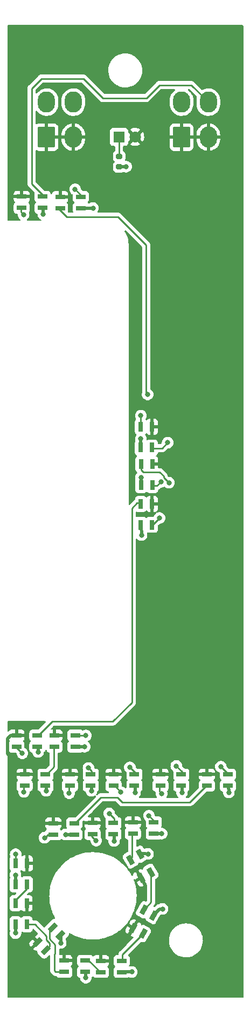
<source format=gbr>
%TF.GenerationSoftware,KiCad,Pcbnew,(6.0.9)*%
%TF.CreationDate,2022-12-18T00:28:21-09:00*%
%TF.ProjectId,PCB_ DEFOG PANEL,5043422c-2044-4454-964f-472050414e45,rev?*%
%TF.SameCoordinates,Original*%
%TF.FileFunction,Copper,L1,Top*%
%TF.FilePolarity,Positive*%
%FSLAX46Y46*%
G04 Gerber Fmt 4.6, Leading zero omitted, Abs format (unit mm)*
G04 Created by KiCad (PCBNEW (6.0.9)) date 2022-12-18 00:28:21*
%MOMM*%
%LPD*%
G01*
G04 APERTURE LIST*
G04 Aperture macros list*
%AMRoundRect*
0 Rectangle with rounded corners*
0 $1 Rounding radius*
0 $2 $3 $4 $5 $6 $7 $8 $9 X,Y pos of 4 corners*
0 Add a 4 corners polygon primitive as box body*
4,1,4,$2,$3,$4,$5,$6,$7,$8,$9,$2,$3,0*
0 Add four circle primitives for the rounded corners*
1,1,$1+$1,$2,$3*
1,1,$1+$1,$4,$5*
1,1,$1+$1,$6,$7*
1,1,$1+$1,$8,$9*
0 Add four rect primitives between the rounded corners*
20,1,$1+$1,$2,$3,$4,$5,0*
20,1,$1+$1,$4,$5,$6,$7,0*
20,1,$1+$1,$6,$7,$8,$9,0*
20,1,$1+$1,$8,$9,$2,$3,0*%
%AMRotRect*
0 Rectangle, with rotation*
0 The origin of the aperture is its center*
0 $1 length*
0 $2 width*
0 $3 Rotation angle, in degrees counterclockwise*
0 Add horizontal line*
21,1,$1,$2,0,0,$3*%
G04 Aperture macros list end*
%TA.AperFunction,SMDPad,CuDef*%
%ADD10R,1.500000X0.800000*%
%TD*%
%TA.AperFunction,SMDPad,CuDef*%
%ADD11R,0.800000X1.500000*%
%TD*%
%TA.AperFunction,SMDPad,CuDef*%
%ADD12RoundRect,0.200000X-0.275000X0.200000X-0.275000X-0.200000X0.275000X-0.200000X0.275000X0.200000X0*%
%TD*%
%TA.AperFunction,SMDPad,CuDef*%
%ADD13RotRect,1.500000X0.800000X60.000000*%
%TD*%
%TA.AperFunction,SMDPad,CuDef*%
%ADD14RotRect,1.500000X0.800000X120.000000*%
%TD*%
%TA.AperFunction,SMDPad,CuDef*%
%ADD15RotRect,1.500000X0.800000X45.000000*%
%TD*%
%TA.AperFunction,ComponentPad*%
%ADD16R,1.800000X1.800000*%
%TD*%
%TA.AperFunction,ComponentPad*%
%ADD17C,1.800000*%
%TD*%
%TA.AperFunction,ComponentPad*%
%ADD18RoundRect,0.250001X-1.099999X-1.399999X1.099999X-1.399999X1.099999X1.399999X-1.099999X1.399999X0*%
%TD*%
%TA.AperFunction,ComponentPad*%
%ADD19O,2.700000X3.300000*%
%TD*%
%TA.AperFunction,ViaPad*%
%ADD20C,0.800000*%
%TD*%
%TA.AperFunction,Conductor*%
%ADD21C,0.500000*%
%TD*%
%TA.AperFunction,Conductor*%
%ADD22C,0.250000*%
%TD*%
G04 APERTURE END LIST*
D10*
%TO.P,D1,1,VDD*%
%TO.N,/LED+5V*%
X123410000Y-58155000D03*
%TO.P,D1,2,DOUT*%
%TO.N,Net-(D1-Pad2)*%
X123410000Y-59935000D03*
%TO.P,D1,3,VSS*%
%TO.N,/LEDGND*%
X126690000Y-59935000D03*
%TO.P,D1,4,DIN*%
%TO.N,/DATAIN*%
X126690000Y-58155000D03*
%TD*%
%TO.P,D2,1,VDD*%
%TO.N,/LED+5V*%
X129440000Y-58190000D03*
%TO.P,D2,2,DOUT*%
%TO.N,Net-(D2-Pad2)*%
X129440000Y-59970000D03*
%TO.P,D2,3,VSS*%
%TO.N,/LEDGND*%
X132720000Y-59970000D03*
%TO.P,D2,4,DIN*%
%TO.N,Net-(D1-Pad2)*%
X132720000Y-58190000D03*
%TD*%
D11*
%TO.P,D3,1,VDD*%
%TO.N,/LED+5V*%
X143895000Y-94250000D03*
%TO.P,D3,2,DOUT*%
%TO.N,Net-(D3-Pad2)*%
X142115000Y-94250000D03*
%TO.P,D3,3,VSS*%
%TO.N,/LEDGND*%
X142115000Y-97530000D03*
%TO.P,D3,4,DIN*%
%TO.N,Net-(D2-Pad2)*%
X143895000Y-97530000D03*
%TD*%
%TO.P,D4,1,VDD*%
%TO.N,/LED+5V*%
X143925000Y-100140000D03*
%TO.P,D4,2,DOUT*%
%TO.N,Net-(D4-Pad2)*%
X142145000Y-100140000D03*
%TO.P,D4,3,VSS*%
%TO.N,/LEDGND*%
X142145000Y-103420000D03*
%TO.P,D4,4,DIN*%
%TO.N,Net-(D3-Pad2)*%
X143925000Y-103420000D03*
%TD*%
%TO.P,D5,1,VDD*%
%TO.N,/LED+5V*%
X143905000Y-106360000D03*
%TO.P,D5,2,DOUT*%
%TO.N,Net-(D5-Pad2)*%
X142125000Y-106360000D03*
%TO.P,D5,3,VSS*%
%TO.N,/LEDGND*%
X142125000Y-109640000D03*
%TO.P,D5,4,DIN*%
%TO.N,Net-(D4-Pad2)*%
X143905000Y-109640000D03*
%TD*%
D10*
%TO.P,D6,1,VDD*%
%TO.N,/LED+5V*%
X122590000Y-142695000D03*
%TO.P,D6,2,DOUT*%
%TO.N,Net-(D6-Pad2)*%
X122590000Y-144475000D03*
%TO.P,D6,3,VSS*%
%TO.N,/LEDGND*%
X125870000Y-144475000D03*
%TO.P,D6,4,DIN*%
%TO.N,Net-(D5-Pad2)*%
X125870000Y-142695000D03*
%TD*%
%TO.P,D7,1,VDD*%
%TO.N,/LED+5V*%
X128570000Y-142700000D03*
%TO.P,D7,2,DOUT*%
%TO.N,Net-(D7-Pad2)*%
X128570000Y-144480000D03*
%TO.P,D7,3,VSS*%
%TO.N,/LEDGND*%
X131850000Y-144480000D03*
%TO.P,D7,4,DIN*%
%TO.N,Net-(D6-Pad2)*%
X131850000Y-142700000D03*
%TD*%
%TO.P,D8,1,VDD*%
%TO.N,/LED+5V*%
X123864000Y-148829000D03*
%TO.P,D8,2,DOUT*%
%TO.N,Net-(D8-Pad2)*%
X123864000Y-150609000D03*
%TO.P,D8,3,VSS*%
%TO.N,/LEDGND*%
X127144000Y-150609000D03*
%TO.P,D8,4,DIN*%
%TO.N,Net-(D7-Pad2)*%
X127144000Y-148829000D03*
%TD*%
%TO.P,D9,1,VDD*%
%TO.N,/LED+5V*%
X130976000Y-148829000D03*
%TO.P,D9,2,DOUT*%
%TO.N,Net-(D10-Pad4)*%
X130976000Y-150609000D03*
%TO.P,D9,3,VSS*%
%TO.N,/LEDGND*%
X134256000Y-150609000D03*
%TO.P,D9,4,DIN*%
%TO.N,Net-(D8-Pad2)*%
X134256000Y-148829000D03*
%TD*%
%TO.P,D10,1,VDD*%
%TO.N,/LED+5V*%
X137834000Y-148829000D03*
%TO.P,D10,2,DOUT*%
%TO.N,Net-(D10-Pad2)*%
X137834000Y-150609000D03*
%TO.P,D10,3,VSS*%
%TO.N,/LEDGND*%
X141114000Y-150609000D03*
%TO.P,D10,4,DIN*%
%TO.N,Net-(D10-Pad4)*%
X141114000Y-148829000D03*
%TD*%
%TO.P,D11,1,VDD*%
%TO.N,/LED+5V*%
X145200000Y-148829000D03*
%TO.P,D11,2,DOUT*%
%TO.N,Net-(D11-Pad2)*%
X145200000Y-150609000D03*
%TO.P,D11,3,VSS*%
%TO.N,/LEDGND*%
X148480000Y-150609000D03*
%TO.P,D11,4,DIN*%
%TO.N,Net-(D10-Pad2)*%
X148480000Y-148829000D03*
%TD*%
%TO.P,D12,1,VDD*%
%TO.N,/LED+5V*%
X152510000Y-148829000D03*
%TO.P,D12,2,DOUT*%
%TO.N,/DATAOUT1*%
X152510000Y-150609000D03*
%TO.P,D12,3,VSS*%
%TO.N,/LEDGND*%
X155790000Y-150609000D03*
%TO.P,D12,4,DIN*%
%TO.N,Net-(D11-Pad2)*%
X155790000Y-148829000D03*
%TD*%
%TO.P,D13,1,VDD*%
%TO.N,/LED+5V*%
X128380000Y-156477000D03*
%TO.P,D13,2,DOUT*%
%TO.N,Net-(D13-Pad2)*%
X128380000Y-158257000D03*
%TO.P,D13,3,VSS*%
%TO.N,/LEDGND*%
X131660000Y-158257000D03*
%TO.P,D13,4,DIN*%
%TO.N,/DATAOUT1*%
X131660000Y-156477000D03*
%TD*%
%TO.P,D14,1,VDD*%
%TO.N,/LED+5V*%
X134532000Y-156449000D03*
%TO.P,D14,2,DOUT*%
%TO.N,Net-(D14-Pad2)*%
X134532000Y-158229000D03*
%TO.P,D14,3,VSS*%
%TO.N,/LEDGND*%
X137812000Y-158229000D03*
%TO.P,D14,4,DIN*%
%TO.N,Net-(D13-Pad2)*%
X137812000Y-156449000D03*
%TD*%
%TO.P,D15,1,VDD*%
%TO.N,/LED+5V*%
X140882000Y-156336000D03*
%TO.P,D15,2,DOUT*%
%TO.N,Net-(D15-Pad2)*%
X140882000Y-158116000D03*
%TO.P,D15,3,VSS*%
%TO.N,/LEDGND*%
X144162000Y-158116000D03*
%TO.P,D15,4,DIN*%
%TO.N,Net-(D14-Pad2)*%
X144162000Y-156336000D03*
%TD*%
D11*
%TO.P,D22,1,VDD*%
%TO.N,/LED+5V*%
X124225000Y-162790000D03*
%TO.P,D22,2,DOUT*%
%TO.N,/DATAOUT*%
X122445000Y-162790000D03*
%TO.P,D22,3,VSS*%
%TO.N,/LEDGND*%
X122445000Y-166070000D03*
%TO.P,D22,4,DIN*%
%TO.N,Net-(D21-Pad2)*%
X124225000Y-166070000D03*
%TD*%
%TO.P,D21,1,VDD*%
%TO.N,/LED+5V*%
X124205000Y-169050000D03*
%TO.P,D21,2,DOUT*%
%TO.N,Net-(D21-Pad2)*%
X122425000Y-169050000D03*
%TO.P,D21,3,VSS*%
%TO.N,/LEDGND*%
X122425000Y-172330000D03*
%TO.P,D21,4,DIN*%
%TO.N,Net-(D20-Pad2)*%
X124205000Y-172330000D03*
%TD*%
D12*
%TO.P,R1,1*%
%TO.N,Net-(D30-Pad1)*%
X138720000Y-51835000D03*
%TO.P,R1,2*%
%TO.N,/LEDGND*%
X138720000Y-53485000D03*
%TD*%
D13*
%TO.P,D17,1,VDD*%
%TO.N,/LED+5V*%
X140939237Y-172910282D03*
%TO.P,D17,2,DOUT*%
%TO.N,Net-(D17-Pad2)*%
X142480763Y-173800282D03*
%TO.P,D17,3,VSS*%
%TO.N,/LEDGND*%
X144120763Y-170959718D03*
%TO.P,D17,4,DIN*%
%TO.N,Net-(D16-Pad2)*%
X142579237Y-170069718D03*
%TD*%
D14*
%TO.P,D16,1,VDD*%
%TO.N,/LED+5V*%
X142146237Y-165067282D03*
%TO.P,D16,2,DOUT*%
%TO.N,Net-(D16-Pad2)*%
X143687763Y-164177282D03*
%TO.P,D16,3,VSS*%
%TO.N,/LEDGND*%
X142047763Y-161336718D03*
%TO.P,D16,4,DIN*%
%TO.N,Net-(D15-Pad2)*%
X140506237Y-162226718D03*
%TD*%
D15*
%TO.P,D20,1,VDD*%
%TO.N,/LED+5V*%
X125935020Y-175129330D03*
%TO.P,D20,2,DOUT*%
%TO.N,Net-(D20-Pad2)*%
X127193670Y-176387980D03*
%TO.P,D20,3,VSS*%
%TO.N,/LEDGND*%
X129512980Y-174068670D03*
%TO.P,D20,4,DIN*%
%TO.N,Net-(D19-Pad2)*%
X128254330Y-172810020D03*
%TD*%
D10*
%TO.P,D19,1,VDD*%
%TO.N,/LED+5V*%
X130090000Y-178045000D03*
%TO.P,D19,2,DOUT*%
%TO.N,Net-(D19-Pad2)*%
X130090000Y-179825000D03*
%TO.P,D19,3,VSS*%
%TO.N,/LEDGND*%
X133370000Y-179825000D03*
%TO.P,D19,4,DIN*%
%TO.N,Net-(D18-Pad2)*%
X133370000Y-178045000D03*
%TD*%
%TO.P,D18,1,VDD*%
%TO.N,/LED+5V*%
X135857000Y-178057000D03*
%TO.P,D18,2,DOUT*%
%TO.N,Net-(D18-Pad2)*%
X135857000Y-179837000D03*
%TO.P,D18,3,VSS*%
%TO.N,/LEDGND*%
X139137000Y-179837000D03*
%TO.P,D18,4,DIN*%
%TO.N,Net-(D17-Pad2)*%
X139137000Y-178057000D03*
%TD*%
D16*
%TO.P,D30,1,K*%
%TO.N,Net-(D30-Pad1)*%
X138710000Y-48780000D03*
D17*
%TO.P,D30,2,A*%
%TO.N,/LED+5V*%
X141250000Y-48780000D03*
%TD*%
D18*
%TO.P,J1,1,Pin_1*%
%TO.N,/LED+5V*%
X148530000Y-48820000D03*
D19*
%TO.P,J1,2,Pin_2*%
X152730000Y-48820000D03*
%TO.P,J1,3,Pin_3*%
%TO.N,/LEDGND*%
X148530000Y-43320000D03*
%TO.P,J1,4,Pin_4*%
%TO.N,/DATAIN*%
X152730000Y-43320000D03*
%TD*%
D18*
%TO.P,J2,1,Pin_1*%
%TO.N,/LED+5V*%
X127320000Y-48820000D03*
D19*
%TO.P,J2,2,Pin_2*%
X131520000Y-48820000D03*
%TO.P,J2,3,Pin_3*%
%TO.N,/LEDGND*%
X127320000Y-43320000D03*
%TO.P,J2,4,Pin_4*%
%TO.N,/DATAOUT*%
X131520000Y-43320000D03*
%TD*%
D20*
%TO.N,/LEDGND*%
X129540000Y-175260000D03*
X148590000Y-151638000D03*
X134366000Y-151384000D03*
X145401000Y-158101000D03*
X140706000Y-179822000D03*
X127254000Y-151384000D03*
X143256000Y-161290000D03*
X141224000Y-151638000D03*
X155956000Y-151638000D03*
X145542000Y-169926000D03*
X137922000Y-159258000D03*
X122440000Y-173724000D03*
X125984000Y-145288000D03*
X122428000Y-164592000D03*
X142130000Y-96156000D03*
X134609000Y-59955000D03*
X133480000Y-180724000D03*
X139808000Y-53447500D03*
X142160000Y-102188000D03*
X126800000Y-60900000D03*
X133289000Y-144465000D03*
X130302000Y-158242000D03*
X142240000Y-111252000D03*
%TO.N,/LED+5V*%
X152930000Y-158220000D03*
X154410000Y-158220000D03*
X153692000Y-158220000D03*
%TO.N,Net-(D1-Pad2)*%
X131800000Y-57000000D03*
X123700000Y-61000000D03*
%TO.N,Net-(D2-Pad2)*%
X146350000Y-96750000D03*
X143200000Y-89200000D03*
%TO.N,Net-(D3-Pad2)*%
X142130000Y-92530000D03*
X145300000Y-102900000D03*
%TO.N,Net-(D4-Pad2)*%
X145070000Y-108570000D03*
X146550000Y-103050000D03*
%TO.N,Net-(D6-Pad2)*%
X133485000Y-142715000D03*
X123500000Y-145500000D03*
%TO.N,Net-(D8-Pad2)*%
X133900000Y-147800000D03*
X123754000Y-151554000D03*
%TO.N,Net-(D10-Pad4)*%
X130866000Y-151766000D03*
X140400000Y-147700000D03*
%TO.N,Net-(D10-Pad2)*%
X147700000Y-147500000D03*
X139000000Y-151600000D03*
%TO.N,Net-(D11-Pad2)*%
X145400000Y-151820000D03*
X154700000Y-147600000D03*
%TO.N,Net-(D13-Pad2)*%
X137160000Y-154940000D03*
X127000000Y-158750000D03*
%TO.N,Net-(D14-Pad2)*%
X135100000Y-159200000D03*
X143400000Y-155300000D03*
%TO.N,/DATAOUT*%
X122460000Y-161322000D03*
%TD*%
D21*
%TO.N,/LEDGND*%
X137922000Y-159258000D02*
X137922000Y-159258000D01*
X142160000Y-103530000D02*
X142160000Y-102188000D01*
X137922000Y-158214000D02*
X137922000Y-159258000D01*
X129560000Y-174620000D02*
X129540000Y-175260000D01*
X144163000Y-170857000D02*
X144628500Y-170391500D01*
X141224000Y-150594000D02*
X141224000Y-151638000D01*
X142618000Y-161269500D02*
X143256000Y-161290000D01*
X145094000Y-169926000D02*
X145542000Y-169926000D01*
X144628500Y-170391500D02*
X144628300Y-170391500D01*
X133480000Y-179810000D02*
X133480000Y-180724000D01*
X129560000Y-174620000D02*
X129580200Y-174599800D01*
X148590000Y-150594000D02*
X148590000Y-151638000D01*
X155956000Y-151638000D02*
X155900000Y-151582000D01*
X131770000Y-158242000D02*
X130302000Y-158242000D01*
X142000300Y-161269500D02*
X141979800Y-161249000D01*
X141980000Y-161249000D02*
X142618000Y-161269500D01*
X134366000Y-150594000D02*
X134366000Y-151384000D01*
X122440000Y-172440000D02*
X122440000Y-173724000D01*
X127254000Y-150594000D02*
X127254000Y-151384000D01*
X129580000Y-173980000D02*
X129560000Y-174620000D01*
X125980000Y-144460000D02*
X125984000Y-145288000D01*
X138720000Y-53447500D02*
X139808000Y-53447500D01*
X144628300Y-170391500D02*
X144162800Y-170857000D01*
X142618000Y-161269500D02*
X142000300Y-161269500D01*
X144628500Y-170391500D02*
X145094000Y-169926000D01*
X144272000Y-158101000D02*
X145401000Y-158101000D01*
X139247000Y-179822000D02*
X140706000Y-179822000D01*
X142140000Y-109750000D02*
X142240000Y-111252000D01*
X143256000Y-161290000D02*
X143215000Y-161249000D01*
X155900000Y-150594000D02*
X155956000Y-151638000D01*
X132830000Y-59955000D02*
X134609000Y-59955000D01*
X126800000Y-59920000D02*
X126800000Y-60900000D01*
X129580200Y-174599800D02*
X129580200Y-173980300D01*
X131960000Y-144465000D02*
X133289000Y-144465000D01*
X122428000Y-164592000D02*
X122460000Y-164624000D01*
X125984000Y-145288000D02*
X125980000Y-145284000D01*
X122460000Y-166180000D02*
X122428000Y-164592000D01*
X129540000Y-175260000D02*
X129580000Y-175220000D01*
X142240000Y-111252000D02*
X142140000Y-111152000D01*
X142130000Y-97640000D02*
X142130000Y-96156000D01*
D22*
%TO.N,/LED+5V*%
X136144000Y-156464000D02*
X136144000Y-156464000D01*
D21*
X121184026Y-143229974D02*
X121184026Y-145568026D01*
D22*
X128460000Y-142715000D02*
X128460000Y-141796000D01*
D21*
X122480000Y-142710000D02*
X121704000Y-142710000D01*
D22*
X134422000Y-156464000D02*
X136144000Y-156464000D01*
D21*
X121184026Y-145568026D02*
X121666000Y-146050000D01*
X121704000Y-142710000D02*
X121184026Y-143229974D01*
D22*
%TO.N,Net-(D1-Pad2)*%
X123300000Y-60600000D02*
X123700000Y-61000000D01*
X132830000Y-58205000D02*
X132830000Y-58030000D01*
X123300000Y-59920000D02*
X123300000Y-60600000D01*
X132830000Y-58030000D02*
X131800000Y-57000000D01*
%TO.N,/DATAIN*%
X126492000Y-39624000D02*
X124968000Y-41148000D01*
X133096000Y-39624000D02*
X126492000Y-39624000D01*
X126800000Y-57966000D02*
X126800000Y-58170000D01*
X124968000Y-41148000D02*
X124968000Y-56134000D01*
X143002000Y-42672000D02*
X136144000Y-42672000D01*
X152730000Y-43320000D02*
X150050000Y-40640000D01*
X150050000Y-40640000D02*
X145034000Y-40640000D01*
X124968000Y-56134000D02*
X126800000Y-57966000D01*
X136144000Y-42672000D02*
X133096000Y-39624000D01*
X145034000Y-40640000D02*
X143002000Y-42672000D01*
%TO.N,Net-(D2-Pad2)*%
X143200000Y-89200000D02*
X142974300Y-88974300D01*
X138516000Y-61300000D02*
X130500000Y-61300000D01*
X145460000Y-97640000D02*
X146350000Y-96750000D01*
X129330000Y-60130000D02*
X129330000Y-59955000D01*
X130500000Y-61300000D02*
X129330000Y-60130000D01*
X143880000Y-97640000D02*
X145460000Y-97640000D01*
X142974300Y-88974300D02*
X142974300Y-65758300D01*
X142974300Y-65758300D02*
X138516000Y-61300000D01*
%TO.N,Net-(D3-Pad2)*%
X142130000Y-94140000D02*
X142130000Y-92530000D01*
X143910000Y-103530000D02*
X144670000Y-103530000D01*
X144670000Y-103530000D02*
X145300000Y-102900000D01*
%TO.N,Net-(D4-Pad2)*%
X145070000Y-108570000D02*
X143890000Y-109750000D01*
X145700000Y-102200000D02*
X146550000Y-103050000D01*
X142160000Y-101080000D02*
X142480000Y-101400000D01*
X142160000Y-100030000D02*
X142160000Y-101080000D01*
X145700000Y-102000000D02*
X145700000Y-102200000D01*
X145100000Y-101400000D02*
X145700000Y-102000000D01*
X142480000Y-101400000D02*
X145100000Y-101400000D01*
%TO.N,Net-(D5-Pad2)*%
X140706100Y-137531100D02*
X137721600Y-140515600D01*
X140716000Y-107061000D02*
X140716000Y-135763000D01*
X128174400Y-140515600D02*
X127793400Y-140896600D01*
X141527000Y-106250000D02*
X140716000Y-107061000D01*
X142140000Y-106250000D02*
X141527000Y-106250000D01*
X140706100Y-135772900D02*
X140706100Y-137531100D01*
X140716000Y-135763000D02*
X140706100Y-135772900D01*
X137721600Y-140515600D02*
X128174400Y-140515600D01*
X127793400Y-140896600D02*
X125980000Y-142710000D01*
%TO.N,Net-(D6-Pad2)*%
X133485000Y-142715000D02*
X133485000Y-142715000D01*
X131960000Y-142715000D02*
X133485000Y-142715000D01*
X122480000Y-144460000D02*
X122480000Y-144480000D01*
X122480000Y-144480000D02*
X123500000Y-145500000D01*
%TO.N,Net-(D7-Pad2)*%
X128460000Y-147638000D02*
X127254000Y-148844000D01*
X128460000Y-144465000D02*
X128460000Y-147638000D01*
%TO.N,Net-(D8-Pad2)*%
X123754000Y-151554000D02*
X123754000Y-151554000D01*
X134366000Y-148266000D02*
X133900000Y-147800000D01*
X134366000Y-148844000D02*
X134366000Y-148266000D01*
X123754000Y-150594000D02*
X123754000Y-151554000D01*
%TO.N,Net-(D10-Pad4)*%
X141224000Y-148524000D02*
X140400000Y-147700000D01*
X130866000Y-150594000D02*
X130866000Y-151766000D01*
X141224000Y-148844000D02*
X141224000Y-148524000D01*
%TO.N,Net-(D10-Pad2)*%
X137994000Y-150594000D02*
X139000000Y-151600000D01*
X137724000Y-150594000D02*
X137994000Y-150594000D01*
X148590000Y-148844000D02*
X148590000Y-148390000D01*
X148590000Y-148390000D02*
X147700000Y-147500000D01*
%TO.N,Net-(D11-Pad2)*%
X145090000Y-150594000D02*
X145090000Y-151510000D01*
X155900000Y-148800000D02*
X154700000Y-147600000D01*
X155900000Y-148844000D02*
X155900000Y-148800000D01*
X145090000Y-151510000D02*
X145400000Y-151820000D01*
%TO.N,/DATAOUT1*%
X138430000Y-152400000D02*
X139192000Y-153162000D01*
X149832000Y-153162000D02*
X139192000Y-153162000D01*
X135862000Y-152400000D02*
X138430000Y-152400000D01*
X152400000Y-150594000D02*
X149832000Y-153162000D01*
X131770000Y-156492000D02*
X135862000Y-152400000D01*
%TO.N,Net-(D13-Pad2)*%
X128270000Y-158242000D02*
X127508000Y-158242000D01*
X127508000Y-158242000D02*
X127000000Y-158750000D01*
X137922000Y-155702000D02*
X137160000Y-154940000D01*
X137922000Y-156464000D02*
X137922000Y-155702000D01*
%TO.N,Net-(D14-Pad2)*%
X144272000Y-156172000D02*
X143400000Y-155300000D01*
X134422000Y-158522000D02*
X135100000Y-159200000D01*
X144272000Y-156351000D02*
X144272000Y-156172000D01*
X134422000Y-158214000D02*
X134422000Y-158522000D01*
%TO.N,Net-(D15-Pad2)*%
X140772000Y-161816184D02*
X140464228Y-162123956D01*
X140772000Y-158101000D02*
X140772000Y-161816184D01*
%TO.N,Net-(D16-Pad2)*%
X143729772Y-168899412D02*
X143729772Y-164280044D01*
X142647228Y-169981956D02*
X143729772Y-168899412D01*
%TO.N,Net-(D17-Pad2)*%
X139247000Y-177053816D02*
X142412772Y-173888044D01*
X139247000Y-178072000D02*
X139247000Y-177053816D01*
%TO.N,Net-(D18-Pad2)*%
X133985000Y-178060000D02*
X135747000Y-179822000D01*
X133480000Y-178060000D02*
X133985000Y-178060000D01*
%TO.N,Net-(D19-Pad2)*%
X128343000Y-172743000D02*
X128342700Y-172742700D01*
X128524000Y-177038000D02*
X128651000Y-176911000D01*
X127762000Y-174625000D02*
X128651000Y-175514000D01*
X127762000Y-173323563D02*
X127762000Y-174625000D01*
X128342700Y-172742700D02*
X128342700Y-172742800D01*
X128342718Y-172742845D02*
X127762000Y-173323563D01*
X128524000Y-179578000D02*
X128524000Y-177038000D01*
X128651000Y-176911000D02*
X128651000Y-175514000D01*
X129980000Y-179810000D02*
X128756000Y-179810000D01*
X128756000Y-179810000D02*
X128524000Y-179578000D01*
%TO.N,Net-(D20-Pad2)*%
X127762000Y-175798437D02*
X127762000Y-175261410D01*
X124291000Y-172339000D02*
X124190000Y-172440000D01*
X127105300Y-176454700D02*
X127105000Y-176455000D01*
X127311990Y-174174990D02*
X125476000Y-172339000D01*
X127311990Y-174811400D02*
X127311990Y-174174990D01*
X127105300Y-176454700D02*
X127105300Y-176455200D01*
X125476000Y-172339000D02*
X124291000Y-172339000D01*
X127762000Y-175261410D02*
X127311990Y-174811400D01*
X127105282Y-176455155D02*
X127762000Y-175798437D01*
%TO.N,Net-(D21-Pad2)*%
X124210000Y-166747000D02*
X124210000Y-166180000D01*
X122440000Y-168940000D02*
X122440000Y-168517000D01*
X122440000Y-168517000D02*
X124210000Y-166747000D01*
%TO.N,/DATAOUT*%
X122460000Y-161322000D02*
X122460000Y-161322000D01*
X122460000Y-162680000D02*
X122460000Y-161322000D01*
%TO.N,Net-(D30-Pad1)*%
X138710000Y-51862500D02*
X138720000Y-51872500D01*
X138710000Y-48780000D02*
X138710000Y-51862500D01*
%TD*%
%TA.AperFunction,Conductor*%
%TO.N,/LED+5V*%
G36*
X158167637Y-31246129D02*
G01*
X158214130Y-31299785D01*
X158225516Y-31352127D01*
X158225516Y-183753125D01*
X158205514Y-183821246D01*
X158151858Y-183867739D01*
X158099516Y-183879125D01*
X121268516Y-183879125D01*
X121200395Y-183859123D01*
X121153902Y-183805467D01*
X121142516Y-183753125D01*
X121142516Y-175385705D01*
X124609896Y-175385705D01*
X124627980Y-175511973D01*
X124632970Y-175529036D01*
X124686208Y-175646132D01*
X124694433Y-175659488D01*
X124726494Y-175699364D01*
X124731052Y-175704443D01*
X124853062Y-175826453D01*
X124867006Y-175834067D01*
X124868841Y-175833936D01*
X124875451Y-175829688D01*
X125562999Y-175142141D01*
X125570612Y-175128198D01*
X125570481Y-175126364D01*
X125566230Y-175119750D01*
X125126174Y-174679694D01*
X125112230Y-174672080D01*
X125110397Y-174672211D01*
X125103782Y-174676462D01*
X124731042Y-175049203D01*
X124726500Y-175054266D01*
X124694432Y-175094148D01*
X124686209Y-175107502D01*
X124632970Y-175224599D01*
X124627980Y-175241662D01*
X124609896Y-175367929D01*
X124609896Y-175385705D01*
X121142516Y-175385705D01*
X121142516Y-173128134D01*
X121516500Y-173128134D01*
X121523255Y-173190316D01*
X121574385Y-173326705D01*
X121574504Y-173326863D01*
X121588730Y-173391906D01*
X121582874Y-173421995D01*
X121564751Y-173477771D01*
X121546458Y-173534072D01*
X121545768Y-173540633D01*
X121545768Y-173540635D01*
X121541739Y-173578971D01*
X121526496Y-173724000D01*
X121527186Y-173730565D01*
X121544597Y-173896218D01*
X121546458Y-173913928D01*
X121605473Y-174095556D01*
X121608776Y-174101278D01*
X121608777Y-174101279D01*
X121635007Y-174146711D01*
X121700960Y-174260944D01*
X121705378Y-174265851D01*
X121705379Y-174265852D01*
X121824325Y-174397955D01*
X121828747Y-174402866D01*
X121863872Y-174428386D01*
X121977473Y-174510922D01*
X121983248Y-174515118D01*
X121989276Y-174517802D01*
X121989278Y-174517803D01*
X122144411Y-174586872D01*
X122157712Y-174592794D01*
X122251112Y-174612647D01*
X122338056Y-174631128D01*
X122338061Y-174631128D01*
X122344513Y-174632500D01*
X122535487Y-174632500D01*
X122541939Y-174631128D01*
X122541944Y-174631128D01*
X122628888Y-174612647D01*
X122722288Y-174592794D01*
X122735589Y-174586872D01*
X122890722Y-174517803D01*
X122890724Y-174517802D01*
X122896752Y-174515118D01*
X122902528Y-174510922D01*
X123016128Y-174428386D01*
X123051253Y-174402866D01*
X123055675Y-174397955D01*
X123174621Y-174265852D01*
X123174622Y-174265851D01*
X123179040Y-174260944D01*
X123244993Y-174146711D01*
X123271223Y-174101279D01*
X123271224Y-174101278D01*
X123274527Y-174095556D01*
X123333542Y-173913928D01*
X123335404Y-173896218D01*
X123352814Y-173730565D01*
X123353504Y-173724000D01*
X123344112Y-173634637D01*
X123356884Y-173564799D01*
X123405387Y-173512952D01*
X123474220Y-173495558D01*
X123544988Y-173520642D01*
X123558295Y-173530615D01*
X123694684Y-173581745D01*
X123756866Y-173588500D01*
X124653134Y-173588500D01*
X124715316Y-173581745D01*
X124851705Y-173530615D01*
X124968261Y-173443261D01*
X125055615Y-173326705D01*
X125106745Y-173190316D01*
X125107598Y-173182464D01*
X125107599Y-173182460D01*
X125110157Y-173158907D01*
X125137398Y-173093345D01*
X125195761Y-173052918D01*
X125266715Y-173050462D01*
X125324515Y-173083419D01*
X125929418Y-173688322D01*
X125963444Y-173750634D01*
X125958379Y-173821449D01*
X125915832Y-173878285D01*
X125906390Y-173884707D01*
X125899840Y-173888740D01*
X125859961Y-173920804D01*
X125854882Y-173925362D01*
X125485384Y-174294860D01*
X125477770Y-174308804D01*
X125477901Y-174310637D01*
X125482152Y-174317252D01*
X126205135Y-175040235D01*
X126239161Y-175102547D01*
X126234096Y-175173362D01*
X126205135Y-175218425D01*
X125935020Y-175488540D01*
X125237897Y-176185664D01*
X125230283Y-176199608D01*
X125230414Y-176201441D01*
X125234664Y-176208055D01*
X125359918Y-176333308D01*
X125364981Y-176337850D01*
X125404863Y-176369918D01*
X125418217Y-176378141D01*
X125535314Y-176431380D01*
X125552377Y-176436370D01*
X125678645Y-176454454D01*
X125696422Y-176454454D01*
X125730378Y-176449591D01*
X125800647Y-176459733D01*
X125854277Y-176506256D01*
X125874241Y-176574388D01*
X125872970Y-176592168D01*
X125866769Y-176635467D01*
X125868042Y-176644356D01*
X125885943Y-176769353D01*
X125887418Y-176779654D01*
X125891132Y-176787822D01*
X125891132Y-176787823D01*
X125911116Y-176831776D01*
X125947705Y-176912249D01*
X125952652Y-176918402D01*
X125952654Y-176918405D01*
X125958122Y-176925205D01*
X125986898Y-176960995D01*
X126620655Y-177594752D01*
X126623317Y-177596892D01*
X126663245Y-177628996D01*
X126663248Y-177628998D01*
X126669401Y-177633945D01*
X126801996Y-177694232D01*
X126810879Y-177695504D01*
X126810882Y-177695505D01*
X126937294Y-177713608D01*
X126946183Y-177714881D01*
X126955072Y-177713608D01*
X127081483Y-177695505D01*
X127081486Y-177695504D01*
X127090369Y-177694232D01*
X127222965Y-177633945D01*
X127229118Y-177628998D01*
X127229121Y-177628996D01*
X127269049Y-177596892D01*
X127271711Y-177594752D01*
X127675405Y-177191058D01*
X127737717Y-177157032D01*
X127808532Y-177162097D01*
X127865368Y-177204644D01*
X127890179Y-177271164D01*
X127890500Y-177280153D01*
X127890500Y-179499233D01*
X127889973Y-179510416D01*
X127888298Y-179517909D01*
X127888547Y-179525835D01*
X127888547Y-179525836D01*
X127890438Y-179585986D01*
X127890500Y-179589945D01*
X127890500Y-179617856D01*
X127890997Y-179621790D01*
X127890997Y-179621791D01*
X127891005Y-179621856D01*
X127891938Y-179633693D01*
X127893327Y-179677889D01*
X127898978Y-179697339D01*
X127902987Y-179716700D01*
X127905526Y-179736797D01*
X127908445Y-179744168D01*
X127908445Y-179744170D01*
X127921804Y-179777912D01*
X127925649Y-179789142D01*
X127937982Y-179831593D01*
X127942015Y-179838412D01*
X127942017Y-179838417D01*
X127948293Y-179849028D01*
X127956988Y-179866776D01*
X127964448Y-179885617D01*
X127969110Y-179892033D01*
X127969110Y-179892034D01*
X127990436Y-179921387D01*
X127996952Y-179931307D01*
X128019458Y-179969362D01*
X128033779Y-179983683D01*
X128046619Y-179998716D01*
X128058528Y-180015107D01*
X128064634Y-180020158D01*
X128092605Y-180043298D01*
X128101384Y-180051288D01*
X128252343Y-180202247D01*
X128259887Y-180210537D01*
X128264000Y-180217018D01*
X128269777Y-180222443D01*
X128313667Y-180263658D01*
X128316509Y-180266413D01*
X128336231Y-180286135D01*
X128339355Y-180288558D01*
X128339359Y-180288562D01*
X128339424Y-180288612D01*
X128348445Y-180296317D01*
X128380679Y-180326586D01*
X128387627Y-180330405D01*
X128387629Y-180330407D01*
X128398432Y-180336346D01*
X128414959Y-180347202D01*
X128424698Y-180354757D01*
X128424700Y-180354758D01*
X128430960Y-180359614D01*
X128471540Y-180377174D01*
X128482188Y-180382391D01*
X128520940Y-180403695D01*
X128528616Y-180405666D01*
X128528619Y-180405667D01*
X128540562Y-180408733D01*
X128559267Y-180415137D01*
X128577855Y-180423181D01*
X128585678Y-180424420D01*
X128585688Y-180424423D01*
X128621524Y-180430099D01*
X128633144Y-180432505D01*
X128668289Y-180441528D01*
X128675970Y-180443500D01*
X128696224Y-180443500D01*
X128715934Y-180445051D01*
X128735943Y-180448220D01*
X128743835Y-180447474D01*
X128779961Y-180444059D01*
X128791819Y-180443500D01*
X128805219Y-180443500D01*
X128873340Y-180463502D01*
X128906045Y-180493935D01*
X128976739Y-180588261D01*
X129093295Y-180675615D01*
X129229684Y-180726745D01*
X129291866Y-180733500D01*
X130888134Y-180733500D01*
X130950316Y-180726745D01*
X131086705Y-180675615D01*
X131203261Y-180588261D01*
X131290615Y-180471705D01*
X131341745Y-180335316D01*
X131348500Y-180273134D01*
X132111500Y-180273134D01*
X132118255Y-180335316D01*
X132169385Y-180471705D01*
X132256739Y-180588261D01*
X132373295Y-180675615D01*
X132381703Y-180678767D01*
X132496189Y-180721686D01*
X132552953Y-180764328D01*
X132577269Y-180826497D01*
X132586458Y-180913928D01*
X132645473Y-181095556D01*
X132740960Y-181260944D01*
X132868747Y-181402866D01*
X133023248Y-181515118D01*
X133029276Y-181517802D01*
X133029278Y-181517803D01*
X133191681Y-181590109D01*
X133197712Y-181592794D01*
X133291113Y-181612647D01*
X133378056Y-181631128D01*
X133378061Y-181631128D01*
X133384513Y-181632500D01*
X133575487Y-181632500D01*
X133581939Y-181631128D01*
X133581944Y-181631128D01*
X133668887Y-181612647D01*
X133762288Y-181592794D01*
X133768319Y-181590109D01*
X133930722Y-181517803D01*
X133930724Y-181517802D01*
X133936752Y-181515118D01*
X134091253Y-181402866D01*
X134219040Y-181260944D01*
X134314527Y-181095556D01*
X134373542Y-180913928D01*
X134393504Y-180724000D01*
X134392941Y-180718642D01*
X134412816Y-180650953D01*
X134443245Y-180618252D01*
X134483261Y-180588261D01*
X134508178Y-180555015D01*
X134565035Y-180512500D01*
X134635853Y-180507474D01*
X134698147Y-180541533D01*
X134709829Y-180555015D01*
X134743739Y-180600261D01*
X134860295Y-180687615D01*
X134996684Y-180738745D01*
X135058866Y-180745500D01*
X136655134Y-180745500D01*
X136717316Y-180738745D01*
X136853705Y-180687615D01*
X136970261Y-180600261D01*
X137057615Y-180483705D01*
X137108745Y-180347316D01*
X137115500Y-180285134D01*
X137878500Y-180285134D01*
X137885255Y-180347316D01*
X137936385Y-180483705D01*
X138023739Y-180600261D01*
X138140295Y-180687615D01*
X138276684Y-180738745D01*
X138338866Y-180745500D01*
X139935134Y-180745500D01*
X139997316Y-180738745D01*
X140133705Y-180687615D01*
X140169845Y-180660530D01*
X140179908Y-180652988D01*
X140246415Y-180628140D01*
X140306722Y-180638707D01*
X140416572Y-180687615D01*
X140423712Y-180690794D01*
X140517112Y-180710647D01*
X140604056Y-180729128D01*
X140604061Y-180729128D01*
X140610513Y-180730500D01*
X140801487Y-180730500D01*
X140807939Y-180729128D01*
X140807944Y-180729128D01*
X140894888Y-180710647D01*
X140988288Y-180690794D01*
X140994319Y-180688109D01*
X141156722Y-180615803D01*
X141156724Y-180615802D01*
X141162752Y-180613118D01*
X141170949Y-180607163D01*
X141242722Y-180555016D01*
X141317253Y-180500866D01*
X141337039Y-180478891D01*
X141440621Y-180363852D01*
X141440622Y-180363851D01*
X141445040Y-180358944D01*
X141540527Y-180193556D01*
X141599542Y-180011928D01*
X141601774Y-179990697D01*
X141618814Y-179828565D01*
X141619504Y-179822000D01*
X141599542Y-179632072D01*
X141540527Y-179450444D01*
X141445040Y-179285056D01*
X141367288Y-179198703D01*
X141321675Y-179148045D01*
X141321674Y-179148044D01*
X141317253Y-179143134D01*
X141169558Y-179035827D01*
X141168094Y-179034763D01*
X141168093Y-179034762D01*
X141162752Y-179030882D01*
X141156724Y-179028198D01*
X141156722Y-179028197D01*
X140994319Y-178955891D01*
X140994318Y-178955891D01*
X140988288Y-178953206D01*
X140894887Y-178933353D01*
X140807944Y-178914872D01*
X140807939Y-178914872D01*
X140801487Y-178913500D01*
X140610513Y-178913500D01*
X140604061Y-178914872D01*
X140604056Y-178914872D01*
X140513659Y-178934087D01*
X140427203Y-178952464D01*
X140356414Y-178947062D01*
X140299782Y-178904245D01*
X140275288Y-178837608D01*
X140290709Y-178768306D01*
X140300182Y-178753652D01*
X140332229Y-178710892D01*
X140332230Y-178710890D01*
X140337615Y-178703705D01*
X140388745Y-178567316D01*
X140395500Y-178505134D01*
X140395500Y-177608866D01*
X140388745Y-177546684D01*
X140337615Y-177410295D01*
X140250261Y-177293739D01*
X140168047Y-177232123D01*
X140125533Y-177175263D01*
X140120508Y-177104445D01*
X140154518Y-177042202D01*
X142071626Y-175125094D01*
X142133938Y-175091068D01*
X142204753Y-175096133D01*
X142223721Y-175105070D01*
X142239608Y-175114242D01*
X142296837Y-175139483D01*
X142304626Y-175140779D01*
X142304628Y-175140780D01*
X142431660Y-175161924D01*
X142431663Y-175161924D01*
X142440518Y-175163398D01*
X142585136Y-175146025D01*
X142680922Y-175105070D01*
X142710810Y-175092291D01*
X142710812Y-175092290D01*
X142719065Y-175088761D01*
X142831539Y-174996210D01*
X142868480Y-174945736D01*
X142932583Y-174834707D01*
X146543148Y-174834707D01*
X146543337Y-174838499D01*
X146544538Y-174862625D01*
X146558700Y-175147095D01*
X146559102Y-175155178D01*
X146571031Y-175224599D01*
X146608622Y-175443365D01*
X146613441Y-175471412D01*
X146614529Y-175475051D01*
X146614530Y-175475054D01*
X146665694Y-175646132D01*
X146705378Y-175778827D01*
X146706891Y-175782298D01*
X146706893Y-175782304D01*
X146740955Y-175860454D01*
X146833580Y-176072970D01*
X146835503Y-176076241D01*
X146835505Y-176076245D01*
X146994269Y-176346311D01*
X146994274Y-176346319D01*
X146996192Y-176349581D01*
X146998493Y-176352596D01*
X147162574Y-176567593D01*
X147190857Y-176604653D01*
X147193505Y-176607372D01*
X147193510Y-176607377D01*
X147352678Y-176770768D01*
X147414755Y-176834492D01*
X147417699Y-176836863D01*
X147417702Y-176836866D01*
X147661691Y-177033389D01*
X147661696Y-177033393D01*
X147664644Y-177035767D01*
X147936904Y-177205564D01*
X148227591Y-177341422D01*
X148231201Y-177342605D01*
X148231205Y-177342607D01*
X148528890Y-177440193D01*
X148528897Y-177440195D01*
X148532494Y-177441374D01*
X148847196Y-177503973D01*
X148981684Y-177514203D01*
X149163363Y-177528023D01*
X149163368Y-177528023D01*
X149167140Y-177528310D01*
X149487690Y-177514034D01*
X149491439Y-177513410D01*
X149800463Y-177461975D01*
X149800468Y-177461974D01*
X149804204Y-177461352D01*
X149978241Y-177410295D01*
X150108470Y-177372090D01*
X150108474Y-177372089D01*
X150112096Y-177371026D01*
X150406907Y-177244366D01*
X150684366Y-177083205D01*
X150687388Y-177080924D01*
X150687392Y-177080921D01*
X150937430Y-176892161D01*
X150937431Y-176892160D01*
X150940454Y-176889878D01*
X151171461Y-176667186D01*
X151173855Y-176664245D01*
X151173860Y-176664240D01*
X151371648Y-176421295D01*
X151371651Y-176421291D01*
X151374042Y-176418354D01*
X151454973Y-176290086D01*
X151543235Y-176150200D01*
X151543237Y-176150197D01*
X151545262Y-176146987D01*
X151682640Y-175857016D01*
X151690297Y-175834067D01*
X151748541Y-175659488D01*
X151784188Y-175552640D01*
X151848433Y-175238270D01*
X151874445Y-174918458D01*
X151875030Y-174862625D01*
X151873119Y-174830918D01*
X151855949Y-174546117D01*
X151855949Y-174546113D01*
X151855721Y-174542339D01*
X151850150Y-174511832D01*
X151810524Y-174294860D01*
X151798074Y-174226691D01*
X151702923Y-173920256D01*
X151689693Y-173890748D01*
X151684104Y-173878285D01*
X151571647Y-173627471D01*
X151406148Y-173352578D01*
X151403821Y-173349594D01*
X151403816Y-173349587D01*
X151211159Y-173102553D01*
X151211157Y-173102550D01*
X151208823Y-173099558D01*
X150982529Y-172872077D01*
X150730546Y-172673430D01*
X150712937Y-172662702D01*
X150459755Y-172508462D01*
X150456523Y-172506493D01*
X150453079Y-172504927D01*
X150453075Y-172504925D01*
X150304045Y-172437166D01*
X150164430Y-172373687D01*
X149858497Y-172276933D01*
X149543156Y-172217633D01*
X149222975Y-172196648D01*
X149219195Y-172196856D01*
X149219194Y-172196856D01*
X149118579Y-172202393D01*
X148902592Y-172214279D01*
X148586647Y-172270273D01*
X148583022Y-172271378D01*
X148583017Y-172271379D01*
X148482771Y-172301932D01*
X148279718Y-172363818D01*
X147986250Y-172493559D01*
X147955585Y-172511803D01*
X147713749Y-172655680D01*
X147713743Y-172655684D01*
X147710494Y-172657617D01*
X147707502Y-172659925D01*
X147707498Y-172659928D01*
X147552861Y-172779229D01*
X147456444Y-172853614D01*
X147453742Y-172856274D01*
X147453735Y-172856280D01*
X147288499Y-173018941D01*
X147227781Y-173078713D01*
X147225417Y-173081680D01*
X147225414Y-173081683D01*
X147121242Y-173212411D01*
X147027817Y-173329653D01*
X147025826Y-173332883D01*
X147013686Y-173352578D01*
X146859449Y-173602798D01*
X146857860Y-173606245D01*
X146726701Y-173890748D01*
X146726697Y-173890758D01*
X146725114Y-173894192D01*
X146723955Y-173897792D01*
X146723952Y-173897799D01*
X146648046Y-174133514D01*
X146626760Y-174199614D01*
X146626041Y-174203330D01*
X146626039Y-174203338D01*
X146575359Y-174465284D01*
X146565810Y-174514640D01*
X146565543Y-174518416D01*
X146565542Y-174518421D01*
X146543416Y-174830918D01*
X146543148Y-174834707D01*
X142932583Y-174834707D01*
X143666614Y-173563328D01*
X143691855Y-173506099D01*
X143693152Y-173498308D01*
X143714296Y-173371276D01*
X143714296Y-173371273D01*
X143715770Y-173362418D01*
X143698397Y-173217800D01*
X143649121Y-173102553D01*
X143644663Y-173092126D01*
X143644662Y-173092124D01*
X143641133Y-173083871D01*
X143548582Y-172971397D01*
X143498108Y-172934456D01*
X143495149Y-172932748D01*
X143495145Y-172932745D01*
X143015254Y-172655680D01*
X142721918Y-172486322D01*
X142664689Y-172461081D01*
X142656900Y-172459785D01*
X142656898Y-172459784D01*
X142529866Y-172438640D01*
X142529863Y-172438640D01*
X142521008Y-172437166D01*
X142376390Y-172454539D01*
X142336181Y-172471731D01*
X142265683Y-172480121D01*
X142201840Y-172449064D01*
X142164921Y-172388421D01*
X142161545Y-172370904D01*
X142157454Y-172336843D01*
X142152853Y-172319675D01*
X142102707Y-172202393D01*
X142093470Y-172187199D01*
X142011735Y-172087870D01*
X142000341Y-172077104D01*
X141959047Y-172046883D01*
X141953335Y-172043159D01*
X141803896Y-171956880D01*
X141788461Y-171953135D01*
X141786721Y-171953738D01*
X141781434Y-171959554D01*
X141286207Y-172817312D01*
X141032207Y-173257252D01*
X140539266Y-174111052D01*
X140535521Y-174126487D01*
X140536124Y-174128227D01*
X140541940Y-174133514D01*
X140695336Y-174222078D01*
X140701420Y-174225164D01*
X140748227Y-174245810D01*
X140763264Y-174250300D01*
X140857186Y-174265932D01*
X140921099Y-174296846D01*
X140958152Y-174357407D01*
X140956581Y-174428386D01*
X140925595Y-174479317D01*
X139875875Y-175529036D01*
X138854747Y-176550164D01*
X138846461Y-176557704D01*
X138839982Y-176561816D01*
X138834557Y-176567593D01*
X138793357Y-176611467D01*
X138790602Y-176614309D01*
X138770865Y-176634046D01*
X138768385Y-176637243D01*
X138760682Y-176646263D01*
X138730414Y-176678495D01*
X138726595Y-176685441D01*
X138726593Y-176685444D01*
X138720652Y-176696250D01*
X138709801Y-176712769D01*
X138697386Y-176728775D01*
X138694241Y-176736044D01*
X138694238Y-176736048D01*
X138679826Y-176769353D01*
X138674609Y-176780003D01*
X138653305Y-176818756D01*
X138651334Y-176826431D01*
X138651334Y-176826432D01*
X138648267Y-176838378D01*
X138641863Y-176857082D01*
X138633819Y-176875671D01*
X138632580Y-176883494D01*
X138632577Y-176883504D01*
X138626901Y-176919340D01*
X138624495Y-176930960D01*
X138616819Y-176960858D01*
X138613500Y-176973786D01*
X138613500Y-176994040D01*
X138611949Y-177013750D01*
X138608780Y-177033759D01*
X138607667Y-177033583D01*
X138587868Y-177093921D01*
X138532776Y-177138703D01*
X138484065Y-177148500D01*
X138338866Y-177148500D01*
X138276684Y-177155255D01*
X138140295Y-177206385D01*
X138023739Y-177293739D01*
X137936385Y-177410295D01*
X137885255Y-177546684D01*
X137878500Y-177608866D01*
X137878500Y-178505134D01*
X137885255Y-178567316D01*
X137936385Y-178703705D01*
X138023739Y-178820261D01*
X138058317Y-178846176D01*
X138100830Y-178903033D01*
X138105856Y-178973851D01*
X138071796Y-179036145D01*
X138058326Y-179047817D01*
X138023739Y-179073739D01*
X137936385Y-179190295D01*
X137885255Y-179326684D01*
X137878500Y-179388866D01*
X137878500Y-180285134D01*
X137115500Y-180285134D01*
X137115500Y-179388866D01*
X137108745Y-179326684D01*
X137057615Y-179190295D01*
X136970261Y-179073739D01*
X136935269Y-179047514D01*
X136892754Y-178990655D01*
X136887728Y-178919836D01*
X136921788Y-178857543D01*
X136935268Y-178845863D01*
X136962722Y-178825287D01*
X136975285Y-178812724D01*
X137051786Y-178710649D01*
X137060324Y-178695054D01*
X137105478Y-178574606D01*
X137109105Y-178559351D01*
X137114631Y-178508486D01*
X137115000Y-178501672D01*
X137115000Y-178329115D01*
X137110525Y-178313876D01*
X137109135Y-178312671D01*
X137101452Y-178311000D01*
X135729000Y-178311000D01*
X135660879Y-178290998D01*
X135614386Y-178237342D01*
X135603000Y-178185000D01*
X135603000Y-177784885D01*
X136111000Y-177784885D01*
X136115475Y-177800124D01*
X136116865Y-177801329D01*
X136124548Y-177803000D01*
X137096884Y-177803000D01*
X137112123Y-177798525D01*
X137113328Y-177797135D01*
X137114999Y-177789452D01*
X137114999Y-177612331D01*
X137114629Y-177605510D01*
X137109105Y-177554648D01*
X137105479Y-177539396D01*
X137060324Y-177418946D01*
X137051786Y-177403351D01*
X136975285Y-177301276D01*
X136962724Y-177288715D01*
X136860649Y-177212214D01*
X136845054Y-177203676D01*
X136724606Y-177158522D01*
X136709351Y-177154895D01*
X136658486Y-177149369D01*
X136651672Y-177149000D01*
X136129115Y-177149000D01*
X136113876Y-177153475D01*
X136112671Y-177154865D01*
X136111000Y-177162548D01*
X136111000Y-177784885D01*
X135603000Y-177784885D01*
X135603000Y-177167116D01*
X135598525Y-177151877D01*
X135597135Y-177150672D01*
X135589452Y-177149001D01*
X135062331Y-177149001D01*
X135055510Y-177149371D01*
X135004648Y-177154895D01*
X134989396Y-177158521D01*
X134868946Y-177203676D01*
X134853351Y-177212214D01*
X134751276Y-177288715D01*
X134738717Y-177301274D01*
X134719135Y-177327402D01*
X134662275Y-177369916D01*
X134591457Y-177374941D01*
X134529164Y-177340881D01*
X134517483Y-177327401D01*
X134488643Y-177288920D01*
X134488642Y-177288919D01*
X134483261Y-177281739D01*
X134366705Y-177194385D01*
X134230316Y-177143255D01*
X134168134Y-177136500D01*
X132571866Y-177136500D01*
X132509684Y-177143255D01*
X132373295Y-177194385D01*
X132256739Y-177281739D01*
X132169385Y-177398295D01*
X132118255Y-177534684D01*
X132111500Y-177596866D01*
X132111500Y-178493134D01*
X132118255Y-178555316D01*
X132169385Y-178691705D01*
X132256739Y-178808261D01*
X132291317Y-178834176D01*
X132333830Y-178891033D01*
X132338856Y-178961851D01*
X132304796Y-179024145D01*
X132291326Y-179035817D01*
X132256739Y-179061739D01*
X132169385Y-179178295D01*
X132118255Y-179314684D01*
X132111500Y-179376866D01*
X132111500Y-180273134D01*
X131348500Y-180273134D01*
X131348500Y-179376866D01*
X131341745Y-179314684D01*
X131290615Y-179178295D01*
X131203261Y-179061739D01*
X131168269Y-179035514D01*
X131125754Y-178978655D01*
X131120728Y-178907836D01*
X131154788Y-178845543D01*
X131168268Y-178833863D01*
X131195722Y-178813287D01*
X131208285Y-178800724D01*
X131284786Y-178698649D01*
X131293324Y-178683054D01*
X131338478Y-178562606D01*
X131342105Y-178547351D01*
X131347631Y-178496486D01*
X131348000Y-178489672D01*
X131348000Y-178317115D01*
X131343525Y-178301876D01*
X131342135Y-178300671D01*
X131334452Y-178299000D01*
X129962000Y-178299000D01*
X129893879Y-178278998D01*
X129847386Y-178225342D01*
X129836000Y-178173000D01*
X129836000Y-177772885D01*
X130344000Y-177772885D01*
X130348475Y-177788124D01*
X130349865Y-177789329D01*
X130357548Y-177791000D01*
X131329884Y-177791000D01*
X131345123Y-177786525D01*
X131346328Y-177785135D01*
X131347999Y-177777452D01*
X131347999Y-177600331D01*
X131347629Y-177593510D01*
X131342105Y-177542648D01*
X131338479Y-177527396D01*
X131293324Y-177406946D01*
X131284786Y-177391351D01*
X131208285Y-177289276D01*
X131195724Y-177276715D01*
X131093649Y-177200214D01*
X131078054Y-177191676D01*
X130957606Y-177146522D01*
X130942351Y-177142895D01*
X130891486Y-177137369D01*
X130884672Y-177137000D01*
X130362115Y-177137000D01*
X130346876Y-177141475D01*
X130345671Y-177142865D01*
X130344000Y-177150548D01*
X130344000Y-177772885D01*
X129836000Y-177772885D01*
X129836000Y-177155116D01*
X129831525Y-177139877D01*
X129830135Y-177138672D01*
X129822452Y-177137001D01*
X129407977Y-177137001D01*
X129339856Y-177116999D01*
X129293363Y-177063343D01*
X129283141Y-176996323D01*
X129284500Y-176991030D01*
X129284500Y-176970776D01*
X129286051Y-176951065D01*
X129287980Y-176938886D01*
X129289220Y-176931057D01*
X129285059Y-176887038D01*
X129284500Y-176875181D01*
X129284500Y-176290086D01*
X129304502Y-176221965D01*
X129358158Y-176175472D01*
X129428432Y-176165368D01*
X129436692Y-176166838D01*
X129438053Y-176167127D01*
X129438054Y-176167127D01*
X129444513Y-176168500D01*
X129635487Y-176168500D01*
X129641939Y-176167128D01*
X129641944Y-176167128D01*
X129736697Y-176146987D01*
X129822288Y-176128794D01*
X129940316Y-176076245D01*
X129990722Y-176053803D01*
X129990724Y-176053802D01*
X129996752Y-176051118D01*
X130151253Y-175938866D01*
X130155675Y-175933955D01*
X130274621Y-175801852D01*
X130274622Y-175801851D01*
X130279040Y-175796944D01*
X130337314Y-175696010D01*
X130371223Y-175637279D01*
X130371224Y-175637278D01*
X130374527Y-175631556D01*
X130433542Y-175449928D01*
X130453504Y-175260000D01*
X130449783Y-175224599D01*
X130434232Y-175076635D01*
X130434232Y-175076633D01*
X130433542Y-175070072D01*
X130374527Y-174888444D01*
X130340787Y-174830004D01*
X130324050Y-174761012D01*
X130327518Y-174737059D01*
X130338008Y-174694190D01*
X130338700Y-174683036D01*
X130338736Y-174683038D01*
X130338975Y-174679045D01*
X130339349Y-174674853D01*
X130340840Y-174667685D01*
X130338746Y-174590279D01*
X130338700Y-174586872D01*
X130338700Y-174579953D01*
X130358702Y-174511832D01*
X130375605Y-174490858D01*
X130719752Y-174146711D01*
X130748423Y-174111052D01*
X130753996Y-174104121D01*
X130753998Y-174104118D01*
X130758945Y-174097965D01*
X130819232Y-173965369D01*
X130824962Y-173925362D01*
X130839855Y-173821363D01*
X130869312Y-173756766D01*
X130929016Y-173718349D01*
X131000013Y-173718309D01*
X131030135Y-173731620D01*
X131177151Y-173821183D01*
X131255573Y-173868958D01*
X131257675Y-173870031D01*
X131257678Y-173870033D01*
X131712132Y-174102089D01*
X131712147Y-174102096D01*
X131714221Y-174103155D01*
X131716381Y-174104061D01*
X131716388Y-174104064D01*
X132171386Y-174294860D01*
X132189138Y-174302304D01*
X132677650Y-174465284D01*
X133177006Y-174591177D01*
X133179314Y-174591578D01*
X133179320Y-174591579D01*
X133415001Y-174632500D01*
X133684397Y-174679275D01*
X133686744Y-174679503D01*
X133686751Y-174679504D01*
X134194604Y-174728852D01*
X134194615Y-174728853D01*
X134196965Y-174729081D01*
X134199323Y-174729132D01*
X134199332Y-174729133D01*
X134512438Y-174735964D01*
X134711824Y-174740315D01*
X134952858Y-174727472D01*
X135223732Y-174713039D01*
X135223735Y-174713039D01*
X135226076Y-174712914D01*
X135541631Y-174672211D01*
X135734480Y-174647336D01*
X135734490Y-174647334D01*
X135736826Y-174647033D01*
X136241199Y-174543041D01*
X136243463Y-174542394D01*
X136243471Y-174542392D01*
X136734089Y-174402173D01*
X136734098Y-174402170D01*
X136736355Y-174401525D01*
X136738558Y-174400712D01*
X136738565Y-174400710D01*
X137217277Y-174224104D01*
X137217284Y-174224101D01*
X137219507Y-174223281D01*
X137687934Y-174009313D01*
X137783833Y-173956483D01*
X138136941Y-173761958D01*
X138136946Y-173761955D01*
X138138999Y-173760824D01*
X138140949Y-173759551D01*
X138140963Y-173759542D01*
X138499713Y-173525229D01*
X138570163Y-173479216D01*
X138578612Y-173472745D01*
X138729633Y-173357071D01*
X139705806Y-173357071D01*
X139721020Y-173483721D01*
X139725621Y-173500889D01*
X139775767Y-173618171D01*
X139785004Y-173633365D01*
X139866739Y-173732694D01*
X139878133Y-173743460D01*
X139919427Y-173773681D01*
X139925139Y-173777405D01*
X140074578Y-173863684D01*
X140090013Y-173867429D01*
X140091753Y-173866826D01*
X140097040Y-173861010D01*
X140583209Y-173018941D01*
X140586954Y-173003506D01*
X140586351Y-173001766D01*
X140580535Y-172996479D01*
X140041576Y-172685310D01*
X140026141Y-172681565D01*
X140024401Y-172682168D01*
X140019114Y-172687984D01*
X139755550Y-173144490D01*
X139752464Y-173150574D01*
X139731815Y-173197387D01*
X139727329Y-173212411D01*
X139706209Y-173339299D01*
X139705806Y-173357071D01*
X138729633Y-173357071D01*
X138759896Y-173333891D01*
X138978999Y-173166071D01*
X139363205Y-172823154D01*
X139376988Y-172808857D01*
X139718982Y-172454092D01*
X139720618Y-172452395D01*
X139899906Y-172236058D01*
X140285199Y-172236058D01*
X140285802Y-172237798D01*
X140291618Y-172243085D01*
X140830577Y-172554254D01*
X140846012Y-172557999D01*
X140847752Y-172557396D01*
X140853039Y-172551580D01*
X141339208Y-171709512D01*
X141342953Y-171694077D01*
X141342350Y-171692337D01*
X141336534Y-171687050D01*
X141183138Y-171598486D01*
X141177054Y-171595400D01*
X141130247Y-171574754D01*
X141115210Y-171570264D01*
X140988329Y-171549146D01*
X140970556Y-171548743D01*
X140843904Y-171563957D01*
X140826742Y-171568556D01*
X140709454Y-171618704D01*
X140694262Y-171627942D01*
X140594939Y-171709671D01*
X140590943Y-171713900D01*
X140529620Y-171749678D01*
X140505750Y-171748650D01*
X140513421Y-171761881D01*
X140510172Y-171832803D01*
X140500146Y-171854810D01*
X140288944Y-172220623D01*
X140285199Y-172236058D01*
X139899906Y-172236058D01*
X140049226Y-172055882D01*
X140254425Y-171766604D01*
X140288257Y-171718910D01*
X140343984Y-171674921D01*
X140386504Y-171670783D01*
X140373983Y-171639917D01*
X140387100Y-171570142D01*
X140391410Y-171562378D01*
X140611579Y-171196679D01*
X140611583Y-171196672D01*
X140612799Y-171194652D01*
X140645697Y-171129385D01*
X140765096Y-170892501D01*
X140844592Y-170734784D01*
X140938470Y-170507582D01*
X141344230Y-170507582D01*
X141361603Y-170652200D01*
X141365132Y-170660453D01*
X141395974Y-170732586D01*
X141418867Y-170786129D01*
X141511418Y-170898603D01*
X141561892Y-170935544D01*
X141564851Y-170937252D01*
X141564855Y-170937255D01*
X141807597Y-171077402D01*
X142338082Y-171383678D01*
X142395311Y-171408919D01*
X142403100Y-171410215D01*
X142403102Y-171410216D01*
X142530134Y-171431360D01*
X142530137Y-171431360D01*
X142538992Y-171432834D01*
X142683610Y-171415461D01*
X142723340Y-171398474D01*
X142793836Y-171390084D01*
X142857680Y-171421140D01*
X142894598Y-171481783D01*
X142897974Y-171499298D01*
X142902057Y-171533284D01*
X142902059Y-171533290D01*
X142903129Y-171542200D01*
X142960393Y-171676129D01*
X142966097Y-171683061D01*
X142973730Y-171692337D01*
X143052944Y-171788603D01*
X143059321Y-171793271D01*
X143059323Y-171793272D01*
X143070977Y-171801801D01*
X143103418Y-171825544D01*
X143106377Y-171827252D01*
X143106381Y-171827255D01*
X143324412Y-171953135D01*
X143879608Y-172273678D01*
X143936837Y-172298919D01*
X143944626Y-172300215D01*
X143944628Y-172300216D01*
X144071660Y-172321360D01*
X144071663Y-172321360D01*
X144080518Y-172322834D01*
X144225136Y-172305461D01*
X144299470Y-172273678D01*
X144350810Y-172251727D01*
X144350812Y-172251726D01*
X144359065Y-172248197D01*
X144471539Y-172155646D01*
X144508480Y-172105172D01*
X145186117Y-170931470D01*
X145211847Y-170886905D01*
X145231871Y-170860810D01*
X145242819Y-170849862D01*
X145305131Y-170815836D01*
X145358110Y-170815710D01*
X145430798Y-170831160D01*
X145446513Y-170834500D01*
X145637487Y-170834500D01*
X145643939Y-170833128D01*
X145643944Y-170833128D01*
X145730888Y-170814647D01*
X145824288Y-170794794D01*
X145843750Y-170786129D01*
X145992722Y-170719803D01*
X145992724Y-170719802D01*
X145998752Y-170717118D01*
X146153253Y-170604866D01*
X146281040Y-170462944D01*
X146369463Y-170309792D01*
X146373223Y-170303279D01*
X146373224Y-170303278D01*
X146376527Y-170297556D01*
X146435542Y-170115928D01*
X146438714Y-170085754D01*
X146454814Y-169932565D01*
X146455504Y-169926000D01*
X146439288Y-169771716D01*
X146436232Y-169742635D01*
X146436232Y-169742633D01*
X146435542Y-169736072D01*
X146376527Y-169554444D01*
X146281040Y-169389056D01*
X146237000Y-169340144D01*
X146157675Y-169252045D01*
X146157674Y-169252044D01*
X146153253Y-169247134D01*
X145998752Y-169134882D01*
X145992724Y-169132198D01*
X145992722Y-169132197D01*
X145830319Y-169059891D01*
X145830318Y-169059891D01*
X145824288Y-169057206D01*
X145714610Y-169033893D01*
X145643944Y-169018872D01*
X145643939Y-169018872D01*
X145637487Y-169017500D01*
X145446513Y-169017500D01*
X145440061Y-169018872D01*
X145440056Y-169018872D01*
X145369390Y-169033893D01*
X145259712Y-169057206D01*
X145253682Y-169059891D01*
X145253681Y-169059891D01*
X145091279Y-169132197D01*
X145085248Y-169134882D01*
X145066118Y-169148781D01*
X145002272Y-169172430D01*
X144985105Y-169173826D01*
X144951661Y-169176546D01*
X144951658Y-169176547D01*
X144944363Y-169177140D01*
X144937399Y-169179396D01*
X144931440Y-169180587D01*
X144925585Y-169181971D01*
X144918319Y-169182818D01*
X144849673Y-169207735D01*
X144845545Y-169209152D01*
X144783064Y-169229393D01*
X144783062Y-169229394D01*
X144776101Y-169231649D01*
X144769846Y-169235445D01*
X144764372Y-169237951D01*
X144758942Y-169240670D01*
X144752063Y-169243167D01*
X144691016Y-169283191D01*
X144687327Y-169285518D01*
X144667135Y-169297771D01*
X144629693Y-169320491D01*
X144629688Y-169320495D01*
X144624892Y-169323405D01*
X144616516Y-169330803D01*
X144616493Y-169330777D01*
X144613503Y-169333426D01*
X144610264Y-169336134D01*
X144604148Y-169340144D01*
X144599121Y-169345451D01*
X144599117Y-169345454D01*
X144550872Y-169396383D01*
X144548494Y-169398825D01*
X144369485Y-169577834D01*
X144307173Y-169611860D01*
X144259704Y-169613029D01*
X144220926Y-169606575D01*
X144205477Y-169604004D01*
X144141565Y-169573090D01*
X144104512Y-169512529D01*
X144106083Y-169441550D01*
X144138703Y-169393208D01*
X144136790Y-169391412D01*
X144183430Y-169341745D01*
X144186185Y-169338903D01*
X144205906Y-169319182D01*
X144208384Y-169315987D01*
X144216090Y-169306965D01*
X144240930Y-169280513D01*
X144246358Y-169274733D01*
X144256118Y-169256980D01*
X144266971Y-169240457D01*
X144274525Y-169230718D01*
X144279385Y-169224453D01*
X144296948Y-169183869D01*
X144302155Y-169173239D01*
X144323467Y-169134472D01*
X144325438Y-169126795D01*
X144325440Y-169126790D01*
X144328504Y-169114854D01*
X144334910Y-169096142D01*
X144339806Y-169084829D01*
X144342953Y-169077557D01*
X144346177Y-169057206D01*
X144349869Y-169033893D01*
X144352276Y-169022272D01*
X144361300Y-168987123D01*
X144361300Y-168987122D01*
X144363272Y-168979442D01*
X144363272Y-168959181D01*
X144364823Y-168939470D01*
X144366751Y-168927297D01*
X144367991Y-168919469D01*
X144363831Y-168875458D01*
X144363272Y-168863601D01*
X144363272Y-165313213D01*
X144383274Y-165245092D01*
X144426272Y-165204094D01*
X144638259Y-165081703D01*
X144705108Y-165043108D01*
X144755582Y-165006167D01*
X144848133Y-164893693D01*
X144856224Y-164874771D01*
X144893236Y-164788206D01*
X144905397Y-164759764D01*
X144922770Y-164615146D01*
X144920011Y-164598565D01*
X144900152Y-164479256D01*
X144900151Y-164479254D01*
X144898855Y-164471465D01*
X144873614Y-164414236D01*
X144075480Y-163031828D01*
X144038539Y-162981354D01*
X143926065Y-162888803D01*
X143917812Y-162885274D01*
X143917810Y-162885273D01*
X143807436Y-162838081D01*
X143792136Y-162831539D01*
X143647518Y-162814166D01*
X143638663Y-162815640D01*
X143638660Y-162815640D01*
X143511628Y-162836784D01*
X143511626Y-162836785D01*
X143503837Y-162838081D01*
X143446608Y-162863322D01*
X143113568Y-163055603D01*
X142673381Y-163309745D01*
X142673377Y-163309748D01*
X142670418Y-163311456D01*
X142619944Y-163348397D01*
X142527393Y-163460871D01*
X142523864Y-163469124D01*
X142523863Y-163469126D01*
X142494000Y-163538971D01*
X142470129Y-163594800D01*
X142469059Y-163603710D01*
X142469057Y-163603716D01*
X142464912Y-163638218D01*
X142436928Y-163703467D01*
X142378110Y-163743228D01*
X142307132Y-163744877D01*
X142290276Y-163739043D01*
X142258732Y-163725556D01*
X142241570Y-163720957D01*
X142114918Y-163705743D01*
X142097145Y-163706146D01*
X141970258Y-163727265D01*
X141955233Y-163731751D01*
X141908419Y-163752399D01*
X141902336Y-163755485D01*
X141752896Y-163841765D01*
X141741936Y-163853260D01*
X141741587Y-163855068D01*
X141743980Y-163862555D01*
X142443002Y-165073295D01*
X142986149Y-166014053D01*
X143000243Y-166027491D01*
X143057222Y-166056865D01*
X143092720Y-166118350D01*
X143096272Y-166148056D01*
X143096272Y-168584817D01*
X143076270Y-168652938D01*
X143059367Y-168673912D01*
X142988373Y-168744906D01*
X142926061Y-168778932D01*
X142855246Y-168773867D01*
X142836285Y-168764934D01*
X142820392Y-168755758D01*
X142763163Y-168730517D01*
X142755374Y-168729221D01*
X142755372Y-168729220D01*
X142628340Y-168708076D01*
X142628337Y-168708076D01*
X142619482Y-168706602D01*
X142474864Y-168723975D01*
X142459564Y-168730517D01*
X142349190Y-168777709D01*
X142349188Y-168777710D01*
X142340935Y-168781239D01*
X142228461Y-168873790D01*
X142191520Y-168924264D01*
X141393386Y-170306672D01*
X141368145Y-170363901D01*
X141366849Y-170371690D01*
X141366848Y-170371692D01*
X141351660Y-170462944D01*
X141344230Y-170507582D01*
X140938470Y-170507582D01*
X141041251Y-170258831D01*
X141201671Y-169769472D01*
X141324948Y-169269463D01*
X141327879Y-169252045D01*
X141390443Y-168880169D01*
X141410388Y-168761618D01*
X141457509Y-168248797D01*
X141467553Y-167877625D01*
X141466375Y-167846233D01*
X141448322Y-167365374D01*
X141448322Y-167365371D01*
X141448233Y-167363006D01*
X141390382Y-166851284D01*
X141315060Y-166454548D01*
X141294766Y-166347655D01*
X141294763Y-166347643D01*
X141294326Y-166345340D01*
X141241279Y-166148056D01*
X141161215Y-165850293D01*
X141161212Y-165850284D01*
X141160604Y-165848022D01*
X141124600Y-165745497D01*
X141491266Y-165745497D01*
X141493659Y-165752984D01*
X141757232Y-166209503D01*
X141760936Y-166215186D01*
X141791169Y-166256496D01*
X141801934Y-166267889D01*
X141901262Y-166349622D01*
X141916454Y-166358860D01*
X142033742Y-166409008D01*
X142050904Y-166413607D01*
X142177556Y-166428821D01*
X142195329Y-166428418D01*
X142322216Y-166407299D01*
X142337241Y-166402813D01*
X142384055Y-166382165D01*
X142390138Y-166379079D01*
X142539578Y-166292799D01*
X142550538Y-166281304D01*
X142550887Y-166279496D01*
X142548494Y-166272009D01*
X142062324Y-165429941D01*
X142050829Y-165418981D01*
X142049021Y-165418632D01*
X142041534Y-165421025D01*
X141502575Y-165732194D01*
X141491615Y-165743689D01*
X141491266Y-165745497D01*
X141124600Y-165745497D01*
X141005657Y-165406797D01*
X141001959Y-165335897D01*
X141037179Y-165274253D01*
X141100135Y-165241435D01*
X141170840Y-165247864D01*
X141211489Y-165273858D01*
X141235323Y-165296583D01*
X141237131Y-165296932D01*
X141244618Y-165294539D01*
X141783579Y-164983370D01*
X141794539Y-164971875D01*
X141794887Y-164970068D01*
X141792494Y-164962580D01*
X141306325Y-164120511D01*
X141294830Y-164109551D01*
X141293023Y-164109203D01*
X141285535Y-164111596D01*
X141132125Y-164200168D01*
X141126442Y-164203872D01*
X141085132Y-164234105D01*
X141073739Y-164244870D01*
X140992004Y-164344199D01*
X140982767Y-164359393D01*
X140932621Y-164476675D01*
X140928020Y-164493843D01*
X140912805Y-164620499D01*
X140912917Y-164625424D01*
X140894468Y-164693981D01*
X140841882Y-164741681D01*
X140771856Y-164753379D01*
X140706622Y-164725360D01*
X140675647Y-164687342D01*
X140543130Y-164437588D01*
X140543127Y-164437583D01*
X140542015Y-164435487D01*
X140530576Y-164417356D01*
X140306034Y-164061480D01*
X140267213Y-163999953D01*
X139960529Y-163586249D01*
X139777804Y-163374933D01*
X139625241Y-163198498D01*
X139625231Y-163198487D01*
X139623689Y-163196704D01*
X139258590Y-162833511D01*
X138867287Y-162498716D01*
X138630624Y-162325187D01*
X138453904Y-162195611D01*
X138453899Y-162195608D01*
X138451982Y-162194202D01*
X138449954Y-162192937D01*
X138017028Y-161922940D01*
X138017020Y-161922935D01*
X138015015Y-161921685D01*
X137761472Y-161788854D01*
X139271230Y-161788854D01*
X139272704Y-161797709D01*
X139272704Y-161797712D01*
X139293157Y-161920590D01*
X139295145Y-161932535D01*
X139320386Y-161989764D01*
X140118520Y-163372172D01*
X140155461Y-163422646D01*
X140267935Y-163515197D01*
X140276188Y-163518726D01*
X140276190Y-163518727D01*
X140327530Y-163540678D01*
X140401864Y-163572461D01*
X140546482Y-163589834D01*
X140555337Y-163588360D01*
X140555340Y-163588360D01*
X140682372Y-163567216D01*
X140682374Y-163567215D01*
X140690163Y-163565919D01*
X140747392Y-163540678D01*
X141326608Y-163206267D01*
X141520619Y-163094255D01*
X141520623Y-163094252D01*
X141523582Y-163092544D01*
X141545228Y-163076702D01*
X141567677Y-163060272D01*
X141567679Y-163060271D01*
X141574056Y-163055603D01*
X141666607Y-162943129D01*
X141691345Y-162885273D01*
X141712766Y-162835172D01*
X141723871Y-162809200D01*
X141724941Y-162800290D01*
X141724943Y-162800284D01*
X141729026Y-162766298D01*
X141757010Y-162701050D01*
X141815829Y-162661289D01*
X141886806Y-162659640D01*
X141903652Y-162665470D01*
X141943390Y-162682461D01*
X142088008Y-162699834D01*
X142096863Y-162698360D01*
X142096866Y-162698360D01*
X142223898Y-162677216D01*
X142223900Y-162677215D01*
X142231689Y-162675919D01*
X142288918Y-162650678D01*
X142773014Y-162371185D01*
X143054013Y-162208950D01*
X143123008Y-162192212D01*
X143143211Y-162194823D01*
X143154049Y-162197127D01*
X143154058Y-162197128D01*
X143160513Y-162198500D01*
X143351487Y-162198500D01*
X143357939Y-162197128D01*
X143357944Y-162197128D01*
X143444887Y-162178647D01*
X143538288Y-162158794D01*
X143662845Y-162103338D01*
X143706722Y-162083803D01*
X143706724Y-162083802D01*
X143712752Y-162081118D01*
X143755094Y-162050355D01*
X143840215Y-161988510D01*
X143867253Y-161968866D01*
X143995040Y-161826944D01*
X144090527Y-161661556D01*
X144149542Y-161479928D01*
X144158171Y-161397833D01*
X144168814Y-161296565D01*
X144169504Y-161290000D01*
X144159630Y-161196055D01*
X144150232Y-161106635D01*
X144150232Y-161106633D01*
X144149542Y-161100072D01*
X144090527Y-160918444D01*
X143995040Y-160753056D01*
X143867253Y-160611134D01*
X143756796Y-160530882D01*
X143718094Y-160502763D01*
X143718093Y-160502762D01*
X143712752Y-160498882D01*
X143706724Y-160496198D01*
X143706722Y-160496197D01*
X143544319Y-160423891D01*
X143544318Y-160423891D01*
X143538288Y-160421206D01*
X143444888Y-160401353D01*
X143357944Y-160382872D01*
X143357939Y-160382872D01*
X143351487Y-160381500D01*
X143160513Y-160381500D01*
X143154061Y-160382872D01*
X143154056Y-160382872D01*
X143067112Y-160401353D01*
X142973712Y-160421206D01*
X142967682Y-160423891D01*
X142967681Y-160423891D01*
X142805274Y-160496199D01*
X142801260Y-160497986D01*
X142801257Y-160497987D01*
X142799248Y-160498882D01*
X142799092Y-160498531D01*
X142735830Y-160514395D01*
X142734485Y-160514352D01*
X142731916Y-160514269D01*
X142717515Y-160512946D01*
X142712390Y-160511692D01*
X142704657Y-160511212D01*
X142703175Y-160511120D01*
X142703165Y-160511120D01*
X142701236Y-160511000D01*
X142692826Y-160511000D01*
X142624705Y-160490998D01*
X142583707Y-160448000D01*
X142437191Y-160194227D01*
X142437188Y-160194223D01*
X142435480Y-160191264D01*
X142398539Y-160140790D01*
X142286065Y-160048239D01*
X142277812Y-160044710D01*
X142277810Y-160044709D01*
X142167436Y-159997517D01*
X142152136Y-159990975D01*
X142007518Y-159973602D01*
X141998663Y-159975076D01*
X141998660Y-159975076D01*
X141871628Y-159996220D01*
X141871626Y-159996221D01*
X141863837Y-159997517D01*
X141806608Y-160022758D01*
X141594499Y-160145219D01*
X141525505Y-160161957D01*
X141458413Y-160138737D01*
X141414526Y-160082930D01*
X141405500Y-160036100D01*
X141405500Y-159150500D01*
X141425502Y-159082379D01*
X141479158Y-159035886D01*
X141531500Y-159024500D01*
X141680134Y-159024500D01*
X141742316Y-159017745D01*
X141878705Y-158966615D01*
X141995261Y-158879261D01*
X142082615Y-158762705D01*
X142133745Y-158626316D01*
X142140500Y-158564134D01*
X142140500Y-157667866D01*
X142133745Y-157605684D01*
X142082615Y-157469295D01*
X141995261Y-157352739D01*
X141960269Y-157326514D01*
X141917754Y-157269655D01*
X141912728Y-157198836D01*
X141946788Y-157136543D01*
X141960268Y-157124863D01*
X141987722Y-157104287D01*
X142000285Y-157091724D01*
X142076786Y-156989649D01*
X142085324Y-156974054D01*
X142130478Y-156853606D01*
X142134105Y-156838351D01*
X142139631Y-156787486D01*
X142140000Y-156780672D01*
X142140000Y-156608115D01*
X142135525Y-156592876D01*
X142134135Y-156591671D01*
X142126452Y-156590000D01*
X139642116Y-156590000D01*
X139626877Y-156594475D01*
X139625672Y-156595865D01*
X139624001Y-156603548D01*
X139624001Y-156780669D01*
X139624371Y-156787490D01*
X139629895Y-156838352D01*
X139633521Y-156853604D01*
X139678676Y-156974054D01*
X139687214Y-156989649D01*
X139763715Y-157091724D01*
X139776278Y-157104287D01*
X139803732Y-157124863D01*
X139846247Y-157181722D01*
X139851271Y-157252541D01*
X139817211Y-157314834D01*
X139803732Y-157326513D01*
X139768739Y-157352739D01*
X139681385Y-157469295D01*
X139630255Y-157605684D01*
X139623500Y-157667866D01*
X139623500Y-158564134D01*
X139630255Y-158626316D01*
X139681385Y-158762705D01*
X139768739Y-158879261D01*
X139885295Y-158966615D01*
X140021684Y-159017745D01*
X140029540Y-159018598D01*
X140037222Y-159020425D01*
X140036699Y-159022624D01*
X140091679Y-159045475D01*
X140132100Y-159103842D01*
X140138500Y-159143489D01*
X140138500Y-160913094D01*
X140118498Y-160981215D01*
X140075500Y-161022213D01*
X139491855Y-161359181D01*
X139491851Y-161359184D01*
X139488892Y-161360892D01*
X139438418Y-161397833D01*
X139433397Y-161403935D01*
X139360628Y-161492369D01*
X139345867Y-161510307D01*
X139342338Y-161518560D01*
X139342337Y-161518562D01*
X139334678Y-161536475D01*
X139288603Y-161644236D01*
X139271230Y-161788854D01*
X137761472Y-161788854D01*
X137558845Y-161682698D01*
X137556697Y-161681771D01*
X137556683Y-161681764D01*
X137088192Y-161479515D01*
X137088191Y-161479515D01*
X137086040Y-161478586D01*
X136869850Y-161403935D01*
X136601489Y-161311269D01*
X136601481Y-161311267D01*
X136599261Y-161310500D01*
X136337495Y-161241582D01*
X136103527Y-161179983D01*
X136103515Y-161179980D01*
X136101250Y-161179384D01*
X136098938Y-161178958D01*
X136098931Y-161178956D01*
X135810689Y-161125794D01*
X135594810Y-161085978D01*
X135082792Y-161030807D01*
X135080414Y-161030730D01*
X135080411Y-161030730D01*
X134570439Y-161014258D01*
X134570433Y-161014258D01*
X134568079Y-161014182D01*
X134053568Y-161036196D01*
X133816086Y-161064304D01*
X133544493Y-161096449D01*
X133544483Y-161096451D01*
X133542156Y-161096726D01*
X133539843Y-161097178D01*
X133539841Y-161097178D01*
X133039035Y-161194978D01*
X133039032Y-161194979D01*
X133036721Y-161195430D01*
X132540111Y-161331753D01*
X132537889Y-161332547D01*
X132537884Y-161332548D01*
X132059468Y-161503375D01*
X132055119Y-161504928D01*
X131851861Y-161595212D01*
X131586658Y-161713011D01*
X131586653Y-161713014D01*
X131584477Y-161713980D01*
X131582385Y-161715104D01*
X131582377Y-161715108D01*
X131132920Y-161956610D01*
X131132906Y-161956618D01*
X131130835Y-161957731D01*
X130696745Y-162234809D01*
X130284652Y-162543655D01*
X130282880Y-162545203D01*
X130282872Y-162545210D01*
X129951187Y-162835068D01*
X129896876Y-162882530D01*
X129895226Y-162884206D01*
X129895224Y-162884208D01*
X129537265Y-163247834D01*
X129537257Y-163247843D01*
X129535600Y-163249526D01*
X129534075Y-163251328D01*
X129534069Y-163251334D01*
X129315632Y-163509362D01*
X129202858Y-163642576D01*
X129201476Y-163644481D01*
X129201471Y-163644488D01*
X129019014Y-163896081D01*
X128900523Y-164059469D01*
X128899288Y-164061472D01*
X128899283Y-164061480D01*
X128632772Y-164493843D01*
X128630297Y-164497858D01*
X128629208Y-164499964D01*
X128629206Y-164499967D01*
X128402110Y-164939018D01*
X128393702Y-164955273D01*
X128392781Y-164957438D01*
X128392777Y-164957446D01*
X128196392Y-165418981D01*
X128192069Y-165429141D01*
X128026534Y-165916792D01*
X128025945Y-165919077D01*
X128025944Y-165919081D01*
X127899697Y-166409008D01*
X127898028Y-166415483D01*
X127837818Y-166751795D01*
X127820424Y-166848956D01*
X127807274Y-166922405D01*
X127807033Y-166924760D01*
X127807032Y-166924765D01*
X127758120Y-167402158D01*
X127754785Y-167434705D01*
X127754722Y-167437042D01*
X127754721Y-167437054D01*
X127750937Y-167576905D01*
X127746662Y-167734904D01*
X127740855Y-167949498D01*
X127740968Y-167951849D01*
X127740968Y-167951855D01*
X127745507Y-168046351D01*
X127765563Y-168463887D01*
X127828770Y-168974975D01*
X127829232Y-168977277D01*
X127829234Y-168977289D01*
X127887882Y-169269463D01*
X127930119Y-169479886D01*
X127930758Y-169482167D01*
X128056936Y-169932565D01*
X128069041Y-169975776D01*
X128069848Y-169977999D01*
X128189632Y-170307999D01*
X128244752Y-170459854D01*
X128245715Y-170461993D01*
X128245720Y-170462004D01*
X128388010Y-170777874D01*
X128456265Y-170929395D01*
X128457394Y-170931470D01*
X128659156Y-171302297D01*
X128674143Y-171371694D01*
X128649232Y-171438177D01*
X128592333Y-171480638D01*
X128530619Y-171487244D01*
X128501817Y-171483119D01*
X128492928Y-171484392D01*
X128366517Y-171502495D01*
X128366514Y-171502496D01*
X128357631Y-171503768D01*
X128349463Y-171507482D01*
X128349462Y-171507482D01*
X128285658Y-171536492D01*
X128225035Y-171564055D01*
X128218882Y-171569002D01*
X128218879Y-171569004D01*
X128211728Y-171574754D01*
X128176289Y-171603248D01*
X127047558Y-172731979D01*
X127009566Y-172779231D01*
X126951295Y-172819785D01*
X126880347Y-172822398D01*
X126822277Y-172789372D01*
X125979652Y-171946747D01*
X125972112Y-171938461D01*
X125968000Y-171931982D01*
X125918348Y-171885356D01*
X125915507Y-171882602D01*
X125895770Y-171862865D01*
X125892573Y-171860385D01*
X125883551Y-171852680D01*
X125857100Y-171827841D01*
X125851321Y-171822414D01*
X125844375Y-171818595D01*
X125844372Y-171818593D01*
X125833566Y-171812652D01*
X125817047Y-171801801D01*
X125816583Y-171801441D01*
X125801041Y-171789386D01*
X125793772Y-171786241D01*
X125793768Y-171786238D01*
X125760463Y-171771826D01*
X125749813Y-171766609D01*
X125711060Y-171745305D01*
X125691437Y-171740267D01*
X125672734Y-171733863D01*
X125661420Y-171728967D01*
X125661419Y-171728967D01*
X125654145Y-171725819D01*
X125646322Y-171724580D01*
X125646312Y-171724577D01*
X125610476Y-171718901D01*
X125598856Y-171716495D01*
X125563711Y-171707472D01*
X125563710Y-171707472D01*
X125556030Y-171705500D01*
X125535776Y-171705500D01*
X125516065Y-171703949D01*
X125503886Y-171702020D01*
X125496057Y-171700780D01*
X125488165Y-171701526D01*
X125452039Y-171704941D01*
X125440181Y-171705500D01*
X125239500Y-171705500D01*
X125171379Y-171685498D01*
X125124886Y-171631842D01*
X125113500Y-171579500D01*
X125113500Y-171531866D01*
X125106745Y-171469684D01*
X125055615Y-171333295D01*
X124968261Y-171216739D01*
X124851705Y-171129385D01*
X124715316Y-171078255D01*
X124653134Y-171071500D01*
X123756866Y-171071500D01*
X123694684Y-171078255D01*
X123558295Y-171129385D01*
X123441739Y-171216739D01*
X123415824Y-171251317D01*
X123358967Y-171293830D01*
X123288149Y-171298856D01*
X123225855Y-171264796D01*
X123214183Y-171251326D01*
X123188261Y-171216739D01*
X123071705Y-171129385D01*
X122935316Y-171078255D01*
X122873134Y-171071500D01*
X121976866Y-171071500D01*
X121914684Y-171078255D01*
X121778295Y-171129385D01*
X121661739Y-171216739D01*
X121574385Y-171333295D01*
X121523255Y-171469684D01*
X121516500Y-171531866D01*
X121516500Y-173128134D01*
X121142516Y-173128134D01*
X121142516Y-164592000D01*
X121514496Y-164592000D01*
X121515186Y-164598565D01*
X121528513Y-164725360D01*
X121534458Y-164781928D01*
X121593473Y-164963556D01*
X121596536Y-164968861D01*
X121605945Y-165039051D01*
X121594349Y-165073281D01*
X121594385Y-165073295D01*
X121543255Y-165209684D01*
X121536500Y-165271866D01*
X121536500Y-166868134D01*
X121543255Y-166930316D01*
X121594385Y-167066705D01*
X121681739Y-167183261D01*
X121798295Y-167270615D01*
X121934684Y-167321745D01*
X121996866Y-167328500D01*
X122428405Y-167328500D01*
X122496526Y-167348502D01*
X122543019Y-167402158D01*
X122553123Y-167472432D01*
X122523629Y-167537012D01*
X122517500Y-167543595D01*
X122306500Y-167754595D01*
X122244188Y-167788621D01*
X122217405Y-167791500D01*
X121976866Y-167791500D01*
X121914684Y-167798255D01*
X121778295Y-167849385D01*
X121661739Y-167936739D01*
X121574385Y-168053295D01*
X121523255Y-168189684D01*
X121516500Y-168251866D01*
X121516500Y-169848134D01*
X121523255Y-169910316D01*
X121574385Y-170046705D01*
X121661739Y-170163261D01*
X121778295Y-170250615D01*
X121914684Y-170301745D01*
X121976866Y-170308500D01*
X122873134Y-170308500D01*
X122935316Y-170301745D01*
X123071705Y-170250615D01*
X123188261Y-170163261D01*
X123214487Y-170128268D01*
X123271345Y-170085754D01*
X123342164Y-170080728D01*
X123404457Y-170114788D01*
X123416137Y-170128268D01*
X123436713Y-170155722D01*
X123449276Y-170168285D01*
X123551351Y-170244786D01*
X123566946Y-170253324D01*
X123687394Y-170298478D01*
X123702649Y-170302105D01*
X123753514Y-170307631D01*
X123760328Y-170308000D01*
X123932885Y-170308000D01*
X123948124Y-170303525D01*
X123949329Y-170302135D01*
X123951000Y-170294452D01*
X123951000Y-170289884D01*
X124459000Y-170289884D01*
X124463475Y-170305123D01*
X124464865Y-170306328D01*
X124472548Y-170307999D01*
X124649669Y-170307999D01*
X124656490Y-170307629D01*
X124707352Y-170302105D01*
X124722604Y-170298479D01*
X124843054Y-170253324D01*
X124858649Y-170244786D01*
X124960724Y-170168285D01*
X124973285Y-170155724D01*
X125049786Y-170053649D01*
X125058324Y-170038054D01*
X125103478Y-169917606D01*
X125107105Y-169902351D01*
X125112631Y-169851486D01*
X125113000Y-169844672D01*
X125113000Y-169322115D01*
X125108525Y-169306876D01*
X125107135Y-169305671D01*
X125099452Y-169304000D01*
X124477115Y-169304000D01*
X124461876Y-169308475D01*
X124460671Y-169309865D01*
X124459000Y-169317548D01*
X124459000Y-170289884D01*
X123951000Y-170289884D01*
X123951000Y-168922000D01*
X123971002Y-168853879D01*
X124024658Y-168807386D01*
X124077000Y-168796000D01*
X125094884Y-168796000D01*
X125110123Y-168791525D01*
X125111328Y-168790135D01*
X125112999Y-168782452D01*
X125112999Y-168255331D01*
X125112629Y-168248510D01*
X125107105Y-168197648D01*
X125103479Y-168182396D01*
X125058324Y-168061946D01*
X125049786Y-168046351D01*
X124973285Y-167944276D01*
X124960724Y-167931715D01*
X124858649Y-167855214D01*
X124843054Y-167846676D01*
X124722606Y-167801522D01*
X124707351Y-167797895D01*
X124656486Y-167792369D01*
X124649672Y-167792000D01*
X124365095Y-167792000D01*
X124296974Y-167771998D01*
X124250481Y-167718342D01*
X124240377Y-167648068D01*
X124269871Y-167583488D01*
X124276000Y-167576905D01*
X124487500Y-167365405D01*
X124549812Y-167331379D01*
X124576595Y-167328500D01*
X124673134Y-167328500D01*
X124735316Y-167321745D01*
X124871705Y-167270615D01*
X124988261Y-167183261D01*
X125075615Y-167066705D01*
X125126745Y-166930316D01*
X125133500Y-166868134D01*
X125133500Y-165271866D01*
X125126745Y-165209684D01*
X125075615Y-165073295D01*
X124988261Y-164956739D01*
X124871705Y-164869385D01*
X124735316Y-164818255D01*
X124673134Y-164811500D01*
X123776866Y-164811500D01*
X123714684Y-164818255D01*
X123578295Y-164869385D01*
X123518537Y-164914172D01*
X123452031Y-164939018D01*
X123382649Y-164923965D01*
X123332419Y-164873790D01*
X123317289Y-164804425D01*
X123319635Y-164787799D01*
X123321542Y-164781928D01*
X123327488Y-164725360D01*
X123340814Y-164598565D01*
X123341504Y-164592000D01*
X123331398Y-164495844D01*
X123322232Y-164408635D01*
X123322232Y-164408633D01*
X123321542Y-164402072D01*
X123262527Y-164220444D01*
X123204831Y-164120511D01*
X123174204Y-164067464D01*
X123157466Y-163998469D01*
X123180686Y-163931377D01*
X123195716Y-163915977D01*
X123194731Y-163914992D01*
X123201080Y-163908643D01*
X123208261Y-163903261D01*
X123234487Y-163868268D01*
X123291345Y-163825754D01*
X123362164Y-163820728D01*
X123424457Y-163854788D01*
X123436137Y-163868268D01*
X123456713Y-163895722D01*
X123469276Y-163908285D01*
X123571351Y-163984786D01*
X123586946Y-163993324D01*
X123707394Y-164038478D01*
X123722649Y-164042105D01*
X123773514Y-164047631D01*
X123780328Y-164048000D01*
X123952885Y-164048000D01*
X123968124Y-164043525D01*
X123969329Y-164042135D01*
X123971000Y-164034452D01*
X123971000Y-164029884D01*
X124479000Y-164029884D01*
X124483475Y-164045123D01*
X124484865Y-164046328D01*
X124492548Y-164047999D01*
X124669669Y-164047999D01*
X124676490Y-164047629D01*
X124727352Y-164042105D01*
X124742604Y-164038479D01*
X124863054Y-163993324D01*
X124878649Y-163984786D01*
X124980724Y-163908285D01*
X124993285Y-163895724D01*
X125069786Y-163793649D01*
X125078324Y-163778054D01*
X125123478Y-163657606D01*
X125127105Y-163642351D01*
X125132631Y-163591486D01*
X125133000Y-163584672D01*
X125133000Y-163062115D01*
X125128525Y-163046876D01*
X125127135Y-163045671D01*
X125119452Y-163044000D01*
X124497115Y-163044000D01*
X124481876Y-163048475D01*
X124480671Y-163049865D01*
X124479000Y-163057548D01*
X124479000Y-164029884D01*
X123971000Y-164029884D01*
X123971000Y-162517885D01*
X124479000Y-162517885D01*
X124483475Y-162533124D01*
X124484865Y-162534329D01*
X124492548Y-162536000D01*
X125114884Y-162536000D01*
X125130123Y-162531525D01*
X125131328Y-162530135D01*
X125132999Y-162522452D01*
X125132999Y-161995331D01*
X125132629Y-161988510D01*
X125127105Y-161937648D01*
X125123479Y-161922396D01*
X125078324Y-161801946D01*
X125069786Y-161786351D01*
X124993285Y-161684276D01*
X124980724Y-161671715D01*
X124878649Y-161595214D01*
X124863054Y-161586676D01*
X124742606Y-161541522D01*
X124727351Y-161537895D01*
X124676486Y-161532369D01*
X124669672Y-161532000D01*
X124497115Y-161532000D01*
X124481876Y-161536475D01*
X124480671Y-161537865D01*
X124479000Y-161545548D01*
X124479000Y-162517885D01*
X123971000Y-162517885D01*
X123971000Y-161550116D01*
X123966525Y-161534877D01*
X123965135Y-161533672D01*
X123957452Y-161532001D01*
X123780331Y-161532001D01*
X123773510Y-161532371D01*
X123722648Y-161537895D01*
X123707396Y-161541521D01*
X123586946Y-161586676D01*
X123571356Y-161595212D01*
X123556474Y-161606365D01*
X123489967Y-161631213D01*
X123420585Y-161616160D01*
X123370354Y-161565986D01*
X123355598Y-161492369D01*
X123372814Y-161328565D01*
X123373504Y-161322000D01*
X123353542Y-161132072D01*
X123294527Y-160950444D01*
X123279681Y-160924729D01*
X123202341Y-160790774D01*
X123199040Y-160785056D01*
X123071253Y-160643134D01*
X122916752Y-160530882D01*
X122910724Y-160528198D01*
X122910722Y-160528197D01*
X122748319Y-160455891D01*
X122748318Y-160455891D01*
X122742288Y-160453206D01*
X122648887Y-160433353D01*
X122561944Y-160414872D01*
X122561939Y-160414872D01*
X122555487Y-160413500D01*
X122364513Y-160413500D01*
X122358061Y-160414872D01*
X122358056Y-160414872D01*
X122271113Y-160433353D01*
X122177712Y-160453206D01*
X122171682Y-160455891D01*
X122171681Y-160455891D01*
X122009278Y-160528197D01*
X122009276Y-160528198D01*
X122003248Y-160530882D01*
X121848747Y-160643134D01*
X121720960Y-160785056D01*
X121717659Y-160790774D01*
X121640320Y-160924729D01*
X121625473Y-160950444D01*
X121566458Y-161132072D01*
X121546496Y-161322000D01*
X121547186Y-161328565D01*
X121563755Y-161486206D01*
X121566458Y-161511928D01*
X121568498Y-161518206D01*
X121618473Y-161672014D01*
X121620500Y-161742982D01*
X121603594Y-161777974D01*
X121604079Y-161778240D01*
X121599771Y-161786108D01*
X121594385Y-161793295D01*
X121543255Y-161929684D01*
X121536500Y-161991866D01*
X121536500Y-163588134D01*
X121543255Y-163650316D01*
X121594385Y-163786705D01*
X121645620Y-163855068D01*
X121681739Y-163903261D01*
X121680252Y-163904375D01*
X121708982Y-163957002D01*
X121703910Y-164027817D01*
X121689768Y-164054158D01*
X121688960Y-164055056D01*
X121593473Y-164220444D01*
X121534458Y-164402072D01*
X121533768Y-164408633D01*
X121533768Y-164408635D01*
X121524602Y-164495844D01*
X121514496Y-164592000D01*
X121142516Y-164592000D01*
X121142516Y-158750000D01*
X126086496Y-158750000D01*
X126087186Y-158756565D01*
X126104455Y-158920866D01*
X126106458Y-158939928D01*
X126165473Y-159121556D01*
X126168776Y-159127278D01*
X126168777Y-159127279D01*
X126201568Y-159184074D01*
X126260960Y-159286944D01*
X126388747Y-159428866D01*
X126543248Y-159541118D01*
X126549276Y-159543802D01*
X126549278Y-159543803D01*
X126611613Y-159571556D01*
X126717712Y-159618794D01*
X126811113Y-159638647D01*
X126898056Y-159657128D01*
X126898061Y-159657128D01*
X126904513Y-159658500D01*
X127095487Y-159658500D01*
X127101939Y-159657128D01*
X127101944Y-159657128D01*
X127188887Y-159638647D01*
X127282288Y-159618794D01*
X127388387Y-159571556D01*
X127450722Y-159543803D01*
X127450724Y-159543802D01*
X127456752Y-159541118D01*
X127611253Y-159428866D01*
X127739040Y-159286944D01*
X127742339Y-159281231D01*
X127742342Y-159281226D01*
X127772783Y-159228500D01*
X127824166Y-159179506D01*
X127881902Y-159165500D01*
X129178134Y-159165500D01*
X129240316Y-159158745D01*
X129376705Y-159107615D01*
X129493261Y-159020261D01*
X129536662Y-158962351D01*
X129593521Y-158919836D01*
X129664339Y-158914810D01*
X129711549Y-158935980D01*
X129833386Y-159024500D01*
X129845248Y-159033118D01*
X129851276Y-159035802D01*
X129851278Y-159035803D01*
X130013681Y-159108109D01*
X130019712Y-159110794D01*
X130100523Y-159127971D01*
X130200056Y-159149128D01*
X130200061Y-159149128D01*
X130206513Y-159150500D01*
X130397487Y-159150500D01*
X130403939Y-159149128D01*
X130403944Y-159149128D01*
X130577831Y-159112167D01*
X130577836Y-159112166D01*
X130584288Y-159110794D01*
X130588819Y-159108777D01*
X130659177Y-159106766D01*
X130671376Y-159110645D01*
X130792282Y-159155971D01*
X130792288Y-159155973D01*
X130799684Y-159158745D01*
X130861866Y-159165500D01*
X132458134Y-159165500D01*
X132520316Y-159158745D01*
X132656705Y-159107615D01*
X132773261Y-159020261D01*
X132860615Y-158903705D01*
X132911745Y-158767316D01*
X132918500Y-158705134D01*
X132918500Y-158677134D01*
X133273500Y-158677134D01*
X133280255Y-158739316D01*
X133331385Y-158875705D01*
X133418739Y-158992261D01*
X133535295Y-159079615D01*
X133671684Y-159130745D01*
X133733866Y-159137500D01*
X134066476Y-159137500D01*
X134134597Y-159157502D01*
X134181090Y-159211158D01*
X134191786Y-159250329D01*
X134206458Y-159389928D01*
X134265473Y-159571556D01*
X134360960Y-159736944D01*
X134365378Y-159741851D01*
X134365379Y-159741852D01*
X134484325Y-159873955D01*
X134488747Y-159878866D01*
X134643248Y-159991118D01*
X134649276Y-159993802D01*
X134649278Y-159993803D01*
X134779549Y-160051803D01*
X134817712Y-160068794D01*
X134911112Y-160088647D01*
X134998056Y-160107128D01*
X134998061Y-160107128D01*
X135004513Y-160108500D01*
X135195487Y-160108500D01*
X135201939Y-160107128D01*
X135201944Y-160107128D01*
X135288888Y-160088647D01*
X135382288Y-160068794D01*
X135420451Y-160051803D01*
X135550722Y-159993803D01*
X135550724Y-159993802D01*
X135556752Y-159991118D01*
X135711253Y-159878866D01*
X135715675Y-159873955D01*
X135834621Y-159741852D01*
X135834622Y-159741851D01*
X135839040Y-159736944D01*
X135934527Y-159571556D01*
X135993542Y-159389928D01*
X136013504Y-159200000D01*
X136004599Y-159115271D01*
X135994232Y-159016635D01*
X135994232Y-159016633D01*
X135993542Y-159010072D01*
X135934527Y-158828444D01*
X135906481Y-158779866D01*
X135842343Y-158668777D01*
X135839040Y-158663056D01*
X135822864Y-158645091D01*
X135792147Y-158581084D01*
X135790500Y-158560780D01*
X135790500Y-157780866D01*
X135783745Y-157718684D01*
X135732615Y-157582295D01*
X135645261Y-157465739D01*
X135610269Y-157439514D01*
X135567754Y-157382655D01*
X135562728Y-157311836D01*
X135596788Y-157249543D01*
X135610268Y-157237863D01*
X135637722Y-157217287D01*
X135650285Y-157204724D01*
X135726786Y-157102649D01*
X135735324Y-157087054D01*
X135780478Y-156966606D01*
X135784105Y-156951351D01*
X135789631Y-156900486D01*
X135790000Y-156893672D01*
X135790000Y-156721115D01*
X135785525Y-156705876D01*
X135784135Y-156704671D01*
X135776452Y-156703000D01*
X133292116Y-156703000D01*
X133276877Y-156707475D01*
X133275672Y-156708865D01*
X133274001Y-156716548D01*
X133274001Y-156893669D01*
X133274371Y-156900490D01*
X133279895Y-156951352D01*
X133283521Y-156966604D01*
X133328676Y-157087054D01*
X133337214Y-157102649D01*
X133413715Y-157204724D01*
X133426278Y-157217287D01*
X133453732Y-157237863D01*
X133496247Y-157294722D01*
X133501271Y-157365541D01*
X133467211Y-157427834D01*
X133453732Y-157439513D01*
X133418739Y-157465739D01*
X133331385Y-157582295D01*
X133280255Y-157718684D01*
X133273500Y-157780866D01*
X133273500Y-158677134D01*
X132918500Y-158677134D01*
X132918500Y-157808866D01*
X132911745Y-157746684D01*
X132860615Y-157610295D01*
X132773261Y-157493739D01*
X132738683Y-157467824D01*
X132696170Y-157410967D01*
X132691144Y-157340149D01*
X132725204Y-157277855D01*
X132738674Y-157266183D01*
X132773261Y-157240261D01*
X132860615Y-157123705D01*
X132911745Y-156987316D01*
X132918500Y-156925134D01*
X132918500Y-156291594D01*
X132938502Y-156223473D01*
X132955405Y-156202499D01*
X133058905Y-156098999D01*
X133121217Y-156064973D01*
X133192032Y-156070038D01*
X133248868Y-156112585D01*
X133266617Y-156160171D01*
X133268896Y-156159502D01*
X133278475Y-156192124D01*
X133279865Y-156193329D01*
X133287548Y-156195000D01*
X134259885Y-156195000D01*
X134275124Y-156190525D01*
X134276329Y-156189135D01*
X134278000Y-156181452D01*
X134278000Y-156176885D01*
X134786000Y-156176885D01*
X134790475Y-156192124D01*
X134791865Y-156193329D01*
X134799548Y-156195000D01*
X135771884Y-156195000D01*
X135787123Y-156190525D01*
X135788328Y-156189135D01*
X135789999Y-156181452D01*
X135789999Y-156004331D01*
X135789629Y-155997510D01*
X135784105Y-155946648D01*
X135780479Y-155931396D01*
X135735324Y-155810946D01*
X135726786Y-155795351D01*
X135650285Y-155693276D01*
X135637724Y-155680715D01*
X135535649Y-155604214D01*
X135520054Y-155595676D01*
X135399606Y-155550522D01*
X135384351Y-155546895D01*
X135333486Y-155541369D01*
X135326672Y-155541000D01*
X134804115Y-155541000D01*
X134788876Y-155545475D01*
X134787671Y-155546865D01*
X134786000Y-155554548D01*
X134786000Y-156176885D01*
X134278000Y-156176885D01*
X134278000Y-155559116D01*
X134273525Y-155543877D01*
X134272135Y-155542672D01*
X134264452Y-155541001D01*
X133921093Y-155541001D01*
X133852972Y-155520999D01*
X133806479Y-155467343D01*
X133796375Y-155397069D01*
X133825869Y-155332489D01*
X133831998Y-155325906D01*
X134217905Y-154940000D01*
X136246496Y-154940000D01*
X136266458Y-155129928D01*
X136325473Y-155311556D01*
X136328776Y-155317278D01*
X136328777Y-155317279D01*
X136333758Y-155325906D01*
X136420960Y-155476944D01*
X136425378Y-155481851D01*
X136425379Y-155481852D01*
X136511977Y-155578029D01*
X136548747Y-155618866D01*
X136554089Y-155622747D01*
X136554091Y-155622749D01*
X136576733Y-155639199D01*
X136620087Y-155695421D01*
X136626162Y-155766157D01*
X136614448Y-155798209D01*
X136611385Y-155802295D01*
X136608236Y-155810696D01*
X136608234Y-155810699D01*
X136580579Y-155884469D01*
X136560255Y-155938684D01*
X136553500Y-156000866D01*
X136553500Y-156897134D01*
X136560255Y-156959316D01*
X136611385Y-157095705D01*
X136698739Y-157212261D01*
X136733317Y-157238176D01*
X136775830Y-157295033D01*
X136780856Y-157365851D01*
X136746796Y-157428145D01*
X136733326Y-157439817D01*
X136698739Y-157465739D01*
X136611385Y-157582295D01*
X136560255Y-157718684D01*
X136553500Y-157780866D01*
X136553500Y-158677134D01*
X136560255Y-158739316D01*
X136611385Y-158875705D01*
X136698739Y-158992261D01*
X136815295Y-159079615D01*
X136823704Y-159082767D01*
X136823705Y-159082768D01*
X136836440Y-159087542D01*
X136927173Y-159121556D01*
X136927941Y-159121844D01*
X136984706Y-159164485D01*
X137009406Y-159231047D01*
X137009164Y-159244829D01*
X137009186Y-159244829D01*
X137009186Y-159251435D01*
X137008496Y-159258000D01*
X137009186Y-159264565D01*
X137026863Y-159432749D01*
X137028458Y-159447928D01*
X137087473Y-159629556D01*
X137182960Y-159794944D01*
X137187378Y-159799851D01*
X137187379Y-159799852D01*
X137262020Y-159882749D01*
X137310747Y-159936866D01*
X137394226Y-159997517D01*
X137459180Y-160044709D01*
X137465248Y-160049118D01*
X137471276Y-160051802D01*
X137471278Y-160051803D01*
X137633681Y-160124109D01*
X137639712Y-160126794D01*
X137733113Y-160146647D01*
X137820056Y-160165128D01*
X137820061Y-160165128D01*
X137826513Y-160166500D01*
X138017487Y-160166500D01*
X138023939Y-160165128D01*
X138023944Y-160165128D01*
X138110887Y-160146647D01*
X138204288Y-160126794D01*
X138210319Y-160124109D01*
X138372722Y-160051803D01*
X138372724Y-160051802D01*
X138378752Y-160049118D01*
X138384821Y-160044709D01*
X138449774Y-159997517D01*
X138533253Y-159936866D01*
X138581980Y-159882749D01*
X138656621Y-159799852D01*
X138656622Y-159799851D01*
X138661040Y-159794944D01*
X138756527Y-159629556D01*
X138815542Y-159447928D01*
X138817138Y-159432749D01*
X138834814Y-159264565D01*
X138835504Y-159258000D01*
X138823641Y-159145134D01*
X138836413Y-159075298D01*
X138873386Y-159031139D01*
X138918081Y-158997642D01*
X138925261Y-158992261D01*
X139012615Y-158875705D01*
X139063745Y-158739316D01*
X139070500Y-158677134D01*
X139070500Y-157780866D01*
X139063745Y-157718684D01*
X139012615Y-157582295D01*
X138925261Y-157465739D01*
X138890683Y-157439824D01*
X138848170Y-157382967D01*
X138843144Y-157312149D01*
X138877204Y-157249855D01*
X138890674Y-157238183D01*
X138925261Y-157212261D01*
X139012615Y-157095705D01*
X139063745Y-156959316D01*
X139070500Y-156897134D01*
X139070500Y-156063885D01*
X139624000Y-156063885D01*
X139628475Y-156079124D01*
X139629865Y-156080329D01*
X139637548Y-156082000D01*
X140609885Y-156082000D01*
X140625124Y-156077525D01*
X140626329Y-156076135D01*
X140628000Y-156068452D01*
X140628000Y-156063885D01*
X141136000Y-156063885D01*
X141140475Y-156079124D01*
X141141865Y-156080329D01*
X141149548Y-156082000D01*
X142121884Y-156082000D01*
X142137123Y-156077525D01*
X142138328Y-156076135D01*
X142139999Y-156068452D01*
X142139999Y-155891331D01*
X142139629Y-155884510D01*
X142134105Y-155833648D01*
X142130479Y-155818396D01*
X142085324Y-155697946D01*
X142076786Y-155682351D01*
X142000285Y-155580276D01*
X141987724Y-155567715D01*
X141885649Y-155491214D01*
X141870054Y-155482676D01*
X141749606Y-155437522D01*
X141734351Y-155433895D01*
X141683486Y-155428369D01*
X141676672Y-155428000D01*
X141154115Y-155428000D01*
X141138876Y-155432475D01*
X141137671Y-155433865D01*
X141136000Y-155441548D01*
X141136000Y-156063885D01*
X140628000Y-156063885D01*
X140628000Y-155446116D01*
X140623525Y-155430877D01*
X140622135Y-155429672D01*
X140614452Y-155428001D01*
X140087331Y-155428001D01*
X140080510Y-155428371D01*
X140029648Y-155433895D01*
X140014396Y-155437521D01*
X139893946Y-155482676D01*
X139878351Y-155491214D01*
X139776276Y-155567715D01*
X139763715Y-155580276D01*
X139687214Y-155682351D01*
X139678676Y-155697946D01*
X139633522Y-155818394D01*
X139629895Y-155833649D01*
X139624369Y-155884514D01*
X139624000Y-155891328D01*
X139624000Y-156063885D01*
X139070500Y-156063885D01*
X139070500Y-156000866D01*
X139063745Y-155938684D01*
X139012615Y-155802295D01*
X138925261Y-155685739D01*
X138808705Y-155598385D01*
X138672316Y-155547255D01*
X138619703Y-155541539D01*
X138616173Y-155541156D01*
X138550611Y-155513914D01*
X138516141Y-155462097D01*
X138513377Y-155463293D01*
X138510231Y-155456022D01*
X138508018Y-155448407D01*
X138503697Y-155441100D01*
X138497707Y-155430972D01*
X138489012Y-155413224D01*
X138481552Y-155394383D01*
X138455564Y-155358613D01*
X138449048Y-155348693D01*
X138430580Y-155317465D01*
X138430578Y-155317462D01*
X138426542Y-155310638D01*
X138415904Y-155300000D01*
X142486496Y-155300000D01*
X142487186Y-155306565D01*
X142503659Y-155463293D01*
X142506458Y-155489928D01*
X142565473Y-155671556D01*
X142568776Y-155677278D01*
X142568777Y-155677279D01*
X142577807Y-155692919D01*
X142660960Y-155836944D01*
X142665378Y-155841851D01*
X142665379Y-155841852D01*
X142759738Y-155946648D01*
X142788747Y-155978866D01*
X142794089Y-155982747D01*
X142794091Y-155982749D01*
X142851561Y-156024503D01*
X142894915Y-156080725D01*
X142903500Y-156126439D01*
X142903500Y-156784134D01*
X142910255Y-156846316D01*
X142913029Y-156853715D01*
X142958142Y-156974054D01*
X142961385Y-156982705D01*
X143048739Y-157099261D01*
X143083317Y-157125176D01*
X143125830Y-157182033D01*
X143130856Y-157252851D01*
X143096796Y-157315145D01*
X143083326Y-157326817D01*
X143048739Y-157352739D01*
X142961385Y-157469295D01*
X142910255Y-157605684D01*
X142903500Y-157667866D01*
X142903500Y-158564134D01*
X142910255Y-158626316D01*
X142961385Y-158762705D01*
X143048739Y-158879261D01*
X143165295Y-158966615D01*
X143301684Y-159017745D01*
X143363866Y-159024500D01*
X144960134Y-159024500D01*
X144963531Y-159024131D01*
X145014466Y-159018598D01*
X145014468Y-159018598D01*
X145022316Y-159017745D01*
X145029709Y-159014973D01*
X145029711Y-159014973D01*
X145104377Y-158986982D01*
X145174803Y-158981717D01*
X145299056Y-159008128D01*
X145299060Y-159008128D01*
X145305513Y-159009500D01*
X145496487Y-159009500D01*
X145502939Y-159008128D01*
X145502944Y-159008128D01*
X145602425Y-158986982D01*
X145683288Y-158969794D01*
X145689319Y-158967109D01*
X145851722Y-158894803D01*
X145851724Y-158894802D01*
X145857752Y-158892118D01*
X145880343Y-158875705D01*
X145953268Y-158822721D01*
X146012253Y-158779866D01*
X146033233Y-158756565D01*
X146135621Y-158642852D01*
X146135622Y-158642851D01*
X146140040Y-158637944D01*
X146235527Y-158472556D01*
X146294542Y-158290928D01*
X146303243Y-158208148D01*
X146313814Y-158107565D01*
X146314504Y-158101000D01*
X146294542Y-157911072D01*
X146235527Y-157729444D01*
X146140040Y-157564056D01*
X146083191Y-157500918D01*
X146016675Y-157427045D01*
X146016674Y-157427044D01*
X146012253Y-157422134D01*
X145875425Y-157322722D01*
X145863094Y-157313763D01*
X145863093Y-157313762D01*
X145857752Y-157309882D01*
X145851724Y-157307198D01*
X145851722Y-157307197D01*
X145689319Y-157234891D01*
X145689318Y-157234891D01*
X145683288Y-157232206D01*
X145589455Y-157212261D01*
X145502944Y-157193872D01*
X145502939Y-157193872D01*
X145496487Y-157192500D01*
X145457273Y-157192500D01*
X145389152Y-157172498D01*
X145342659Y-157118842D01*
X145332555Y-157048568D01*
X145353489Y-156998071D01*
X145352921Y-156997760D01*
X145355790Y-156992520D01*
X145356447Y-156990935D01*
X145357229Y-156989892D01*
X145357230Y-156989890D01*
X145362615Y-156982705D01*
X145365859Y-156974054D01*
X145410971Y-156853715D01*
X145413745Y-156846316D01*
X145420500Y-156784134D01*
X145420500Y-155887866D01*
X145413745Y-155825684D01*
X145362615Y-155689295D01*
X145275261Y-155572739D01*
X145158705Y-155485385D01*
X145022316Y-155434255D01*
X144960134Y-155427500D01*
X144475595Y-155427500D01*
X144407474Y-155407498D01*
X144386500Y-155390595D01*
X144347122Y-155351217D01*
X144313096Y-155288905D01*
X144310907Y-155275292D01*
X144294232Y-155116635D01*
X144294232Y-155116633D01*
X144293542Y-155110072D01*
X144234527Y-154928444D01*
X144139040Y-154763056D01*
X144121697Y-154743794D01*
X144015675Y-154626045D01*
X144015674Y-154626044D01*
X144011253Y-154621134D01*
X143856752Y-154508882D01*
X143850724Y-154506198D01*
X143850722Y-154506197D01*
X143688319Y-154433891D01*
X143688318Y-154433891D01*
X143682288Y-154431206D01*
X143588888Y-154411353D01*
X143501944Y-154392872D01*
X143501939Y-154392872D01*
X143495487Y-154391500D01*
X143304513Y-154391500D01*
X143298061Y-154392872D01*
X143298056Y-154392872D01*
X143211112Y-154411353D01*
X143117712Y-154431206D01*
X143111682Y-154433891D01*
X143111681Y-154433891D01*
X142949278Y-154506197D01*
X142949276Y-154506198D01*
X142943248Y-154508882D01*
X142788747Y-154621134D01*
X142784326Y-154626044D01*
X142784325Y-154626045D01*
X142678304Y-154743794D01*
X142660960Y-154763056D01*
X142565473Y-154928444D01*
X142506458Y-155110072D01*
X142486496Y-155300000D01*
X138415904Y-155300000D01*
X138412221Y-155296317D01*
X138399380Y-155281283D01*
X138392132Y-155271307D01*
X138387472Y-155264893D01*
X138353401Y-155236707D01*
X138344622Y-155228718D01*
X138107122Y-154991218D01*
X138073096Y-154928906D01*
X138070907Y-154915293D01*
X138054232Y-154756635D01*
X138054232Y-154756633D01*
X138053542Y-154750072D01*
X137994527Y-154568444D01*
X137962380Y-154512763D01*
X137957314Y-154503990D01*
X137899040Y-154403056D01*
X137771253Y-154261134D01*
X137616752Y-154148882D01*
X137610724Y-154146198D01*
X137610722Y-154146197D01*
X137448319Y-154073891D01*
X137448318Y-154073891D01*
X137442288Y-154071206D01*
X137348887Y-154051353D01*
X137261944Y-154032872D01*
X137261939Y-154032872D01*
X137255487Y-154031500D01*
X137064513Y-154031500D01*
X137058061Y-154032872D01*
X137058056Y-154032872D01*
X136971113Y-154051353D01*
X136877712Y-154071206D01*
X136871682Y-154073891D01*
X136871681Y-154073891D01*
X136709278Y-154146197D01*
X136709276Y-154146198D01*
X136703248Y-154148882D01*
X136548747Y-154261134D01*
X136420960Y-154403056D01*
X136362686Y-154503990D01*
X136357621Y-154512763D01*
X136325473Y-154568444D01*
X136266458Y-154750072D01*
X136246496Y-154940000D01*
X134217905Y-154940000D01*
X134531860Y-154626045D01*
X136087500Y-153070405D01*
X136149812Y-153036379D01*
X136176595Y-153033500D01*
X138115405Y-153033500D01*
X138183526Y-153053502D01*
X138204501Y-153070405D01*
X138688353Y-153554258D01*
X138695887Y-153562537D01*
X138700000Y-153569018D01*
X138721095Y-153588827D01*
X138749651Y-153615643D01*
X138752493Y-153618398D01*
X138772230Y-153638135D01*
X138775427Y-153640615D01*
X138784447Y-153648318D01*
X138816679Y-153678586D01*
X138823625Y-153682405D01*
X138823628Y-153682407D01*
X138834434Y-153688348D01*
X138850953Y-153699199D01*
X138866959Y-153711614D01*
X138874228Y-153714759D01*
X138874232Y-153714762D01*
X138907537Y-153729174D01*
X138918187Y-153734391D01*
X138956940Y-153755695D01*
X138964615Y-153757666D01*
X138964616Y-153757666D01*
X138976562Y-153760733D01*
X138995267Y-153767137D01*
X139013855Y-153775181D01*
X139021678Y-153776420D01*
X139021688Y-153776423D01*
X139057524Y-153782099D01*
X139069144Y-153784505D01*
X139100959Y-153792673D01*
X139111970Y-153795500D01*
X139132224Y-153795500D01*
X139151934Y-153797051D01*
X139171943Y-153800220D01*
X139179835Y-153799474D01*
X139198580Y-153797702D01*
X139215962Y-153796059D01*
X139227819Y-153795500D01*
X149753233Y-153795500D01*
X149764416Y-153796027D01*
X149771909Y-153797702D01*
X149779835Y-153797453D01*
X149779836Y-153797453D01*
X149839986Y-153795562D01*
X149843945Y-153795500D01*
X149871856Y-153795500D01*
X149875791Y-153795003D01*
X149875856Y-153794995D01*
X149887693Y-153794062D01*
X149919951Y-153793048D01*
X149923970Y-153792922D01*
X149931889Y-153792673D01*
X149951343Y-153787021D01*
X149970700Y-153783013D01*
X149982930Y-153781468D01*
X149982931Y-153781468D01*
X149990797Y-153780474D01*
X149998168Y-153777555D01*
X149998170Y-153777555D01*
X150031912Y-153764196D01*
X150043142Y-153760351D01*
X150077983Y-153750229D01*
X150077984Y-153750229D01*
X150085593Y-153748018D01*
X150092412Y-153743985D01*
X150092417Y-153743983D01*
X150103028Y-153737707D01*
X150120776Y-153729012D01*
X150139617Y-153721552D01*
X150175387Y-153695564D01*
X150185307Y-153689048D01*
X150216535Y-153670580D01*
X150216538Y-153670578D01*
X150223362Y-153666542D01*
X150237683Y-153652221D01*
X150252717Y-153639380D01*
X150262694Y-153632131D01*
X150269107Y-153627472D01*
X150297298Y-153593395D01*
X150305288Y-153584616D01*
X152335499Y-151554405D01*
X152397811Y-151520379D01*
X152424594Y-151517500D01*
X153308134Y-151517500D01*
X153370316Y-151510745D01*
X153506705Y-151459615D01*
X153623261Y-151372261D01*
X153710615Y-151255705D01*
X153761745Y-151119316D01*
X153768500Y-151057134D01*
X153768500Y-150160866D01*
X153761745Y-150098684D01*
X153710615Y-149962295D01*
X153623261Y-149845739D01*
X153588269Y-149819514D01*
X153545754Y-149762655D01*
X153540728Y-149691836D01*
X153574788Y-149629543D01*
X153588268Y-149617863D01*
X153615722Y-149597287D01*
X153628285Y-149584724D01*
X153704786Y-149482649D01*
X153713324Y-149467054D01*
X153758478Y-149346606D01*
X153762105Y-149331351D01*
X153767631Y-149280486D01*
X153768000Y-149273672D01*
X153768000Y-149101115D01*
X153763525Y-149085876D01*
X153762135Y-149084671D01*
X153754452Y-149083000D01*
X151270116Y-149083000D01*
X151254877Y-149087475D01*
X151253672Y-149088865D01*
X151252001Y-149096548D01*
X151252001Y-149273669D01*
X151252371Y-149280490D01*
X151257895Y-149331352D01*
X151261521Y-149346604D01*
X151306676Y-149467054D01*
X151315214Y-149482649D01*
X151391715Y-149584724D01*
X151404278Y-149597287D01*
X151431732Y-149617863D01*
X151474247Y-149674722D01*
X151479271Y-149745541D01*
X151445211Y-149807834D01*
X151431732Y-149819513D01*
X151396739Y-149845739D01*
X151309385Y-149962295D01*
X151258255Y-150098684D01*
X151251500Y-150160866D01*
X151251500Y-150794405D01*
X151231498Y-150862526D01*
X151214595Y-150883500D01*
X149606500Y-152491595D01*
X149544188Y-152525621D01*
X149517405Y-152528500D01*
X149293419Y-152528500D01*
X149225298Y-152508498D01*
X149178805Y-152454842D01*
X149168701Y-152384568D01*
X149198195Y-152319988D01*
X149201255Y-152316868D01*
X149201253Y-152316866D01*
X149324621Y-152179852D01*
X149324622Y-152179851D01*
X149329040Y-152174944D01*
X149424527Y-152009556D01*
X149483542Y-151827928D01*
X149484584Y-151818019D01*
X149502814Y-151644565D01*
X149503504Y-151638000D01*
X149491641Y-151525134D01*
X149504413Y-151455298D01*
X149541386Y-151411139D01*
X149586081Y-151377642D01*
X149586082Y-151377641D01*
X149593261Y-151372261D01*
X149680615Y-151255705D01*
X149731745Y-151119316D01*
X149738500Y-151057134D01*
X149738500Y-150160866D01*
X149731745Y-150098684D01*
X149680615Y-149962295D01*
X149593261Y-149845739D01*
X149558683Y-149819824D01*
X149516170Y-149762967D01*
X149511144Y-149692149D01*
X149545204Y-149629855D01*
X149558674Y-149618183D01*
X149593261Y-149592261D01*
X149680615Y-149475705D01*
X149731745Y-149339316D01*
X149738500Y-149277134D01*
X149738500Y-148556885D01*
X151252000Y-148556885D01*
X151256475Y-148572124D01*
X151257865Y-148573329D01*
X151265548Y-148575000D01*
X152237885Y-148575000D01*
X152253124Y-148570525D01*
X152254329Y-148569135D01*
X152256000Y-148561452D01*
X152256000Y-148556885D01*
X152764000Y-148556885D01*
X152768475Y-148572124D01*
X152769865Y-148573329D01*
X152777548Y-148575000D01*
X153749884Y-148575000D01*
X153765123Y-148570525D01*
X153766328Y-148569135D01*
X153767999Y-148561452D01*
X153767999Y-148384331D01*
X153767629Y-148377510D01*
X153762105Y-148326648D01*
X153758480Y-148311400D01*
X153732203Y-148241308D01*
X153727020Y-148170500D01*
X153735967Y-148154049D01*
X153719162Y-148153889D01*
X153659805Y-148114938D01*
X153654984Y-148108902D01*
X153628281Y-148073272D01*
X153615724Y-148060715D01*
X153513649Y-147984214D01*
X153498054Y-147975676D01*
X153377606Y-147930522D01*
X153362351Y-147926895D01*
X153311486Y-147921369D01*
X153304672Y-147921000D01*
X152782115Y-147921000D01*
X152766876Y-147925475D01*
X152765671Y-147926865D01*
X152764000Y-147934548D01*
X152764000Y-148556885D01*
X152256000Y-148556885D01*
X152256000Y-147939116D01*
X152251525Y-147923877D01*
X152250135Y-147922672D01*
X152242452Y-147921001D01*
X151715331Y-147921001D01*
X151708510Y-147921371D01*
X151657648Y-147926895D01*
X151642396Y-147930521D01*
X151521946Y-147975676D01*
X151506351Y-147984214D01*
X151404276Y-148060715D01*
X151391715Y-148073276D01*
X151315214Y-148175351D01*
X151306676Y-148190946D01*
X151261522Y-148311394D01*
X151257895Y-148326649D01*
X151252369Y-148377514D01*
X151252000Y-148384328D01*
X151252000Y-148556885D01*
X149738500Y-148556885D01*
X149738500Y-148380866D01*
X149731745Y-148318684D01*
X149680615Y-148182295D01*
X149593261Y-148065739D01*
X149476705Y-147978385D01*
X149340316Y-147927255D01*
X149278134Y-147920500D01*
X149068594Y-147920500D01*
X149000473Y-147900498D01*
X148979499Y-147883595D01*
X148695904Y-147600000D01*
X153786496Y-147600000D01*
X153787186Y-147606565D01*
X153799709Y-147725711D01*
X153806458Y-147789928D01*
X153823973Y-147843834D01*
X153854933Y-147939116D01*
X153865473Y-147971556D01*
X153868774Y-147977274D01*
X153870918Y-147982089D01*
X153880352Y-148052456D01*
X153868773Y-148077185D01*
X153894019Y-148078948D01*
X153950926Y-148121399D01*
X153955030Y-148127608D01*
X153957659Y-148131226D01*
X153960960Y-148136944D01*
X153965378Y-148141851D01*
X153965379Y-148141852D01*
X154010491Y-148191954D01*
X154088747Y-148278866D01*
X154187843Y-148350864D01*
X154233907Y-148384331D01*
X154243248Y-148391118D01*
X154249276Y-148393802D01*
X154249278Y-148393803D01*
X154324660Y-148427365D01*
X154417712Y-148468794D01*
X154424170Y-148470167D01*
X154424174Y-148470168D01*
X154431698Y-148471767D01*
X154494171Y-148505496D01*
X154528492Y-148567646D01*
X154531500Y-148595013D01*
X154531500Y-149277134D01*
X154538255Y-149339316D01*
X154589385Y-149475705D01*
X154676739Y-149592261D01*
X154711317Y-149618176D01*
X154753830Y-149675033D01*
X154758856Y-149745851D01*
X154724796Y-149808145D01*
X154711326Y-149819817D01*
X154676739Y-149845739D01*
X154589385Y-149962295D01*
X154538255Y-150098684D01*
X154531500Y-150160866D01*
X154531500Y-151057134D01*
X154538255Y-151119316D01*
X154589385Y-151255705D01*
X154676739Y-151372261D01*
X154793295Y-151459615D01*
X154929684Y-151510745D01*
X154937540Y-151511598D01*
X154945222Y-151513425D01*
X154944480Y-151516545D01*
X154996392Y-151538137D01*
X155036797Y-151596515D01*
X155042887Y-151634277D01*
X155042496Y-151638000D01*
X155043186Y-151644565D01*
X155061417Y-151818019D01*
X155062458Y-151827928D01*
X155121473Y-152009556D01*
X155216960Y-152174944D01*
X155221378Y-152179851D01*
X155221379Y-152179852D01*
X155336631Y-152307852D01*
X155344747Y-152316866D01*
X155499248Y-152429118D01*
X155505276Y-152431802D01*
X155505278Y-152431803D01*
X155667681Y-152504109D01*
X155673712Y-152506794D01*
X155762286Y-152525621D01*
X155854056Y-152545128D01*
X155854061Y-152545128D01*
X155860513Y-152546500D01*
X156051487Y-152546500D01*
X156057939Y-152545128D01*
X156057944Y-152545128D01*
X156149714Y-152525621D01*
X156238288Y-152506794D01*
X156244319Y-152504109D01*
X156406722Y-152431803D01*
X156406724Y-152431802D01*
X156412752Y-152429118D01*
X156567253Y-152316866D01*
X156575369Y-152307852D01*
X156690621Y-152179852D01*
X156690622Y-152179851D01*
X156695040Y-152174944D01*
X156790527Y-152009556D01*
X156849542Y-151827928D01*
X156850584Y-151818019D01*
X156868814Y-151644565D01*
X156869504Y-151638000D01*
X156866671Y-151611047D01*
X156853552Y-151486221D01*
X156866324Y-151416383D01*
X156889767Y-151383956D01*
X156896081Y-151377642D01*
X156903261Y-151372261D01*
X156990615Y-151255705D01*
X157041745Y-151119316D01*
X157048500Y-151057134D01*
X157048500Y-150160866D01*
X157041745Y-150098684D01*
X156990615Y-149962295D01*
X156903261Y-149845739D01*
X156868683Y-149819824D01*
X156826170Y-149762967D01*
X156821144Y-149692149D01*
X156855204Y-149629855D01*
X156868674Y-149618183D01*
X156903261Y-149592261D01*
X156990615Y-149475705D01*
X157041745Y-149339316D01*
X157048500Y-149277134D01*
X157048500Y-148380866D01*
X157041745Y-148318684D01*
X156990615Y-148182295D01*
X156903261Y-148065739D01*
X156786705Y-147978385D01*
X156650316Y-147927255D01*
X156588134Y-147920500D01*
X155968595Y-147920500D01*
X155900474Y-147900498D01*
X155879500Y-147883595D01*
X155647122Y-147651217D01*
X155613096Y-147588905D01*
X155610907Y-147575292D01*
X155594232Y-147416635D01*
X155594232Y-147416633D01*
X155593542Y-147410072D01*
X155534527Y-147228444D01*
X155439040Y-147063056D01*
X155322740Y-146933891D01*
X155315675Y-146926045D01*
X155315674Y-146926044D01*
X155311253Y-146921134D01*
X155180375Y-146826045D01*
X155162094Y-146812763D01*
X155162093Y-146812762D01*
X155156752Y-146808882D01*
X155150724Y-146806198D01*
X155150722Y-146806197D01*
X154988319Y-146733891D01*
X154988318Y-146733891D01*
X154982288Y-146731206D01*
X154888888Y-146711353D01*
X154801944Y-146692872D01*
X154801939Y-146692872D01*
X154795487Y-146691500D01*
X154604513Y-146691500D01*
X154598061Y-146692872D01*
X154598056Y-146692872D01*
X154511112Y-146711353D01*
X154417712Y-146731206D01*
X154411682Y-146733891D01*
X154411681Y-146733891D01*
X154249278Y-146806197D01*
X154249276Y-146806198D01*
X154243248Y-146808882D01*
X154237907Y-146812762D01*
X154237906Y-146812763D01*
X154219625Y-146826045D01*
X154088747Y-146921134D01*
X154084326Y-146926044D01*
X154084325Y-146926045D01*
X154077261Y-146933891D01*
X153960960Y-147063056D01*
X153865473Y-147228444D01*
X153806458Y-147410072D01*
X153805768Y-147416633D01*
X153805768Y-147416635D01*
X153796316Y-147506565D01*
X153786496Y-147600000D01*
X148695904Y-147600000D01*
X148647122Y-147551218D01*
X148613096Y-147488906D01*
X148610907Y-147475293D01*
X148594232Y-147316635D01*
X148594232Y-147316633D01*
X148593542Y-147310072D01*
X148534527Y-147128444D01*
X148439040Y-146963056D01*
X148322740Y-146833891D01*
X148315675Y-146826045D01*
X148315674Y-146826044D01*
X148311253Y-146821134D01*
X148156752Y-146708882D01*
X148150724Y-146706198D01*
X148150722Y-146706197D01*
X147988319Y-146633891D01*
X147988318Y-146633891D01*
X147982288Y-146631206D01*
X147888887Y-146611353D01*
X147801944Y-146592872D01*
X147801939Y-146592872D01*
X147795487Y-146591500D01*
X147604513Y-146591500D01*
X147598061Y-146592872D01*
X147598056Y-146592872D01*
X147511113Y-146611353D01*
X147417712Y-146631206D01*
X147411682Y-146633891D01*
X147411681Y-146633891D01*
X147249278Y-146706197D01*
X147249276Y-146706198D01*
X147243248Y-146708882D01*
X147088747Y-146821134D01*
X147084326Y-146826044D01*
X147084325Y-146826045D01*
X147077261Y-146833891D01*
X146960960Y-146963056D01*
X146865473Y-147128444D01*
X146806458Y-147310072D01*
X146805768Y-147316633D01*
X146805768Y-147316635D01*
X146795948Y-147410072D01*
X146786496Y-147500000D01*
X146787186Y-147506565D01*
X146797236Y-147602181D01*
X146806458Y-147689928D01*
X146865473Y-147871556D01*
X146960960Y-148036944D01*
X146965378Y-148041851D01*
X146965379Y-148041852D01*
X147049618Y-148135409D01*
X147088747Y-148178866D01*
X147173039Y-148240108D01*
X147216391Y-148296330D01*
X147224239Y-148355650D01*
X147221500Y-148380866D01*
X147221500Y-149277134D01*
X147228255Y-149339316D01*
X147279385Y-149475705D01*
X147366739Y-149592261D01*
X147401317Y-149618176D01*
X147443830Y-149675033D01*
X147448856Y-149745851D01*
X147414796Y-149808145D01*
X147401326Y-149819817D01*
X147366739Y-149845739D01*
X147279385Y-149962295D01*
X147228255Y-150098684D01*
X147221500Y-150160866D01*
X147221500Y-151057134D01*
X147228255Y-151119316D01*
X147279385Y-151255705D01*
X147366739Y-151372261D01*
X147483295Y-151459615D01*
X147491704Y-151462767D01*
X147491705Y-151462768D01*
X147510930Y-151469975D01*
X147588739Y-151499144D01*
X147595941Y-151501844D01*
X147652706Y-151544485D01*
X147677406Y-151611047D01*
X147677164Y-151624829D01*
X147677186Y-151624829D01*
X147677186Y-151631435D01*
X147676496Y-151638000D01*
X147677186Y-151644565D01*
X147695417Y-151818019D01*
X147696458Y-151827928D01*
X147755473Y-152009556D01*
X147850960Y-152174944D01*
X147855378Y-152179851D01*
X147855379Y-152179852D01*
X147978747Y-152316866D01*
X147976868Y-152318558D01*
X148008136Y-152369328D01*
X148006774Y-152440312D01*
X147967251Y-152499290D01*
X147902116Y-152527539D01*
X147886581Y-152528500D01*
X146258230Y-152528500D01*
X146190109Y-152508498D01*
X146143616Y-152454842D01*
X146133512Y-152384568D01*
X146149111Y-152339500D01*
X146155261Y-152328849D01*
X146234527Y-152191556D01*
X146293542Y-152009928D01*
X146296963Y-151977384D01*
X146312814Y-151826565D01*
X146313504Y-151820000D01*
X146307881Y-151766500D01*
X146294232Y-151636635D01*
X146294232Y-151636633D01*
X146293542Y-151630072D01*
X146257889Y-151520344D01*
X146255861Y-151449378D01*
X146292524Y-151388580D01*
X146302157Y-151380583D01*
X146306081Y-151377642D01*
X146306082Y-151377641D01*
X146313261Y-151372261D01*
X146400615Y-151255705D01*
X146451745Y-151119316D01*
X146458500Y-151057134D01*
X146458500Y-150160866D01*
X146451745Y-150098684D01*
X146400615Y-149962295D01*
X146313261Y-149845739D01*
X146278269Y-149819514D01*
X146235754Y-149762655D01*
X146230728Y-149691836D01*
X146264788Y-149629543D01*
X146278268Y-149617863D01*
X146305722Y-149597287D01*
X146318285Y-149584724D01*
X146394786Y-149482649D01*
X146403324Y-149467054D01*
X146448478Y-149346606D01*
X146452105Y-149331351D01*
X146457631Y-149280486D01*
X146458000Y-149273672D01*
X146458000Y-149101115D01*
X146453525Y-149085876D01*
X146452135Y-149084671D01*
X146444452Y-149083000D01*
X143960116Y-149083000D01*
X143944877Y-149087475D01*
X143943672Y-149088865D01*
X143942001Y-149096548D01*
X143942001Y-149273669D01*
X143942371Y-149280490D01*
X143947895Y-149331352D01*
X143951521Y-149346604D01*
X143996676Y-149467054D01*
X144005214Y-149482649D01*
X144081715Y-149584724D01*
X144094278Y-149597287D01*
X144121732Y-149617863D01*
X144164247Y-149674722D01*
X144169271Y-149745541D01*
X144135211Y-149807834D01*
X144121732Y-149819513D01*
X144086739Y-149845739D01*
X143999385Y-149962295D01*
X143948255Y-150098684D01*
X143941500Y-150160866D01*
X143941500Y-151057134D01*
X143948255Y-151119316D01*
X143999385Y-151255705D01*
X144086739Y-151372261D01*
X144203295Y-151459615D01*
X144339684Y-151510745D01*
X144350695Y-151511941D01*
X144352987Y-151512894D01*
X144355222Y-151513425D01*
X144355136Y-151513786D01*
X144416256Y-151539180D01*
X144456684Y-151597542D01*
X144459274Y-151608188D01*
X144459327Y-151609889D01*
X144464978Y-151629339D01*
X144468987Y-151648700D01*
X144471526Y-151668797D01*
X144474444Y-151676166D01*
X144484521Y-151701618D01*
X144492679Y-151761173D01*
X144486496Y-151820000D01*
X144487186Y-151826565D01*
X144503038Y-151977384D01*
X144506458Y-152009928D01*
X144565473Y-152191556D01*
X144644740Y-152328849D01*
X144650889Y-152339500D01*
X144667627Y-152408495D01*
X144644407Y-152475587D01*
X144588600Y-152519474D01*
X144541770Y-152528500D01*
X141927419Y-152528500D01*
X141859298Y-152508498D01*
X141812805Y-152454842D01*
X141802701Y-152384568D01*
X141832195Y-152319988D01*
X141835255Y-152316868D01*
X141835253Y-152316866D01*
X141958621Y-152179852D01*
X141958622Y-152179851D01*
X141963040Y-152174944D01*
X142058527Y-152009556D01*
X142117542Y-151827928D01*
X142118584Y-151818019D01*
X142136814Y-151644565D01*
X142137504Y-151638000D01*
X142125641Y-151525134D01*
X142138413Y-151455298D01*
X142175386Y-151411139D01*
X142220081Y-151377642D01*
X142220082Y-151377641D01*
X142227261Y-151372261D01*
X142314615Y-151255705D01*
X142365745Y-151119316D01*
X142372500Y-151057134D01*
X142372500Y-150160866D01*
X142365745Y-150098684D01*
X142314615Y-149962295D01*
X142227261Y-149845739D01*
X142192683Y-149819824D01*
X142150170Y-149762967D01*
X142145144Y-149692149D01*
X142179204Y-149629855D01*
X142192674Y-149618183D01*
X142227261Y-149592261D01*
X142314615Y-149475705D01*
X142365745Y-149339316D01*
X142372500Y-149277134D01*
X142372500Y-148556885D01*
X143942000Y-148556885D01*
X143946475Y-148572124D01*
X143947865Y-148573329D01*
X143955548Y-148575000D01*
X144927885Y-148575000D01*
X144943124Y-148570525D01*
X144944329Y-148569135D01*
X144946000Y-148561452D01*
X144946000Y-148556885D01*
X145454000Y-148556885D01*
X145458475Y-148572124D01*
X145459865Y-148573329D01*
X145467548Y-148575000D01*
X146439884Y-148575000D01*
X146455123Y-148570525D01*
X146456328Y-148569135D01*
X146457999Y-148561452D01*
X146457999Y-148384331D01*
X146457629Y-148377510D01*
X146452105Y-148326648D01*
X146448479Y-148311396D01*
X146403324Y-148190946D01*
X146394786Y-148175351D01*
X146318285Y-148073276D01*
X146305724Y-148060715D01*
X146203649Y-147984214D01*
X146188054Y-147975676D01*
X146067606Y-147930522D01*
X146052351Y-147926895D01*
X146001486Y-147921369D01*
X145994672Y-147921000D01*
X145472115Y-147921000D01*
X145456876Y-147925475D01*
X145455671Y-147926865D01*
X145454000Y-147934548D01*
X145454000Y-148556885D01*
X144946000Y-148556885D01*
X144946000Y-147939116D01*
X144941525Y-147923877D01*
X144940135Y-147922672D01*
X144932452Y-147921001D01*
X144405331Y-147921001D01*
X144398510Y-147921371D01*
X144347648Y-147926895D01*
X144332396Y-147930521D01*
X144211946Y-147975676D01*
X144196351Y-147984214D01*
X144094276Y-148060715D01*
X144081715Y-148073276D01*
X144005214Y-148175351D01*
X143996676Y-148190946D01*
X143951522Y-148311394D01*
X143947895Y-148326649D01*
X143942369Y-148377514D01*
X143942000Y-148384328D01*
X143942000Y-148556885D01*
X142372500Y-148556885D01*
X142372500Y-148380866D01*
X142365745Y-148318684D01*
X142314615Y-148182295D01*
X142227261Y-148065739D01*
X142110705Y-147978385D01*
X141974316Y-147927255D01*
X141912134Y-147920500D01*
X141568594Y-147920500D01*
X141500473Y-147900498D01*
X141479499Y-147883595D01*
X141347122Y-147751218D01*
X141313096Y-147688906D01*
X141310907Y-147675293D01*
X141309919Y-147665886D01*
X141293542Y-147510072D01*
X141234527Y-147328444D01*
X141139040Y-147163056D01*
X141011253Y-147021134D01*
X140880375Y-146926045D01*
X140862094Y-146912763D01*
X140862093Y-146912762D01*
X140856752Y-146908882D01*
X140850724Y-146906198D01*
X140850722Y-146906197D01*
X140688319Y-146833891D01*
X140688318Y-146833891D01*
X140682288Y-146831206D01*
X140588888Y-146811353D01*
X140501944Y-146792872D01*
X140501939Y-146792872D01*
X140495487Y-146791500D01*
X140304513Y-146791500D01*
X140298061Y-146792872D01*
X140298056Y-146792872D01*
X140211112Y-146811353D01*
X140117712Y-146831206D01*
X140111682Y-146833891D01*
X140111681Y-146833891D01*
X139949278Y-146906197D01*
X139949276Y-146906198D01*
X139943248Y-146908882D01*
X139937907Y-146912762D01*
X139937906Y-146912763D01*
X139919625Y-146926045D01*
X139788747Y-147021134D01*
X139660960Y-147163056D01*
X139565473Y-147328444D01*
X139506458Y-147510072D01*
X139505768Y-147516633D01*
X139505768Y-147516635D01*
X139495258Y-147616635D01*
X139486496Y-147700000D01*
X139487186Y-147706565D01*
X139505129Y-147877279D01*
X139506458Y-147889928D01*
X139565473Y-148071556D01*
X139568776Y-148077278D01*
X139568777Y-148077279D01*
X139569716Y-148078905D01*
X139660960Y-148236944D01*
X139665378Y-148241851D01*
X139665379Y-148241852D01*
X139741730Y-148326648D01*
X139788747Y-148378866D01*
X139794089Y-148382747D01*
X139794091Y-148382749D01*
X139803561Y-148389629D01*
X139846915Y-148445851D01*
X139855500Y-148491565D01*
X139855500Y-149277134D01*
X139862255Y-149339316D01*
X139913385Y-149475705D01*
X140000739Y-149592261D01*
X140035317Y-149618176D01*
X140077830Y-149675033D01*
X140082856Y-149745851D01*
X140048796Y-149808145D01*
X140035326Y-149819817D01*
X140000739Y-149845739D01*
X139913385Y-149962295D01*
X139862255Y-150098684D01*
X139855500Y-150160866D01*
X139855500Y-150864157D01*
X139835498Y-150932278D01*
X139781842Y-150978771D01*
X139711568Y-150988875D01*
X139646988Y-150959381D01*
X139635869Y-150948473D01*
X139611253Y-150921134D01*
X139456752Y-150808882D01*
X139450724Y-150806198D01*
X139450722Y-150806197D01*
X139288319Y-150733891D01*
X139288318Y-150733891D01*
X139282288Y-150731206D01*
X139192303Y-150712079D01*
X139129830Y-150678350D01*
X139095508Y-150616201D01*
X139092500Y-150588832D01*
X139092500Y-150160866D01*
X139085745Y-150098684D01*
X139034615Y-149962295D01*
X138947261Y-149845739D01*
X138912269Y-149819514D01*
X138869754Y-149762655D01*
X138864728Y-149691836D01*
X138898788Y-149629543D01*
X138912268Y-149617863D01*
X138939722Y-149597287D01*
X138952285Y-149584724D01*
X139028786Y-149482649D01*
X139037324Y-149467054D01*
X139082478Y-149346606D01*
X139086105Y-149331351D01*
X139091631Y-149280486D01*
X139092000Y-149273672D01*
X139092000Y-149101115D01*
X139087525Y-149085876D01*
X139086135Y-149084671D01*
X139078452Y-149083000D01*
X136594116Y-149083000D01*
X136578877Y-149087475D01*
X136577672Y-149088865D01*
X136576001Y-149096548D01*
X136576001Y-149273669D01*
X136576371Y-149280490D01*
X136581895Y-149331352D01*
X136585521Y-149346604D01*
X136630676Y-149467054D01*
X136639214Y-149482649D01*
X136715715Y-149584724D01*
X136728278Y-149597287D01*
X136755732Y-149617863D01*
X136798247Y-149674722D01*
X136803271Y-149745541D01*
X136769211Y-149807834D01*
X136755732Y-149819513D01*
X136720739Y-149845739D01*
X136633385Y-149962295D01*
X136582255Y-150098684D01*
X136575500Y-150160866D01*
X136575500Y-151057134D01*
X136582255Y-151119316D01*
X136633385Y-151255705D01*
X136720739Y-151372261D01*
X136837295Y-151459615D01*
X136973684Y-151510745D01*
X137012322Y-151514942D01*
X137015034Y-151515237D01*
X137080596Y-151542479D01*
X137121022Y-151600842D01*
X137123477Y-151671796D01*
X137087182Y-151732814D01*
X137023660Y-151764523D01*
X137001426Y-151766500D01*
X135940767Y-151766500D01*
X135929584Y-151765973D01*
X135922091Y-151764298D01*
X135914165Y-151764547D01*
X135914164Y-151764547D01*
X135854001Y-151766438D01*
X135850043Y-151766500D01*
X135822144Y-151766500D01*
X135818154Y-151767004D01*
X135806320Y-151767936D01*
X135762111Y-151769326D01*
X135754497Y-151771538D01*
X135754492Y-151771539D01*
X135742659Y-151774977D01*
X135723296Y-151778988D01*
X135703203Y-151781526D01*
X135695836Y-151784443D01*
X135695831Y-151784444D01*
X135662092Y-151797802D01*
X135650865Y-151801646D01*
X135608407Y-151813982D01*
X135601581Y-151818019D01*
X135590972Y-151824293D01*
X135573224Y-151832988D01*
X135554383Y-151840448D01*
X135547967Y-151845110D01*
X135547966Y-151845110D01*
X135518613Y-151866436D01*
X135508693Y-151872952D01*
X135477465Y-151891420D01*
X135477462Y-151891422D01*
X135470638Y-151895458D01*
X135456317Y-151909779D01*
X135441284Y-151922619D01*
X135424893Y-151934528D01*
X135419842Y-151940634D01*
X135396702Y-151968605D01*
X135388712Y-151977384D01*
X135317183Y-152048913D01*
X135254871Y-152082939D01*
X135184056Y-152077874D01*
X135127220Y-152035327D01*
X135102409Y-151968807D01*
X135118969Y-151896818D01*
X135197223Y-151761279D01*
X135197224Y-151761278D01*
X135200527Y-151755556D01*
X135226323Y-151676166D01*
X135257502Y-151580207D01*
X135257502Y-151580205D01*
X135259542Y-151573928D01*
X135262637Y-151544485D01*
X135267422Y-151498958D01*
X135294436Y-151433301D01*
X135317167Y-151411303D01*
X135347487Y-151388580D01*
X135369261Y-151372261D01*
X135456615Y-151255705D01*
X135507745Y-151119316D01*
X135514500Y-151057134D01*
X135514500Y-150160866D01*
X135507745Y-150098684D01*
X135456615Y-149962295D01*
X135369261Y-149845739D01*
X135334683Y-149819824D01*
X135292170Y-149762967D01*
X135287144Y-149692149D01*
X135321204Y-149629855D01*
X135334674Y-149618183D01*
X135369261Y-149592261D01*
X135456615Y-149475705D01*
X135507745Y-149339316D01*
X135514500Y-149277134D01*
X135514500Y-148556885D01*
X136576000Y-148556885D01*
X136580475Y-148572124D01*
X136581865Y-148573329D01*
X136589548Y-148575000D01*
X137561885Y-148575000D01*
X137577124Y-148570525D01*
X137578329Y-148569135D01*
X137580000Y-148561452D01*
X137580000Y-148556885D01*
X138088000Y-148556885D01*
X138092475Y-148572124D01*
X138093865Y-148573329D01*
X138101548Y-148575000D01*
X139073884Y-148575000D01*
X139089123Y-148570525D01*
X139090328Y-148569135D01*
X139091999Y-148561452D01*
X139091999Y-148384331D01*
X139091629Y-148377510D01*
X139086105Y-148326648D01*
X139082479Y-148311396D01*
X139037324Y-148190946D01*
X139028786Y-148175351D01*
X138952285Y-148073276D01*
X138939724Y-148060715D01*
X138837649Y-147984214D01*
X138822054Y-147975676D01*
X138701606Y-147930522D01*
X138686351Y-147926895D01*
X138635486Y-147921369D01*
X138628672Y-147921000D01*
X138106115Y-147921000D01*
X138090876Y-147925475D01*
X138089671Y-147926865D01*
X138088000Y-147934548D01*
X138088000Y-148556885D01*
X137580000Y-148556885D01*
X137580000Y-147939116D01*
X137575525Y-147923877D01*
X137574135Y-147922672D01*
X137566452Y-147921001D01*
X137039331Y-147921001D01*
X137032510Y-147921371D01*
X136981648Y-147926895D01*
X136966396Y-147930521D01*
X136845946Y-147975676D01*
X136830351Y-147984214D01*
X136728276Y-148060715D01*
X136715715Y-148073276D01*
X136639214Y-148175351D01*
X136630676Y-148190946D01*
X136585522Y-148311394D01*
X136581895Y-148326649D01*
X136576369Y-148377514D01*
X136576000Y-148384328D01*
X136576000Y-148556885D01*
X135514500Y-148556885D01*
X135514500Y-148380866D01*
X135507745Y-148318684D01*
X135456615Y-148182295D01*
X135369261Y-148065739D01*
X135252705Y-147978385D01*
X135116316Y-147927255D01*
X135054134Y-147920500D01*
X134966585Y-147920500D01*
X134898464Y-147900498D01*
X134870937Y-147875307D01*
X134870542Y-147874638D01*
X134856221Y-147860317D01*
X134843386Y-147845290D01*
X134833859Y-147832178D01*
X134810486Y-147771289D01*
X134809995Y-147766611D01*
X134798585Y-147658057D01*
X134794232Y-147616635D01*
X134794232Y-147616633D01*
X134793542Y-147610072D01*
X134734527Y-147428444D01*
X134639040Y-147263056D01*
X134511253Y-147121134D01*
X134380375Y-147026045D01*
X134362094Y-147012763D01*
X134362093Y-147012762D01*
X134356752Y-147008882D01*
X134350724Y-147006198D01*
X134350722Y-147006197D01*
X134188319Y-146933891D01*
X134188318Y-146933891D01*
X134182288Y-146931206D01*
X134088888Y-146911353D01*
X134001944Y-146892872D01*
X134001939Y-146892872D01*
X133995487Y-146891500D01*
X133804513Y-146891500D01*
X133798061Y-146892872D01*
X133798056Y-146892872D01*
X133711112Y-146911353D01*
X133617712Y-146931206D01*
X133611682Y-146933891D01*
X133611681Y-146933891D01*
X133449278Y-147006197D01*
X133449276Y-147006198D01*
X133443248Y-147008882D01*
X133437907Y-147012762D01*
X133437906Y-147012763D01*
X133419625Y-147026045D01*
X133288747Y-147121134D01*
X133160960Y-147263056D01*
X133065473Y-147428444D01*
X133006458Y-147610072D01*
X133005768Y-147616633D01*
X133005768Y-147616635D01*
X133000592Y-147665886D01*
X132986496Y-147800000D01*
X132987186Y-147806565D01*
X133004914Y-147975233D01*
X133006458Y-147989928D01*
X133047077Y-148114938D01*
X133049042Y-148120987D01*
X133051070Y-148191954D01*
X133047192Y-148204149D01*
X133004255Y-148318684D01*
X132997500Y-148380866D01*
X132997500Y-149277134D01*
X133004255Y-149339316D01*
X133055385Y-149475705D01*
X133142739Y-149592261D01*
X133177317Y-149618176D01*
X133219830Y-149675033D01*
X133224856Y-149745851D01*
X133190796Y-149808145D01*
X133177326Y-149819817D01*
X133142739Y-149845739D01*
X133055385Y-149962295D01*
X133004255Y-150098684D01*
X132997500Y-150160866D01*
X132997500Y-151057134D01*
X133004255Y-151119316D01*
X133055385Y-151255705D01*
X133142739Y-151372261D01*
X133259295Y-151459615D01*
X133267703Y-151462767D01*
X133395684Y-151510745D01*
X133395150Y-151512170D01*
X133449103Y-151542993D01*
X133478142Y-151591421D01*
X133531473Y-151755556D01*
X133534776Y-151761278D01*
X133534777Y-151761279D01*
X133551318Y-151789928D01*
X133626960Y-151920944D01*
X133631378Y-151925851D01*
X133631379Y-151925852D01*
X133712734Y-152016206D01*
X133754747Y-152062866D01*
X133775404Y-152077874D01*
X133865426Y-152143279D01*
X133909248Y-152175118D01*
X133915276Y-152177802D01*
X133915278Y-152177803D01*
X134047674Y-152236749D01*
X134083712Y-152252794D01*
X134177113Y-152272647D01*
X134264056Y-152291128D01*
X134264061Y-152291128D01*
X134270513Y-152292500D01*
X134461487Y-152292500D01*
X134467939Y-152291128D01*
X134467944Y-152291128D01*
X134554887Y-152272647D01*
X134648288Y-152252794D01*
X134684326Y-152236749D01*
X134816722Y-152177803D01*
X134816724Y-152177802D01*
X134822752Y-152175118D01*
X134866575Y-152143279D01*
X134874091Y-152137818D01*
X134940959Y-152113959D01*
X135010110Y-152130040D01*
X135059591Y-152180954D01*
X135073690Y-152250536D01*
X135047932Y-152316696D01*
X135037248Y-152328848D01*
X133334595Y-154031500D01*
X131834500Y-155531595D01*
X131772188Y-155565621D01*
X131745405Y-155568500D01*
X130861866Y-155568500D01*
X130799684Y-155575255D01*
X130663295Y-155626385D01*
X130546739Y-155713739D01*
X130459385Y-155830295D01*
X130408255Y-155966684D01*
X130401500Y-156028866D01*
X130401500Y-156925134D01*
X130408255Y-156987316D01*
X130459385Y-157123705D01*
X130464770Y-157130890D01*
X130464771Y-157130892D01*
X130465553Y-157131935D01*
X130466006Y-157133147D01*
X130469079Y-157138760D01*
X130468269Y-157139204D01*
X130490401Y-157198442D01*
X130475348Y-157267824D01*
X130425173Y-157318054D01*
X130364727Y-157333500D01*
X130206513Y-157333500D01*
X130200061Y-157334872D01*
X130200056Y-157334872D01*
X130116001Y-157352739D01*
X130019712Y-157373206D01*
X130013682Y-157375891D01*
X130013681Y-157375891D01*
X129851278Y-157448197D01*
X129851276Y-157448198D01*
X129845248Y-157450882D01*
X129733290Y-157532225D01*
X129696992Y-157558597D01*
X129630125Y-157582455D01*
X129560973Y-157566375D01*
X129522106Y-157532227D01*
X129493261Y-157493739D01*
X129458269Y-157467514D01*
X129415754Y-157410655D01*
X129410728Y-157339836D01*
X129444788Y-157277543D01*
X129458268Y-157265863D01*
X129485722Y-157245287D01*
X129498285Y-157232724D01*
X129574786Y-157130649D01*
X129583324Y-157115054D01*
X129628478Y-156994606D01*
X129632105Y-156979351D01*
X129637631Y-156928486D01*
X129638000Y-156921672D01*
X129638000Y-156749115D01*
X129633525Y-156733876D01*
X129632135Y-156732671D01*
X129624452Y-156731000D01*
X127140116Y-156731000D01*
X127124877Y-156735475D01*
X127123672Y-156736865D01*
X127122001Y-156744548D01*
X127122001Y-156921669D01*
X127122371Y-156928490D01*
X127127895Y-156979352D01*
X127131521Y-156994604D01*
X127176676Y-157115054D01*
X127185214Y-157130649D01*
X127261715Y-157232724D01*
X127274278Y-157245287D01*
X127301732Y-157265863D01*
X127344247Y-157322722D01*
X127349271Y-157393541D01*
X127315211Y-157455834D01*
X127301732Y-157467513D01*
X127266739Y-157493739D01*
X127179385Y-157610295D01*
X127176233Y-157618703D01*
X127149766Y-157689302D01*
X127115290Y-157736111D01*
X127116637Y-157737458D01*
X127102313Y-157751782D01*
X127087281Y-157764621D01*
X127070893Y-157776528D01*
X127054936Y-157795817D01*
X126996102Y-157835554D01*
X126957852Y-157841500D01*
X126904513Y-157841500D01*
X126898061Y-157842872D01*
X126898056Y-157842872D01*
X126811112Y-157861353D01*
X126717712Y-157881206D01*
X126711682Y-157883891D01*
X126711681Y-157883891D01*
X126549278Y-157956197D01*
X126549276Y-157956198D01*
X126543248Y-157958882D01*
X126388747Y-158071134D01*
X126384326Y-158076044D01*
X126384325Y-158076045D01*
X126361856Y-158101000D01*
X126260960Y-158213056D01*
X126165473Y-158378444D01*
X126106458Y-158560072D01*
X126105768Y-158566633D01*
X126105768Y-158566635D01*
X126088445Y-158731460D01*
X126086496Y-158750000D01*
X121142516Y-158750000D01*
X121142516Y-156204885D01*
X127122000Y-156204885D01*
X127126475Y-156220124D01*
X127127865Y-156221329D01*
X127135548Y-156223000D01*
X128107885Y-156223000D01*
X128123124Y-156218525D01*
X128124329Y-156217135D01*
X128126000Y-156209452D01*
X128126000Y-156204885D01*
X128634000Y-156204885D01*
X128638475Y-156220124D01*
X128639865Y-156221329D01*
X128647548Y-156223000D01*
X129619884Y-156223000D01*
X129635123Y-156218525D01*
X129636328Y-156217135D01*
X129637999Y-156209452D01*
X129637999Y-156032331D01*
X129637629Y-156025510D01*
X129632105Y-155974648D01*
X129628479Y-155959396D01*
X129583324Y-155838946D01*
X129574786Y-155823351D01*
X129498285Y-155721276D01*
X129485724Y-155708715D01*
X129383649Y-155632214D01*
X129368054Y-155623676D01*
X129247606Y-155578522D01*
X129232351Y-155574895D01*
X129181486Y-155569369D01*
X129174672Y-155569000D01*
X128652115Y-155569000D01*
X128636876Y-155573475D01*
X128635671Y-155574865D01*
X128634000Y-155582548D01*
X128634000Y-156204885D01*
X128126000Y-156204885D01*
X128126000Y-155587116D01*
X128121525Y-155571877D01*
X128120135Y-155570672D01*
X128112452Y-155569001D01*
X127585331Y-155569001D01*
X127578510Y-155569371D01*
X127527648Y-155574895D01*
X127512396Y-155578521D01*
X127391946Y-155623676D01*
X127376351Y-155632214D01*
X127274276Y-155708715D01*
X127261715Y-155721276D01*
X127185214Y-155823351D01*
X127176676Y-155838946D01*
X127131522Y-155959394D01*
X127127895Y-155974649D01*
X127122369Y-156025514D01*
X127122000Y-156032328D01*
X127122000Y-156204885D01*
X121142516Y-156204885D01*
X121142516Y-151057134D01*
X122605500Y-151057134D01*
X122612255Y-151119316D01*
X122663385Y-151255705D01*
X122750739Y-151372261D01*
X122794431Y-151405006D01*
X122836945Y-151461863D01*
X122844175Y-151519001D01*
X122840496Y-151554000D01*
X122841186Y-151560565D01*
X122852562Y-151668797D01*
X122860458Y-151743928D01*
X122919473Y-151925556D01*
X122922776Y-151931278D01*
X122922777Y-151931279D01*
X122944327Y-151968605D01*
X123014960Y-152090944D01*
X123019378Y-152095851D01*
X123019379Y-152095852D01*
X123093168Y-152177803D01*
X123142747Y-152232866D01*
X123224826Y-152292500D01*
X123289516Y-152339500D01*
X123297248Y-152345118D01*
X123303276Y-152347802D01*
X123303278Y-152347803D01*
X123465681Y-152420109D01*
X123471712Y-152422794D01*
X123565113Y-152442647D01*
X123652056Y-152461128D01*
X123652061Y-152461128D01*
X123658513Y-152462500D01*
X123849487Y-152462500D01*
X123855939Y-152461128D01*
X123855944Y-152461128D01*
X123942887Y-152442647D01*
X124036288Y-152422794D01*
X124042319Y-152420109D01*
X124204722Y-152347803D01*
X124204724Y-152347802D01*
X124210752Y-152345118D01*
X124218485Y-152339500D01*
X124283174Y-152292500D01*
X124365253Y-152232866D01*
X124414832Y-152177803D01*
X124488621Y-152095852D01*
X124488622Y-152095851D01*
X124493040Y-152090944D01*
X124563673Y-151968605D01*
X124585223Y-151931279D01*
X124585224Y-151931278D01*
X124588527Y-151925556D01*
X124647542Y-151743928D01*
X124661764Y-151608610D01*
X124688777Y-151542954D01*
X124742845Y-151503799D01*
X124852295Y-151462768D01*
X124852296Y-151462767D01*
X124860705Y-151459615D01*
X124977261Y-151372261D01*
X125064615Y-151255705D01*
X125115745Y-151119316D01*
X125122500Y-151057134D01*
X125122500Y-150160866D01*
X125115745Y-150098684D01*
X125064615Y-149962295D01*
X124977261Y-149845739D01*
X124942269Y-149819514D01*
X124899754Y-149762655D01*
X124894728Y-149691836D01*
X124928788Y-149629543D01*
X124942268Y-149617863D01*
X124969722Y-149597287D01*
X124982285Y-149584724D01*
X125058786Y-149482649D01*
X125067324Y-149467054D01*
X125112478Y-149346606D01*
X125116105Y-149331351D01*
X125121631Y-149280486D01*
X125122000Y-149273672D01*
X125122000Y-149101115D01*
X125117525Y-149085876D01*
X125116135Y-149084671D01*
X125108452Y-149083000D01*
X122624116Y-149083000D01*
X122608877Y-149087475D01*
X122607672Y-149088865D01*
X122606001Y-149096548D01*
X122606001Y-149273669D01*
X122606371Y-149280490D01*
X122611895Y-149331352D01*
X122615521Y-149346604D01*
X122660676Y-149467054D01*
X122669214Y-149482649D01*
X122745715Y-149584724D01*
X122758278Y-149597287D01*
X122785732Y-149617863D01*
X122828247Y-149674722D01*
X122833271Y-149745541D01*
X122799211Y-149807834D01*
X122785732Y-149819513D01*
X122750739Y-149845739D01*
X122663385Y-149962295D01*
X122612255Y-150098684D01*
X122605500Y-150160866D01*
X122605500Y-151057134D01*
X121142516Y-151057134D01*
X121142516Y-148556885D01*
X122606000Y-148556885D01*
X122610475Y-148572124D01*
X122611865Y-148573329D01*
X122619548Y-148575000D01*
X123591885Y-148575000D01*
X123607124Y-148570525D01*
X123608329Y-148569135D01*
X123610000Y-148561452D01*
X123610000Y-148556885D01*
X124118000Y-148556885D01*
X124122475Y-148572124D01*
X124123865Y-148573329D01*
X124131548Y-148575000D01*
X125103884Y-148575000D01*
X125119123Y-148570525D01*
X125120328Y-148569135D01*
X125121999Y-148561452D01*
X125121999Y-148384331D01*
X125121629Y-148377510D01*
X125116105Y-148326648D01*
X125112479Y-148311396D01*
X125067324Y-148190946D01*
X125058786Y-148175351D01*
X124982285Y-148073276D01*
X124969724Y-148060715D01*
X124867649Y-147984214D01*
X124852054Y-147975676D01*
X124731606Y-147930522D01*
X124716351Y-147926895D01*
X124665486Y-147921369D01*
X124658672Y-147921000D01*
X124136115Y-147921000D01*
X124120876Y-147925475D01*
X124119671Y-147926865D01*
X124118000Y-147934548D01*
X124118000Y-148556885D01*
X123610000Y-148556885D01*
X123610000Y-147939116D01*
X123605525Y-147923877D01*
X123604135Y-147922672D01*
X123596452Y-147921001D01*
X123069331Y-147921001D01*
X123062510Y-147921371D01*
X123011648Y-147926895D01*
X122996396Y-147930521D01*
X122875946Y-147975676D01*
X122860351Y-147984214D01*
X122758276Y-148060715D01*
X122745715Y-148073276D01*
X122669214Y-148175351D01*
X122660676Y-148190946D01*
X122615522Y-148311394D01*
X122611895Y-148326649D01*
X122606369Y-148377514D01*
X122606000Y-148384328D01*
X122606000Y-148556885D01*
X121142516Y-148556885D01*
X121142516Y-145158234D01*
X121162518Y-145090113D01*
X121216174Y-145043620D01*
X121286448Y-145033516D01*
X121351028Y-145063010D01*
X121380915Y-145105977D01*
X121381923Y-145105425D01*
X121386233Y-145113297D01*
X121389385Y-145121705D01*
X121476739Y-145238261D01*
X121593295Y-145325615D01*
X121729684Y-145376745D01*
X121791866Y-145383500D01*
X122435406Y-145383500D01*
X122503527Y-145403502D01*
X122524501Y-145420405D01*
X122552878Y-145448782D01*
X122586904Y-145511094D01*
X122589092Y-145524703D01*
X122606458Y-145689928D01*
X122665473Y-145871556D01*
X122760960Y-146036944D01*
X122765378Y-146041851D01*
X122765379Y-146041852D01*
X122801351Y-146081803D01*
X122888747Y-146178866D01*
X123043248Y-146291118D01*
X123049276Y-146293802D01*
X123049278Y-146293803D01*
X123211681Y-146366109D01*
X123217712Y-146368794D01*
X123311113Y-146388647D01*
X123398056Y-146407128D01*
X123398061Y-146407128D01*
X123404513Y-146408500D01*
X123595487Y-146408500D01*
X123601939Y-146407128D01*
X123601944Y-146407128D01*
X123688887Y-146388647D01*
X123782288Y-146368794D01*
X123788319Y-146366109D01*
X123950722Y-146293803D01*
X123950724Y-146293802D01*
X123956752Y-146291118D01*
X124111253Y-146178866D01*
X124198649Y-146081803D01*
X124234621Y-146041852D01*
X124234622Y-146041851D01*
X124239040Y-146036944D01*
X124334527Y-145871556D01*
X124393542Y-145689928D01*
X124413504Y-145500000D01*
X124411184Y-145477928D01*
X124394232Y-145316635D01*
X124394232Y-145316633D01*
X124393542Y-145310072D01*
X124334527Y-145128444D01*
X124328668Y-145118295D01*
X124258191Y-144996226D01*
X124239040Y-144963056D01*
X124204520Y-144924717D01*
X124115675Y-144826045D01*
X124115674Y-144826044D01*
X124111253Y-144821134D01*
X123956752Y-144708882D01*
X123950725Y-144706199D01*
X123950717Y-144706194D01*
X123923250Y-144693965D01*
X123869155Y-144647985D01*
X123848500Y-144578859D01*
X123848500Y-144026866D01*
X123841745Y-143964684D01*
X123790615Y-143828295D01*
X123703261Y-143711739D01*
X123668269Y-143685514D01*
X123625754Y-143628655D01*
X123620728Y-143557836D01*
X123654788Y-143495543D01*
X123668268Y-143483863D01*
X123695722Y-143463287D01*
X123708285Y-143450724D01*
X123784786Y-143348649D01*
X123793324Y-143333054D01*
X123838478Y-143212606D01*
X123842105Y-143197351D01*
X123847631Y-143146486D01*
X123848000Y-143139672D01*
X123848000Y-142967115D01*
X123843525Y-142951876D01*
X123842135Y-142950671D01*
X123834452Y-142949000D01*
X122462000Y-142949000D01*
X122393879Y-142928998D01*
X122347386Y-142875342D01*
X122336000Y-142823000D01*
X122336000Y-142422885D01*
X122844000Y-142422885D01*
X122848475Y-142438124D01*
X122849865Y-142439329D01*
X122857548Y-142441000D01*
X123829884Y-142441000D01*
X123845123Y-142436525D01*
X123846328Y-142435135D01*
X123847999Y-142427452D01*
X123847999Y-142250331D01*
X123847629Y-142243510D01*
X123842105Y-142192648D01*
X123838479Y-142177396D01*
X123793324Y-142056946D01*
X123784786Y-142041351D01*
X123708285Y-141939276D01*
X123695724Y-141926715D01*
X123593649Y-141850214D01*
X123578054Y-141841676D01*
X123457606Y-141796522D01*
X123442351Y-141792895D01*
X123391486Y-141787369D01*
X123384672Y-141787000D01*
X122862115Y-141787000D01*
X122846876Y-141791475D01*
X122845671Y-141792865D01*
X122844000Y-141800548D01*
X122844000Y-142422885D01*
X122336000Y-142422885D01*
X122336000Y-141805116D01*
X122331525Y-141789877D01*
X122330135Y-141788672D01*
X122322452Y-141787001D01*
X121795331Y-141787001D01*
X121788510Y-141787371D01*
X121737648Y-141792895D01*
X121722396Y-141796521D01*
X121601946Y-141841676D01*
X121586351Y-141850214D01*
X121484276Y-141926715D01*
X121471715Y-141939276D01*
X121395214Y-142041351D01*
X121386674Y-142056950D01*
X121386498Y-142057419D01*
X121386199Y-142057817D01*
X121382366Y-142064818D01*
X121381356Y-142064265D01*
X121343857Y-142114184D01*
X121277296Y-142138885D01*
X121207947Y-142123678D01*
X121157828Y-142073393D01*
X121142516Y-142013191D01*
X121142516Y-140572125D01*
X121162518Y-140504004D01*
X121216174Y-140457511D01*
X121268516Y-140446125D01*
X127043781Y-140446125D01*
X127111902Y-140466127D01*
X127158395Y-140519783D01*
X127168499Y-140590057D01*
X127139005Y-140654637D01*
X127132878Y-140661218D01*
X126477729Y-141316366D01*
X126044500Y-141749595D01*
X125982188Y-141783621D01*
X125955405Y-141786500D01*
X125071866Y-141786500D01*
X125009684Y-141793255D01*
X124873295Y-141844385D01*
X124756739Y-141931739D01*
X124669385Y-142048295D01*
X124618255Y-142184684D01*
X124611500Y-142246866D01*
X124611500Y-143143134D01*
X124618255Y-143205316D01*
X124669385Y-143341705D01*
X124756739Y-143458261D01*
X124791317Y-143484176D01*
X124833830Y-143541033D01*
X124838856Y-143611851D01*
X124804796Y-143674145D01*
X124791326Y-143685817D01*
X124756739Y-143711739D01*
X124669385Y-143828295D01*
X124618255Y-143964684D01*
X124611500Y-144026866D01*
X124611500Y-144923134D01*
X124618255Y-144985316D01*
X124669385Y-145121705D01*
X124756739Y-145238261D01*
X124873295Y-145325615D01*
X124887945Y-145331107D01*
X125009684Y-145376745D01*
X125008501Y-145379900D01*
X125056820Y-145407565D01*
X125089190Y-145468644D01*
X125089768Y-145471362D01*
X125090458Y-145477928D01*
X125149473Y-145659556D01*
X125244960Y-145824944D01*
X125249378Y-145829851D01*
X125249379Y-145829852D01*
X125368325Y-145961955D01*
X125372747Y-145966866D01*
X125527248Y-146079118D01*
X125533276Y-146081802D01*
X125533278Y-146081803D01*
X125695681Y-146154109D01*
X125701712Y-146156794D01*
X125782448Y-146173955D01*
X125882056Y-146195128D01*
X125882061Y-146195128D01*
X125888513Y-146196500D01*
X126079487Y-146196500D01*
X126085939Y-146195128D01*
X126085944Y-146195128D01*
X126185552Y-146173955D01*
X126266288Y-146156794D01*
X126272319Y-146154109D01*
X126434722Y-146081803D01*
X126434724Y-146081802D01*
X126440752Y-146079118D01*
X126595253Y-145966866D01*
X126599675Y-145961955D01*
X126718621Y-145829852D01*
X126718622Y-145829851D01*
X126723040Y-145824944D01*
X126818527Y-145659556D01*
X126877542Y-145477928D01*
X126880606Y-145448782D01*
X126890099Y-145358455D01*
X126917112Y-145292799D01*
X126939844Y-145270800D01*
X126969410Y-145248642D01*
X126983261Y-145238261D01*
X127070615Y-145121705D01*
X127099888Y-145043620D01*
X127101081Y-145040438D01*
X127143723Y-144983674D01*
X127210285Y-144958974D01*
X127279633Y-144974182D01*
X127329751Y-145024468D01*
X127337045Y-145040439D01*
X127366232Y-145118295D01*
X127369385Y-145126705D01*
X127456739Y-145243261D01*
X127573295Y-145330615D01*
X127709684Y-145381745D01*
X127717540Y-145382598D01*
X127725222Y-145384425D01*
X127724699Y-145386624D01*
X127779679Y-145409475D01*
X127820100Y-145467842D01*
X127826500Y-145507489D01*
X127826500Y-147323405D01*
X127806498Y-147391526D01*
X127789595Y-147412501D01*
X127318499Y-147883596D01*
X127256187Y-147917621D01*
X127229404Y-147920500D01*
X126345866Y-147920500D01*
X126283684Y-147927255D01*
X126147295Y-147978385D01*
X126030739Y-148065739D01*
X125943385Y-148182295D01*
X125892255Y-148318684D01*
X125885500Y-148380866D01*
X125885500Y-149277134D01*
X125892255Y-149339316D01*
X125943385Y-149475705D01*
X126030739Y-149592261D01*
X126065317Y-149618176D01*
X126107830Y-149675033D01*
X126112856Y-149745851D01*
X126078796Y-149808145D01*
X126065326Y-149819817D01*
X126030739Y-149845739D01*
X125943385Y-149962295D01*
X125892255Y-150098684D01*
X125885500Y-150160866D01*
X125885500Y-151057134D01*
X125892255Y-151119316D01*
X125943385Y-151255705D01*
X126030739Y-151372261D01*
X126147295Y-151459615D01*
X126155703Y-151462767D01*
X126283684Y-151510745D01*
X126283150Y-151512170D01*
X126337103Y-151542993D01*
X126366142Y-151591421D01*
X126419473Y-151755556D01*
X126422776Y-151761278D01*
X126422777Y-151761279D01*
X126439318Y-151789928D01*
X126514960Y-151920944D01*
X126519378Y-151925851D01*
X126519379Y-151925852D01*
X126600734Y-152016206D01*
X126642747Y-152062866D01*
X126663404Y-152077874D01*
X126753426Y-152143279D01*
X126797248Y-152175118D01*
X126803276Y-152177802D01*
X126803278Y-152177803D01*
X126935674Y-152236749D01*
X126971712Y-152252794D01*
X127065113Y-152272647D01*
X127152056Y-152291128D01*
X127152061Y-152291128D01*
X127158513Y-152292500D01*
X127349487Y-152292500D01*
X127355939Y-152291128D01*
X127355944Y-152291128D01*
X127442887Y-152272647D01*
X127536288Y-152252794D01*
X127572326Y-152236749D01*
X127704722Y-152177803D01*
X127704724Y-152177802D01*
X127710752Y-152175118D01*
X127754575Y-152143279D01*
X127844596Y-152077874D01*
X127865253Y-152062866D01*
X127907266Y-152016206D01*
X127988621Y-151925852D01*
X127988622Y-151925851D01*
X127993040Y-151920944D01*
X128068682Y-151789928D01*
X128085223Y-151761279D01*
X128085224Y-151761278D01*
X128088527Y-151755556D01*
X128114323Y-151676166D01*
X128145502Y-151580207D01*
X128145502Y-151580205D01*
X128147542Y-151573928D01*
X128150637Y-151544485D01*
X128155422Y-151498958D01*
X128182436Y-151433301D01*
X128205167Y-151411303D01*
X128235487Y-151388580D01*
X128257261Y-151372261D01*
X128344615Y-151255705D01*
X128395745Y-151119316D01*
X128402500Y-151057134D01*
X129717500Y-151057134D01*
X129724255Y-151119316D01*
X129775385Y-151255705D01*
X129862739Y-151372261D01*
X129906428Y-151405004D01*
X129932109Y-151424251D01*
X129974623Y-151481111D01*
X129979648Y-151551930D01*
X129976378Y-151564008D01*
X129972458Y-151576072D01*
X129971768Y-151582633D01*
X129971768Y-151582635D01*
X129963539Y-151660930D01*
X129952496Y-151766000D01*
X129953186Y-151772565D01*
X129970851Y-151940634D01*
X129972458Y-151955928D01*
X130031473Y-152137556D01*
X130126960Y-152302944D01*
X130131378Y-152307851D01*
X130131379Y-152307852D01*
X130167351Y-152347803D01*
X130254747Y-152444866D01*
X130268478Y-152454842D01*
X130394634Y-152546500D01*
X130409248Y-152557118D01*
X130415276Y-152559802D01*
X130415278Y-152559803D01*
X130577681Y-152632109D01*
X130583712Y-152634794D01*
X130677113Y-152654647D01*
X130764056Y-152673128D01*
X130764061Y-152673128D01*
X130770513Y-152674500D01*
X130961487Y-152674500D01*
X130967939Y-152673128D01*
X130967944Y-152673128D01*
X131054887Y-152654647D01*
X131148288Y-152634794D01*
X131154319Y-152632109D01*
X131316722Y-152559803D01*
X131316724Y-152559802D01*
X131322752Y-152557118D01*
X131337367Y-152546500D01*
X131463522Y-152454842D01*
X131477253Y-152444866D01*
X131564649Y-152347803D01*
X131600621Y-152307852D01*
X131600622Y-152307851D01*
X131605040Y-152302944D01*
X131700527Y-152137556D01*
X131759542Y-151955928D01*
X131761150Y-151940634D01*
X131778814Y-151772565D01*
X131779504Y-151766000D01*
X131766035Y-151637849D01*
X131778807Y-151568011D01*
X131827309Y-151516164D01*
X131847115Y-151506697D01*
X131964297Y-151462767D01*
X131972705Y-151459615D01*
X132089261Y-151372261D01*
X132176615Y-151255705D01*
X132227745Y-151119316D01*
X132234500Y-151057134D01*
X132234500Y-150160866D01*
X132227745Y-150098684D01*
X132176615Y-149962295D01*
X132089261Y-149845739D01*
X132054269Y-149819514D01*
X132011754Y-149762655D01*
X132006728Y-149691836D01*
X132040788Y-149629543D01*
X132054268Y-149617863D01*
X132081722Y-149597287D01*
X132094285Y-149584724D01*
X132170786Y-149482649D01*
X132179324Y-149467054D01*
X132224478Y-149346606D01*
X132228105Y-149331351D01*
X132233631Y-149280486D01*
X132234000Y-149273672D01*
X132234000Y-149101115D01*
X132229525Y-149085876D01*
X132228135Y-149084671D01*
X132220452Y-149083000D01*
X129736116Y-149083000D01*
X129720877Y-149087475D01*
X129719672Y-149088865D01*
X129718001Y-149096548D01*
X129718001Y-149273669D01*
X129718371Y-149280490D01*
X129723895Y-149331352D01*
X129727521Y-149346604D01*
X129772676Y-149467054D01*
X129781214Y-149482649D01*
X129857715Y-149584724D01*
X129870278Y-149597287D01*
X129897732Y-149617863D01*
X129940247Y-149674722D01*
X129945271Y-149745541D01*
X129911211Y-149807834D01*
X129897732Y-149819513D01*
X129862739Y-149845739D01*
X129775385Y-149962295D01*
X129724255Y-150098684D01*
X129717500Y-150160866D01*
X129717500Y-151057134D01*
X128402500Y-151057134D01*
X128402500Y-150160866D01*
X128395745Y-150098684D01*
X128344615Y-149962295D01*
X128257261Y-149845739D01*
X128222683Y-149819824D01*
X128180170Y-149762967D01*
X128175144Y-149692149D01*
X128209204Y-149629855D01*
X128222674Y-149618183D01*
X128257261Y-149592261D01*
X128344615Y-149475705D01*
X128395745Y-149339316D01*
X128402500Y-149277134D01*
X128402500Y-148643594D01*
X128422502Y-148575473D01*
X128437482Y-148556885D01*
X129718000Y-148556885D01*
X129722475Y-148572124D01*
X129723865Y-148573329D01*
X129731548Y-148575000D01*
X130703885Y-148575000D01*
X130719124Y-148570525D01*
X130720329Y-148569135D01*
X130722000Y-148561452D01*
X130722000Y-148556885D01*
X131230000Y-148556885D01*
X131234475Y-148572124D01*
X131235865Y-148573329D01*
X131243548Y-148575000D01*
X132215884Y-148575000D01*
X132231123Y-148570525D01*
X132232328Y-148569135D01*
X132233999Y-148561452D01*
X132233999Y-148384331D01*
X132233629Y-148377510D01*
X132228105Y-148326648D01*
X132224479Y-148311396D01*
X132179324Y-148190946D01*
X132170786Y-148175351D01*
X132094285Y-148073276D01*
X132081724Y-148060715D01*
X131979649Y-147984214D01*
X131964054Y-147975676D01*
X131843606Y-147930522D01*
X131828351Y-147926895D01*
X131777486Y-147921369D01*
X131770672Y-147921000D01*
X131248115Y-147921000D01*
X131232876Y-147925475D01*
X131231671Y-147926865D01*
X131230000Y-147934548D01*
X131230000Y-148556885D01*
X130722000Y-148556885D01*
X130722000Y-147939116D01*
X130717525Y-147923877D01*
X130716135Y-147922672D01*
X130708452Y-147921001D01*
X130181331Y-147921001D01*
X130174510Y-147921371D01*
X130123648Y-147926895D01*
X130108396Y-147930521D01*
X129987946Y-147975676D01*
X129972351Y-147984214D01*
X129870276Y-148060715D01*
X129857715Y-148073276D01*
X129781214Y-148175351D01*
X129772676Y-148190946D01*
X129727522Y-148311394D01*
X129723895Y-148326649D01*
X129718369Y-148377514D01*
X129718000Y-148384328D01*
X129718000Y-148556885D01*
X128437482Y-148556885D01*
X128439405Y-148554499D01*
X128852247Y-148141657D01*
X128860537Y-148134113D01*
X128867018Y-148130000D01*
X128913659Y-148080332D01*
X128916413Y-148077491D01*
X128936135Y-148057769D01*
X128938612Y-148054576D01*
X128946317Y-148045555D01*
X128954403Y-148036944D01*
X128976586Y-148013321D01*
X128985995Y-147996206D01*
X128986346Y-147995568D01*
X128997202Y-147979041D01*
X129004757Y-147969302D01*
X129004758Y-147969300D01*
X129009614Y-147963040D01*
X129027174Y-147922460D01*
X129032391Y-147911812D01*
X129049875Y-147880009D01*
X129049876Y-147880007D01*
X129053695Y-147873060D01*
X129058733Y-147853437D01*
X129065137Y-147834734D01*
X129070033Y-147823420D01*
X129070033Y-147823419D01*
X129073181Y-147816145D01*
X129074420Y-147808322D01*
X129074423Y-147808312D01*
X129080099Y-147772476D01*
X129082505Y-147760856D01*
X129091528Y-147725711D01*
X129091528Y-147725710D01*
X129093500Y-147718030D01*
X129093500Y-147697776D01*
X129095051Y-147678065D01*
X129096980Y-147665886D01*
X129098220Y-147658057D01*
X129094059Y-147614038D01*
X129093500Y-147602181D01*
X129093500Y-145514500D01*
X129113502Y-145446379D01*
X129167158Y-145399886D01*
X129219500Y-145388500D01*
X129368134Y-145388500D01*
X129430316Y-145381745D01*
X129566705Y-145330615D01*
X129683261Y-145243261D01*
X129770615Y-145126705D01*
X129821745Y-144990316D01*
X129828500Y-144928134D01*
X130591500Y-144928134D01*
X130598255Y-144990316D01*
X130649385Y-145126705D01*
X130736739Y-145243261D01*
X130853295Y-145330615D01*
X130989684Y-145381745D01*
X131051866Y-145388500D01*
X132648134Y-145388500D01*
X132710316Y-145381745D01*
X132772442Y-145358455D01*
X132838301Y-145333766D01*
X132838304Y-145333764D01*
X132846705Y-145330615D01*
X132853887Y-145325232D01*
X132859060Y-145322400D01*
X132928417Y-145307231D01*
X132970817Y-145317813D01*
X133000676Y-145331107D01*
X133000679Y-145331108D01*
X133006712Y-145333794D01*
X133048340Y-145342642D01*
X133187056Y-145372128D01*
X133187061Y-145372128D01*
X133193513Y-145373500D01*
X133384487Y-145373500D01*
X133390939Y-145372128D01*
X133390944Y-145372128D01*
X133477887Y-145353647D01*
X133571288Y-145333794D01*
X133577323Y-145331107D01*
X133739722Y-145258803D01*
X133739724Y-145258802D01*
X133745752Y-145256118D01*
X133773331Y-145236081D01*
X133880477Y-145158234D01*
X133900253Y-145143866D01*
X133920207Y-145121705D01*
X134023621Y-145006852D01*
X134023622Y-145006851D01*
X134028040Y-145001944D01*
X134123527Y-144836556D01*
X134182542Y-144654928D01*
X134202504Y-144465000D01*
X134182542Y-144275072D01*
X134123527Y-144093444D01*
X134028040Y-143928056D01*
X134018500Y-143917460D01*
X133904675Y-143791045D01*
X133904674Y-143791044D01*
X133900253Y-143786134D01*
X133853612Y-143752247D01*
X133810258Y-143696024D01*
X133804183Y-143625288D01*
X133837315Y-143562496D01*
X133876424Y-143535204D01*
X133935722Y-143508803D01*
X133935724Y-143508802D01*
X133941752Y-143506118D01*
X133949426Y-143500543D01*
X134017995Y-143450724D01*
X134096253Y-143393866D01*
X134143219Y-143341705D01*
X134219621Y-143256852D01*
X134219622Y-143256851D01*
X134224040Y-143251944D01*
X134319527Y-143086556D01*
X134378542Y-142904928D01*
X134398504Y-142715000D01*
X134378542Y-142525072D01*
X134319527Y-142343444D01*
X134224040Y-142178056D01*
X134166530Y-142114184D01*
X134100675Y-142041045D01*
X134100674Y-142041044D01*
X134096253Y-142036134D01*
X133969822Y-141944276D01*
X133947094Y-141927763D01*
X133947093Y-141927762D01*
X133941752Y-141923882D01*
X133935724Y-141921198D01*
X133935722Y-141921197D01*
X133773319Y-141848891D01*
X133773318Y-141848891D01*
X133767288Y-141846206D01*
X133673888Y-141826353D01*
X133586944Y-141807872D01*
X133586939Y-141807872D01*
X133580487Y-141806500D01*
X133389513Y-141806500D01*
X133383061Y-141807872D01*
X133383056Y-141807872D01*
X133296112Y-141826353D01*
X133202712Y-141846206D01*
X133196685Y-141848889D01*
X133196677Y-141848892D01*
X133044317Y-141916727D01*
X132973950Y-141926161D01*
X132917504Y-141902446D01*
X132846705Y-141849385D01*
X132710316Y-141798255D01*
X132648134Y-141791500D01*
X131051866Y-141791500D01*
X130989684Y-141798255D01*
X130853295Y-141849385D01*
X130736739Y-141936739D01*
X130649385Y-142053295D01*
X130598255Y-142189684D01*
X130591500Y-142251866D01*
X130591500Y-143148134D01*
X130598255Y-143210316D01*
X130649385Y-143346705D01*
X130736739Y-143463261D01*
X130771317Y-143489176D01*
X130813830Y-143546033D01*
X130818856Y-143616851D01*
X130784796Y-143679145D01*
X130771326Y-143690817D01*
X130736739Y-143716739D01*
X130649385Y-143833295D01*
X130598255Y-143969684D01*
X130591500Y-144031866D01*
X130591500Y-144928134D01*
X129828500Y-144928134D01*
X129828500Y-144031866D01*
X129821745Y-143969684D01*
X129770615Y-143833295D01*
X129683261Y-143716739D01*
X129648269Y-143690514D01*
X129605754Y-143633655D01*
X129600728Y-143562836D01*
X129634788Y-143500543D01*
X129648268Y-143488863D01*
X129675722Y-143468287D01*
X129688285Y-143455724D01*
X129764786Y-143353649D01*
X129773324Y-143338054D01*
X129818478Y-143217606D01*
X129822105Y-143202351D01*
X129827631Y-143151486D01*
X129828000Y-143144672D01*
X129828000Y-142972115D01*
X129823525Y-142956876D01*
X129822135Y-142955671D01*
X129814452Y-142954000D01*
X128442000Y-142954000D01*
X128373879Y-142933998D01*
X128327386Y-142880342D01*
X128316000Y-142828000D01*
X128316000Y-142427885D01*
X128824000Y-142427885D01*
X128828475Y-142443124D01*
X128829865Y-142444329D01*
X128837548Y-142446000D01*
X129809884Y-142446000D01*
X129825123Y-142441525D01*
X129826328Y-142440135D01*
X129827999Y-142432452D01*
X129827999Y-142255331D01*
X129827629Y-142248510D01*
X129822105Y-142197648D01*
X129818479Y-142182396D01*
X129773324Y-142061946D01*
X129764786Y-142046351D01*
X129688285Y-141944276D01*
X129675724Y-141931715D01*
X129573649Y-141855214D01*
X129558054Y-141846676D01*
X129437606Y-141801522D01*
X129422351Y-141797895D01*
X129371486Y-141792369D01*
X129364672Y-141792000D01*
X128842115Y-141792000D01*
X128826876Y-141796475D01*
X128825671Y-141797865D01*
X128824000Y-141805548D01*
X128824000Y-142427885D01*
X128316000Y-142427885D01*
X128316000Y-141810116D01*
X128311525Y-141794877D01*
X128310135Y-141793672D01*
X128302452Y-141792001D01*
X128098094Y-141792001D01*
X128029973Y-141771999D01*
X127983480Y-141718343D01*
X127973376Y-141648069D01*
X128002870Y-141583489D01*
X128008999Y-141576906D01*
X128269535Y-141316370D01*
X128269538Y-141316366D01*
X128399899Y-141186005D01*
X128462211Y-141151979D01*
X128488994Y-141149100D01*
X137642833Y-141149100D01*
X137654016Y-141149627D01*
X137661509Y-141151302D01*
X137669435Y-141151053D01*
X137669436Y-141151053D01*
X137729586Y-141149162D01*
X137733545Y-141149100D01*
X137761456Y-141149100D01*
X137765391Y-141148603D01*
X137765456Y-141148595D01*
X137777293Y-141147662D01*
X137809551Y-141146648D01*
X137813570Y-141146522D01*
X137821489Y-141146273D01*
X137840943Y-141140621D01*
X137860300Y-141136613D01*
X137872530Y-141135068D01*
X137872531Y-141135068D01*
X137880397Y-141134074D01*
X137887768Y-141131155D01*
X137887770Y-141131155D01*
X137921512Y-141117796D01*
X137932742Y-141113951D01*
X137967583Y-141103829D01*
X137967584Y-141103829D01*
X137975193Y-141101618D01*
X137982012Y-141097585D01*
X137982017Y-141097583D01*
X137992628Y-141091307D01*
X138010376Y-141082612D01*
X138029217Y-141075152D01*
X138064987Y-141049164D01*
X138074907Y-141042648D01*
X138106135Y-141024180D01*
X138106138Y-141024178D01*
X138112962Y-141020142D01*
X138127283Y-141005821D01*
X138142317Y-140992980D01*
X138152294Y-140985731D01*
X138158707Y-140981072D01*
X138186898Y-140946995D01*
X138194888Y-140938216D01*
X141098347Y-138034757D01*
X141106637Y-138027213D01*
X141113118Y-138023100D01*
X141159759Y-137973432D01*
X141162513Y-137970591D01*
X141182234Y-137950870D01*
X141184712Y-137947675D01*
X141192418Y-137938653D01*
X141217258Y-137912201D01*
X141222686Y-137906421D01*
X141232446Y-137888668D01*
X141243299Y-137872145D01*
X141250853Y-137862406D01*
X141255713Y-137856141D01*
X141273276Y-137815557D01*
X141278483Y-137804927D01*
X141299795Y-137766160D01*
X141301766Y-137758483D01*
X141301768Y-137758478D01*
X141304832Y-137746542D01*
X141311238Y-137727830D01*
X141316134Y-137716517D01*
X141319281Y-137709245D01*
X141326197Y-137665581D01*
X141328604Y-137653960D01*
X141337628Y-137618811D01*
X141337628Y-137618810D01*
X141339600Y-137611130D01*
X141339600Y-137590869D01*
X141341151Y-137571158D01*
X141343079Y-137558985D01*
X141344319Y-137551157D01*
X141340159Y-137507146D01*
X141339600Y-137495289D01*
X141339600Y-135897504D01*
X141343557Y-135866176D01*
X141349500Y-135843030D01*
X141349500Y-135822776D01*
X141351051Y-135803065D01*
X141352980Y-135790886D01*
X141354220Y-135783057D01*
X141350059Y-135739038D01*
X141349500Y-135727181D01*
X141349500Y-111948971D01*
X141369502Y-111880850D01*
X141423158Y-111834357D01*
X141493432Y-111824253D01*
X141558012Y-111853747D01*
X141569134Y-111864659D01*
X141628747Y-111930866D01*
X141783248Y-112043118D01*
X141789276Y-112045802D01*
X141789278Y-112045803D01*
X141951681Y-112118109D01*
X141957712Y-112120794D01*
X142051113Y-112140647D01*
X142138056Y-112159128D01*
X142138061Y-112159128D01*
X142144513Y-112160500D01*
X142335487Y-112160500D01*
X142341939Y-112159128D01*
X142341944Y-112159128D01*
X142428887Y-112140647D01*
X142522288Y-112120794D01*
X142528319Y-112118109D01*
X142690722Y-112045803D01*
X142690724Y-112045802D01*
X142696752Y-112043118D01*
X142851253Y-111930866D01*
X142979040Y-111788944D01*
X143074527Y-111623556D01*
X143133542Y-111441928D01*
X143153504Y-111252000D01*
X143133542Y-111062072D01*
X143115116Y-111005362D01*
X143113089Y-110934394D01*
X143149751Y-110873596D01*
X143213464Y-110842271D01*
X143279179Y-110848444D01*
X143394684Y-110891745D01*
X143456866Y-110898500D01*
X144353134Y-110898500D01*
X144415316Y-110891745D01*
X144551705Y-110840615D01*
X144668261Y-110753261D01*
X144755615Y-110636705D01*
X144806745Y-110500316D01*
X144813500Y-110438134D01*
X144813500Y-109774595D01*
X144833502Y-109706474D01*
X144850405Y-109685499D01*
X145020501Y-109515404D01*
X145082813Y-109481379D01*
X145109596Y-109478500D01*
X145165487Y-109478500D01*
X145171939Y-109477128D01*
X145171944Y-109477128D01*
X145258888Y-109458647D01*
X145352288Y-109438794D01*
X145358319Y-109436109D01*
X145520722Y-109363803D01*
X145520724Y-109363802D01*
X145526752Y-109361118D01*
X145681253Y-109248866D01*
X145809040Y-109106944D01*
X145904527Y-108941556D01*
X145963542Y-108759928D01*
X145964759Y-108748354D01*
X145982814Y-108576565D01*
X145983504Y-108570000D01*
X145968688Y-108429035D01*
X145964232Y-108386635D01*
X145964232Y-108386633D01*
X145963542Y-108380072D01*
X145904527Y-108198444D01*
X145809040Y-108033056D01*
X145681253Y-107891134D01*
X145526752Y-107778882D01*
X145520724Y-107776198D01*
X145520722Y-107776197D01*
X145358319Y-107703891D01*
X145358318Y-107703891D01*
X145352288Y-107701206D01*
X145258887Y-107681353D01*
X145171944Y-107662872D01*
X145171939Y-107662872D01*
X145165487Y-107661500D01*
X144974513Y-107661500D01*
X144968061Y-107662872D01*
X144968056Y-107662872D01*
X144881113Y-107681353D01*
X144787712Y-107701206D01*
X144781682Y-107703891D01*
X144781681Y-107703891D01*
X144764312Y-107711624D01*
X144693945Y-107721057D01*
X144629648Y-107690949D01*
X144591836Y-107630860D01*
X144592513Y-107559866D01*
X144631464Y-107500509D01*
X144637501Y-107495689D01*
X144660725Y-107478284D01*
X144673285Y-107465724D01*
X144749786Y-107363649D01*
X144758324Y-107348054D01*
X144803478Y-107227606D01*
X144807105Y-107212351D01*
X144812631Y-107161486D01*
X144813000Y-107154672D01*
X144813000Y-106632115D01*
X144808525Y-106616876D01*
X144807135Y-106615671D01*
X144799452Y-106614000D01*
X144177115Y-106614000D01*
X144161876Y-106618475D01*
X144160671Y-106619865D01*
X144159000Y-106627548D01*
X144159000Y-107599884D01*
X144163475Y-107615123D01*
X144164865Y-107616328D01*
X144172548Y-107617999D01*
X144349669Y-107617999D01*
X144356490Y-107617629D01*
X144407352Y-107612105D01*
X144422606Y-107608479D01*
X144431288Y-107605224D01*
X144502095Y-107600043D01*
X144564463Y-107633965D01*
X144598591Y-107696221D01*
X144593643Y-107767045D01*
X144549577Y-107825142D01*
X144458747Y-107891134D01*
X144330960Y-108033056D01*
X144235473Y-108198444D01*
X144233431Y-108204729D01*
X144204283Y-108294436D01*
X144164209Y-108353042D01*
X144098813Y-108380679D01*
X144084450Y-108381500D01*
X143456866Y-108381500D01*
X143394684Y-108388255D01*
X143258295Y-108439385D01*
X143141739Y-108526739D01*
X143115824Y-108561317D01*
X143058967Y-108603830D01*
X142988149Y-108608856D01*
X142925855Y-108574796D01*
X142914183Y-108561326D01*
X142888261Y-108526739D01*
X142771705Y-108439385D01*
X142635316Y-108388255D01*
X142573134Y-108381500D01*
X141676866Y-108381500D01*
X141614684Y-108388255D01*
X141519729Y-108423852D01*
X141448923Y-108429035D01*
X141386554Y-108395114D01*
X141352424Y-108332859D01*
X141349500Y-108305870D01*
X141349500Y-107694130D01*
X141369502Y-107626009D01*
X141423158Y-107579516D01*
X141493432Y-107569412D01*
X141519727Y-107576147D01*
X141614684Y-107611745D01*
X141676866Y-107618500D01*
X142573134Y-107618500D01*
X142635316Y-107611745D01*
X142771705Y-107560615D01*
X142888261Y-107473261D01*
X142914487Y-107438268D01*
X142971345Y-107395754D01*
X143042164Y-107390728D01*
X143104457Y-107424788D01*
X143116137Y-107438268D01*
X143136713Y-107465722D01*
X143149276Y-107478285D01*
X143251351Y-107554786D01*
X143266946Y-107563324D01*
X143387394Y-107608478D01*
X143402649Y-107612105D01*
X143453514Y-107617631D01*
X143460328Y-107618000D01*
X143632885Y-107618000D01*
X143648124Y-107613525D01*
X143649329Y-107612135D01*
X143651000Y-107604452D01*
X143651000Y-106087885D01*
X144159000Y-106087885D01*
X144163475Y-106103124D01*
X144164865Y-106104329D01*
X144172548Y-106106000D01*
X144794884Y-106106000D01*
X144810123Y-106101525D01*
X144811328Y-106100135D01*
X144812999Y-106092452D01*
X144812999Y-105565331D01*
X144812629Y-105558510D01*
X144807105Y-105507648D01*
X144803479Y-105492396D01*
X144758324Y-105371946D01*
X144749786Y-105356351D01*
X144673285Y-105254276D01*
X144660724Y-105241715D01*
X144558649Y-105165214D01*
X144543054Y-105156676D01*
X144422606Y-105111522D01*
X144407351Y-105107895D01*
X144356486Y-105102369D01*
X144349672Y-105102000D01*
X144177115Y-105102000D01*
X144161876Y-105106475D01*
X144160671Y-105107865D01*
X144159000Y-105115548D01*
X144159000Y-106087885D01*
X143651000Y-106087885D01*
X143651000Y-105120116D01*
X143646525Y-105104877D01*
X143645135Y-105103672D01*
X143637452Y-105102001D01*
X143460331Y-105102001D01*
X143453510Y-105102371D01*
X143402648Y-105107895D01*
X143387396Y-105111521D01*
X143266946Y-105156676D01*
X143251351Y-105165214D01*
X143149276Y-105241715D01*
X143136713Y-105254278D01*
X143116137Y-105281732D01*
X143059278Y-105324247D01*
X142988459Y-105329271D01*
X142926166Y-105295211D01*
X142914486Y-105281731D01*
X142893642Y-105253919D01*
X142888261Y-105246739D01*
X142771705Y-105159385D01*
X142635316Y-105108255D01*
X142573134Y-105101500D01*
X141676866Y-105101500D01*
X141614684Y-105108255D01*
X141478295Y-105159385D01*
X141361739Y-105246739D01*
X141274385Y-105363295D01*
X141223255Y-105499684D01*
X141216500Y-105561866D01*
X141216500Y-105625766D01*
X141196498Y-105693887D01*
X141154640Y-105734219D01*
X141142460Y-105741422D01*
X141142455Y-105741426D01*
X141135637Y-105745458D01*
X141121313Y-105759782D01*
X141106281Y-105772621D01*
X141089893Y-105784528D01*
X141061712Y-105818593D01*
X141053722Y-105827373D01*
X140407611Y-106473484D01*
X140345299Y-106507510D01*
X140274484Y-106502445D01*
X140217648Y-106459898D01*
X140192837Y-106393378D01*
X140192516Y-106384389D01*
X140192516Y-98328134D01*
X141206500Y-98328134D01*
X141213255Y-98390316D01*
X141264385Y-98526705D01*
X141351739Y-98643261D01*
X141468295Y-98730615D01*
X141476238Y-98733593D01*
X141526209Y-98783675D01*
X141541223Y-98853066D01*
X141516338Y-98919559D01*
X141491119Y-98944763D01*
X141381739Y-99026739D01*
X141294385Y-99143295D01*
X141243255Y-99279684D01*
X141236500Y-99341866D01*
X141236500Y-100938134D01*
X141243255Y-101000316D01*
X141294385Y-101136705D01*
X141381739Y-101253261D01*
X141497940Y-101340349D01*
X141498295Y-101340615D01*
X141498257Y-101340666D01*
X141545054Y-101387570D01*
X141560066Y-101456961D01*
X141535179Y-101523453D01*
X141528033Y-101532139D01*
X141478363Y-101587303D01*
X141420960Y-101651056D01*
X141325473Y-101816444D01*
X141266458Y-101998072D01*
X141265768Y-102004633D01*
X141265768Y-102004635D01*
X141251383Y-102141500D01*
X141246496Y-102188000D01*
X141247186Y-102194565D01*
X141255374Y-102272465D01*
X141266458Y-102377928D01*
X141268498Y-102384206D01*
X141273705Y-102400232D01*
X141275732Y-102471200D01*
X141271858Y-102483386D01*
X141243255Y-102559684D01*
X141236500Y-102621866D01*
X141236500Y-104218134D01*
X141243255Y-104280316D01*
X141294385Y-104416705D01*
X141381739Y-104533261D01*
X141498295Y-104620615D01*
X141634684Y-104671745D01*
X141696866Y-104678500D01*
X142593134Y-104678500D01*
X142655316Y-104671745D01*
X142791705Y-104620615D01*
X142908261Y-104533261D01*
X142934176Y-104498683D01*
X142991033Y-104456170D01*
X143061851Y-104451144D01*
X143124145Y-104485204D01*
X143135817Y-104498674D01*
X143161739Y-104533261D01*
X143278295Y-104620615D01*
X143414684Y-104671745D01*
X143476866Y-104678500D01*
X144373134Y-104678500D01*
X144435316Y-104671745D01*
X144571705Y-104620615D01*
X144688261Y-104533261D01*
X144775615Y-104416705D01*
X144826745Y-104280316D01*
X144827598Y-104272464D01*
X144827599Y-104272460D01*
X144832909Y-104223574D01*
X144860151Y-104158011D01*
X144910169Y-104124761D01*
X144908705Y-104121378D01*
X144915982Y-104118229D01*
X144923593Y-104116018D01*
X144930412Y-104111985D01*
X144930417Y-104111983D01*
X144941028Y-104105707D01*
X144958776Y-104097012D01*
X144977617Y-104089552D01*
X145013387Y-104063564D01*
X145023307Y-104057048D01*
X145054535Y-104038580D01*
X145054538Y-104038578D01*
X145061362Y-104034542D01*
X145075683Y-104020221D01*
X145090717Y-104007380D01*
X145100694Y-104000131D01*
X145107107Y-103995472D01*
X145135298Y-103961395D01*
X145143288Y-103952616D01*
X145250499Y-103845405D01*
X145312811Y-103811379D01*
X145339594Y-103808500D01*
X145395487Y-103808500D01*
X145401939Y-103807128D01*
X145401944Y-103807128D01*
X145488888Y-103788647D01*
X145582288Y-103768794D01*
X145682997Y-103723956D01*
X145750726Y-103693801D01*
X145756752Y-103691118D01*
X145762089Y-103687240D01*
X145765299Y-103685387D01*
X145834294Y-103668648D01*
X145901386Y-103691867D01*
X145921934Y-103710194D01*
X145938747Y-103728866D01*
X146093248Y-103841118D01*
X146099276Y-103843802D01*
X146099278Y-103843803D01*
X146261681Y-103916109D01*
X146267712Y-103918794D01*
X146361113Y-103938647D01*
X146448056Y-103957128D01*
X146448061Y-103957128D01*
X146454513Y-103958500D01*
X146645487Y-103958500D01*
X146651939Y-103957128D01*
X146651944Y-103957128D01*
X146738887Y-103938647D01*
X146832288Y-103918794D01*
X146838319Y-103916109D01*
X147000722Y-103843803D01*
X147000724Y-103843802D01*
X147006752Y-103841118D01*
X147161253Y-103728866D01*
X147194567Y-103691867D01*
X147284621Y-103591852D01*
X147284622Y-103591851D01*
X147289040Y-103586944D01*
X147384527Y-103421556D01*
X147443542Y-103239928D01*
X147463504Y-103050000D01*
X147443542Y-102860072D01*
X147384527Y-102678444D01*
X147289040Y-102513056D01*
X147161253Y-102371134D01*
X147062157Y-102299136D01*
X147012094Y-102262763D01*
X147012093Y-102262762D01*
X147006752Y-102258882D01*
X147000724Y-102256198D01*
X147000722Y-102256197D01*
X146838319Y-102183891D01*
X146838318Y-102183891D01*
X146832288Y-102181206D01*
X146738887Y-102161353D01*
X146651944Y-102142872D01*
X146651939Y-102142872D01*
X146645487Y-102141500D01*
X146589595Y-102141500D01*
X146521474Y-102121498D01*
X146500500Y-102104595D01*
X146364950Y-101969045D01*
X146330729Y-101901887D01*
X146330673Y-101900110D01*
X146325022Y-101880658D01*
X146321014Y-101861306D01*
X146319467Y-101849063D01*
X146318474Y-101841203D01*
X146311160Y-101822729D01*
X146302200Y-101800097D01*
X146298355Y-101788870D01*
X146297721Y-101786687D01*
X146286018Y-101746407D01*
X146275707Y-101728972D01*
X146267012Y-101711224D01*
X146259552Y-101692383D01*
X146233564Y-101656613D01*
X146227048Y-101646693D01*
X146208580Y-101615465D01*
X146208578Y-101615462D01*
X146204542Y-101608638D01*
X146190221Y-101594317D01*
X146177380Y-101579283D01*
X146170132Y-101569307D01*
X146165472Y-101562893D01*
X146131407Y-101534712D01*
X146122626Y-101526722D01*
X145603647Y-101007742D01*
X145596113Y-100999463D01*
X145592000Y-100992982D01*
X145542348Y-100946356D01*
X145539507Y-100943602D01*
X145519770Y-100923865D01*
X145516573Y-100921385D01*
X145507551Y-100913680D01*
X145481100Y-100888841D01*
X145475321Y-100883414D01*
X145468375Y-100879595D01*
X145468372Y-100879593D01*
X145457566Y-100873652D01*
X145441047Y-100862801D01*
X145440583Y-100862441D01*
X145425041Y-100850386D01*
X145417772Y-100847241D01*
X145417768Y-100847238D01*
X145384463Y-100832826D01*
X145373813Y-100827609D01*
X145335060Y-100806305D01*
X145315437Y-100801267D01*
X145296734Y-100794863D01*
X145285420Y-100789967D01*
X145285419Y-100789967D01*
X145278145Y-100786819D01*
X145270322Y-100785580D01*
X145270312Y-100785577D01*
X145234476Y-100779901D01*
X145222856Y-100777495D01*
X145187711Y-100768472D01*
X145187710Y-100768472D01*
X145180030Y-100766500D01*
X145159776Y-100766500D01*
X145140065Y-100764949D01*
X145127886Y-100763020D01*
X145120057Y-100761780D01*
X145112165Y-100762526D01*
X145076039Y-100765941D01*
X145064181Y-100766500D01*
X144959000Y-100766500D01*
X144890879Y-100746498D01*
X144844386Y-100692842D01*
X144833000Y-100640500D01*
X144833000Y-100412115D01*
X144828525Y-100396876D01*
X144827135Y-100395671D01*
X144819452Y-100394000D01*
X143797000Y-100394000D01*
X143728879Y-100373998D01*
X143682386Y-100320342D01*
X143671000Y-100268000D01*
X143671000Y-100012000D01*
X143691002Y-99943879D01*
X143744658Y-99897386D01*
X143797000Y-99886000D01*
X144814884Y-99886000D01*
X144830123Y-99881525D01*
X144831328Y-99880135D01*
X144832999Y-99872452D01*
X144832999Y-99345331D01*
X144832629Y-99338510D01*
X144827105Y-99287648D01*
X144823479Y-99272396D01*
X144778324Y-99151946D01*
X144769786Y-99136351D01*
X144693285Y-99034276D01*
X144680724Y-99021715D01*
X144578646Y-98945212D01*
X144563493Y-98936916D01*
X144513347Y-98886658D01*
X144498333Y-98817267D01*
X144523218Y-98750774D01*
X144548437Y-98725570D01*
X144651080Y-98648643D01*
X144651081Y-98648642D01*
X144658261Y-98643261D01*
X144745615Y-98526705D01*
X144796745Y-98390316D01*
X144797598Y-98382460D01*
X144799425Y-98374778D01*
X144801624Y-98375301D01*
X144824475Y-98320321D01*
X144882842Y-98279900D01*
X144922489Y-98273500D01*
X145381233Y-98273500D01*
X145392416Y-98274027D01*
X145399909Y-98275702D01*
X145407835Y-98275453D01*
X145407836Y-98275453D01*
X145467986Y-98273562D01*
X145471945Y-98273500D01*
X145499856Y-98273500D01*
X145503791Y-98273003D01*
X145503856Y-98272995D01*
X145515693Y-98272062D01*
X145547951Y-98271048D01*
X145551970Y-98270922D01*
X145559889Y-98270673D01*
X145579343Y-98265021D01*
X145598700Y-98261013D01*
X145610930Y-98259468D01*
X145610931Y-98259468D01*
X145618797Y-98258474D01*
X145626168Y-98255555D01*
X145626170Y-98255555D01*
X145659912Y-98242196D01*
X145671142Y-98238351D01*
X145705983Y-98228229D01*
X145705984Y-98228229D01*
X145713593Y-98226018D01*
X145720412Y-98221985D01*
X145720417Y-98221983D01*
X145731028Y-98215707D01*
X145748776Y-98207012D01*
X145767617Y-98199552D01*
X145803387Y-98173564D01*
X145813307Y-98167048D01*
X145844535Y-98148580D01*
X145844538Y-98148578D01*
X145851362Y-98144542D01*
X145865683Y-98130221D01*
X145880717Y-98117380D01*
X145890694Y-98110131D01*
X145897107Y-98105472D01*
X145902158Y-98099367D01*
X145902163Y-98099362D01*
X145925294Y-98071402D01*
X145933281Y-98062624D01*
X146300499Y-97695405D01*
X146362812Y-97661380D01*
X146389595Y-97658500D01*
X146445487Y-97658500D01*
X146451939Y-97657128D01*
X146451944Y-97657128D01*
X146538888Y-97638647D01*
X146632288Y-97618794D01*
X146638319Y-97616109D01*
X146800722Y-97543803D01*
X146800724Y-97543802D01*
X146806752Y-97541118D01*
X146961253Y-97428866D01*
X147089040Y-97286944D01*
X147184527Y-97121556D01*
X147243542Y-96939928D01*
X147263504Y-96750000D01*
X147243542Y-96560072D01*
X147184527Y-96378444D01*
X147159314Y-96334773D01*
X147122783Y-96271500D01*
X147089040Y-96213056D01*
X147031756Y-96149435D01*
X146965675Y-96076045D01*
X146965674Y-96076044D01*
X146961253Y-96071134D01*
X146862157Y-95999136D01*
X146812094Y-95962763D01*
X146812093Y-95962762D01*
X146806752Y-95958882D01*
X146800724Y-95956198D01*
X146800722Y-95956197D01*
X146638319Y-95883891D01*
X146638318Y-95883891D01*
X146632288Y-95881206D01*
X146538887Y-95861353D01*
X146451944Y-95842872D01*
X146451939Y-95842872D01*
X146445487Y-95841500D01*
X146254513Y-95841500D01*
X146248061Y-95842872D01*
X146248056Y-95842872D01*
X146161113Y-95861353D01*
X146067712Y-95881206D01*
X146061682Y-95883891D01*
X146061681Y-95883891D01*
X145899278Y-95956197D01*
X145899276Y-95956198D01*
X145893248Y-95958882D01*
X145887907Y-95962762D01*
X145887906Y-95962763D01*
X145837843Y-95999136D01*
X145738747Y-96071134D01*
X145734326Y-96076044D01*
X145734325Y-96076045D01*
X145668245Y-96149435D01*
X145610960Y-96213056D01*
X145577217Y-96271500D01*
X145540687Y-96334773D01*
X145515473Y-96378444D01*
X145456458Y-96560072D01*
X145455768Y-96566633D01*
X145455768Y-96566635D01*
X145439093Y-96725292D01*
X145412080Y-96790949D01*
X145402878Y-96801218D01*
X145234499Y-96969596D01*
X145172187Y-97003621D01*
X145145404Y-97006500D01*
X144929500Y-97006500D01*
X144861379Y-96986498D01*
X144814886Y-96932842D01*
X144803500Y-96880500D01*
X144803500Y-96731866D01*
X144796745Y-96669684D01*
X144745615Y-96533295D01*
X144658261Y-96416739D01*
X144541705Y-96329385D01*
X144405316Y-96278255D01*
X144343134Y-96271500D01*
X143446866Y-96271500D01*
X143384684Y-96278255D01*
X143248295Y-96329385D01*
X143241108Y-96334771D01*
X143241105Y-96334773D01*
X143237266Y-96337650D01*
X143170760Y-96362497D01*
X143101377Y-96347443D01*
X143051148Y-96297268D01*
X143036393Y-96223654D01*
X143043504Y-96156000D01*
X143042814Y-96149435D01*
X143024232Y-95972635D01*
X143024232Y-95972633D01*
X143023542Y-95966072D01*
X142964527Y-95784444D01*
X142869040Y-95619056D01*
X142827486Y-95572905D01*
X142796770Y-95508900D01*
X142805533Y-95438447D01*
X142845557Y-95387771D01*
X142878261Y-95363261D01*
X142904487Y-95328268D01*
X142961345Y-95285754D01*
X143032164Y-95280728D01*
X143094457Y-95314788D01*
X143106137Y-95328268D01*
X143126713Y-95355722D01*
X143139276Y-95368285D01*
X143241351Y-95444786D01*
X143256946Y-95453324D01*
X143377394Y-95498478D01*
X143392649Y-95502105D01*
X143443514Y-95507631D01*
X143450328Y-95508000D01*
X143622885Y-95508000D01*
X143638124Y-95503525D01*
X143639329Y-95502135D01*
X143641000Y-95494452D01*
X143641000Y-95489884D01*
X144149000Y-95489884D01*
X144153475Y-95505123D01*
X144154865Y-95506328D01*
X144162548Y-95507999D01*
X144339669Y-95507999D01*
X144346490Y-95507629D01*
X144397352Y-95502105D01*
X144412604Y-95498479D01*
X144533054Y-95453324D01*
X144548649Y-95444786D01*
X144650724Y-95368285D01*
X144663285Y-95355724D01*
X144739786Y-95253649D01*
X144748324Y-95238054D01*
X144793478Y-95117606D01*
X144797105Y-95102351D01*
X144802631Y-95051486D01*
X144803000Y-95044672D01*
X144803000Y-94522115D01*
X144798525Y-94506876D01*
X144797135Y-94505671D01*
X144789452Y-94504000D01*
X144167115Y-94504000D01*
X144151876Y-94508475D01*
X144150671Y-94509865D01*
X144149000Y-94517548D01*
X144149000Y-95489884D01*
X143641000Y-95489884D01*
X143641000Y-93977885D01*
X144149000Y-93977885D01*
X144153475Y-93993124D01*
X144154865Y-93994329D01*
X144162548Y-93996000D01*
X144784884Y-93996000D01*
X144800123Y-93991525D01*
X144801328Y-93990135D01*
X144802999Y-93982452D01*
X144802999Y-93455331D01*
X144802629Y-93448510D01*
X144797105Y-93397648D01*
X144793479Y-93382396D01*
X144748324Y-93261946D01*
X144739786Y-93246351D01*
X144663285Y-93144276D01*
X144650724Y-93131715D01*
X144548649Y-93055214D01*
X144533054Y-93046676D01*
X144412606Y-93001522D01*
X144397351Y-92997895D01*
X144346486Y-92992369D01*
X144339672Y-92992000D01*
X144167115Y-92992000D01*
X144151876Y-92996475D01*
X144150671Y-92997865D01*
X144149000Y-93005548D01*
X144149000Y-93977885D01*
X143641000Y-93977885D01*
X143641000Y-93010116D01*
X143636525Y-92994877D01*
X143635135Y-92993672D01*
X143627452Y-92992001D01*
X143450331Y-92992001D01*
X143443510Y-92992371D01*
X143392648Y-92997895D01*
X143377396Y-93001521D01*
X143256946Y-93046676D01*
X143241351Y-93055214D01*
X143139276Y-93131715D01*
X143126713Y-93144278D01*
X143106137Y-93171732D01*
X143049278Y-93214247D01*
X142978459Y-93219271D01*
X142916166Y-93185211D01*
X142904485Y-93171730D01*
X142900163Y-93165963D01*
X142875316Y-93099456D01*
X142891871Y-93027399D01*
X142901850Y-93010116D01*
X142964527Y-92901556D01*
X143023542Y-92719928D01*
X143043504Y-92530000D01*
X143023542Y-92340072D01*
X142964527Y-92158444D01*
X142869040Y-91993056D01*
X142741253Y-91851134D01*
X142586752Y-91738882D01*
X142580724Y-91736198D01*
X142580722Y-91736197D01*
X142418319Y-91663891D01*
X142418318Y-91663891D01*
X142412288Y-91661206D01*
X142318887Y-91641353D01*
X142231944Y-91622872D01*
X142231939Y-91622872D01*
X142225487Y-91621500D01*
X142034513Y-91621500D01*
X142028061Y-91622872D01*
X142028056Y-91622872D01*
X141941112Y-91641353D01*
X141847712Y-91661206D01*
X141841682Y-91663891D01*
X141841681Y-91663891D01*
X141679278Y-91736197D01*
X141679276Y-91736198D01*
X141673248Y-91738882D01*
X141518747Y-91851134D01*
X141390960Y-91993056D01*
X141295473Y-92158444D01*
X141236458Y-92340072D01*
X141216496Y-92530000D01*
X141236458Y-92719928D01*
X141295473Y-92901556D01*
X141351095Y-92997895D01*
X141355075Y-93004789D01*
X141371813Y-93073784D01*
X141346783Y-93143351D01*
X141264385Y-93253295D01*
X141213255Y-93389684D01*
X141206500Y-93451866D01*
X141206500Y-95048134D01*
X141213255Y-95110316D01*
X141264385Y-95246705D01*
X141351739Y-95363261D01*
X141358919Y-95368642D01*
X141358920Y-95368643D01*
X141402354Y-95401195D01*
X141444869Y-95458054D01*
X141449895Y-95528873D01*
X141420426Y-95586330D01*
X141395379Y-95614148D01*
X141390960Y-95619056D01*
X141295473Y-95784444D01*
X141236458Y-95966072D01*
X141235768Y-95972633D01*
X141235768Y-95972635D01*
X141217186Y-96149435D01*
X141216496Y-96156000D01*
X141217186Y-96162564D01*
X141217186Y-96162565D01*
X141235286Y-96334773D01*
X141236458Y-96345928D01*
X141249066Y-96384729D01*
X141268796Y-96445452D01*
X141270824Y-96516420D01*
X141264141Y-96533203D01*
X141264385Y-96533295D01*
X141213255Y-96669684D01*
X141206500Y-96731866D01*
X141206500Y-98328134D01*
X140192516Y-98328134D01*
X140192516Y-65695878D01*
X140194262Y-65674972D01*
X140196786Y-65659971D01*
X140197592Y-65655181D01*
X140197745Y-65642629D01*
X140197054Y-65637804D01*
X140196872Y-65635008D01*
X140196197Y-65627964D01*
X140179313Y-65284240D01*
X140179313Y-65284237D01*
X140179161Y-65281149D01*
X140126060Y-64923150D01*
X140038124Y-64572080D01*
X140037086Y-64569179D01*
X140037083Y-64569169D01*
X139917244Y-64234235D01*
X139916201Y-64231320D01*
X139761465Y-63904151D01*
X139594293Y-63625237D01*
X139576428Y-63556525D01*
X139598549Y-63489062D01*
X139653631Y-63444268D01*
X139724186Y-63436365D01*
X139791462Y-63471366D01*
X142303895Y-65983799D01*
X142337921Y-66046111D01*
X142340800Y-66072894D01*
X142340800Y-88884423D01*
X142334633Y-88923359D01*
X142306458Y-89010072D01*
X142286496Y-89200000D01*
X142306458Y-89389928D01*
X142365473Y-89571556D01*
X142460960Y-89736944D01*
X142588747Y-89878866D01*
X142743248Y-89991118D01*
X142749276Y-89993802D01*
X142749278Y-89993803D01*
X142911681Y-90066109D01*
X142917712Y-90068794D01*
X143011112Y-90088647D01*
X143098056Y-90107128D01*
X143098061Y-90107128D01*
X143104513Y-90108500D01*
X143295487Y-90108500D01*
X143301939Y-90107128D01*
X143301944Y-90107128D01*
X143388887Y-90088647D01*
X143482288Y-90068794D01*
X143488319Y-90066109D01*
X143650722Y-89993803D01*
X143650724Y-89993802D01*
X143656752Y-89991118D01*
X143811253Y-89878866D01*
X143939040Y-89736944D01*
X144034527Y-89571556D01*
X144093542Y-89389928D01*
X144113504Y-89200000D01*
X144093542Y-89010072D01*
X144034527Y-88828444D01*
X143939040Y-88663056D01*
X143811253Y-88521134D01*
X143659739Y-88411052D01*
X143616385Y-88354829D01*
X143607800Y-88309116D01*
X143607800Y-65837063D01*
X143608327Y-65825879D01*
X143610001Y-65818391D01*
X143607862Y-65750332D01*
X143607800Y-65746375D01*
X143607800Y-65718444D01*
X143607294Y-65714438D01*
X143606361Y-65702592D01*
X143605222Y-65666337D01*
X143604973Y-65658410D01*
X143599322Y-65638958D01*
X143595314Y-65619606D01*
X143593767Y-65607363D01*
X143592774Y-65599503D01*
X143589856Y-65592132D01*
X143576500Y-65558397D01*
X143572655Y-65547170D01*
X143572021Y-65544987D01*
X143560318Y-65504707D01*
X143556284Y-65497885D01*
X143556281Y-65497879D01*
X143550006Y-65487268D01*
X143541310Y-65469518D01*
X143536772Y-65458056D01*
X143536769Y-65458051D01*
X143533852Y-65450683D01*
X143507873Y-65414925D01*
X143501357Y-65405007D01*
X143482875Y-65373757D01*
X143478842Y-65366937D01*
X143464518Y-65352613D01*
X143451676Y-65337578D01*
X143439772Y-65321193D01*
X143405706Y-65293011D01*
X143396927Y-65285022D01*
X139019652Y-60907747D01*
X139012112Y-60899461D01*
X139008000Y-60892982D01*
X138958348Y-60846356D01*
X138955507Y-60843602D01*
X138935770Y-60823865D01*
X138932573Y-60821385D01*
X138923551Y-60813680D01*
X138897100Y-60788841D01*
X138891321Y-60783414D01*
X138884375Y-60779595D01*
X138884372Y-60779593D01*
X138873566Y-60773652D01*
X138857047Y-60762801D01*
X138856583Y-60762441D01*
X138841041Y-60750386D01*
X138833772Y-60747241D01*
X138833768Y-60747238D01*
X138800463Y-60732826D01*
X138789813Y-60727609D01*
X138751060Y-60706305D01*
X138740689Y-60703642D01*
X138731438Y-60701267D01*
X138712734Y-60694863D01*
X138701420Y-60689967D01*
X138701419Y-60689967D01*
X138694145Y-60686819D01*
X138686322Y-60685580D01*
X138686312Y-60685577D01*
X138650476Y-60679901D01*
X138638856Y-60677495D01*
X138603711Y-60668472D01*
X138603710Y-60668472D01*
X138596030Y-60666500D01*
X138575776Y-60666500D01*
X138556065Y-60664949D01*
X138543886Y-60663020D01*
X138536057Y-60661780D01*
X138528165Y-60662526D01*
X138492039Y-60665941D01*
X138480181Y-60666500D01*
X135465498Y-60666500D01*
X135397377Y-60646498D01*
X135350884Y-60592842D01*
X135340780Y-60522568D01*
X135356379Y-60477500D01*
X135359290Y-60472459D01*
X135443527Y-60326556D01*
X135502542Y-60144928D01*
X135522504Y-59955000D01*
X135502542Y-59765072D01*
X135443527Y-59583444D01*
X135348040Y-59418056D01*
X135270288Y-59331703D01*
X135224675Y-59281045D01*
X135224674Y-59281044D01*
X135220253Y-59276134D01*
X135086449Y-59178919D01*
X135071094Y-59167763D01*
X135071093Y-59167762D01*
X135065752Y-59163882D01*
X135059724Y-59161198D01*
X135059722Y-59161197D01*
X134897319Y-59088891D01*
X134897318Y-59088891D01*
X134891288Y-59086206D01*
X134797888Y-59066353D01*
X134710944Y-59047872D01*
X134710939Y-59047872D01*
X134704487Y-59046500D01*
X134513513Y-59046500D01*
X134507061Y-59047872D01*
X134507056Y-59047872D01*
X134420112Y-59066353D01*
X134326712Y-59086206D01*
X134320682Y-59088891D01*
X134320681Y-59088891D01*
X134158278Y-59161197D01*
X134158276Y-59161198D01*
X134152248Y-59163882D01*
X134146909Y-59167761D01*
X134146902Y-59167765D01*
X134140472Y-59172437D01*
X134066413Y-59196500D01*
X133886926Y-59196500D01*
X133818805Y-59176498D01*
X133772312Y-59122842D01*
X133762208Y-59052568D01*
X133791702Y-58987988D01*
X133811355Y-58969679D01*
X133833261Y-58953261D01*
X133920615Y-58836705D01*
X133971745Y-58700316D01*
X133978500Y-58638134D01*
X133978500Y-57741866D01*
X133971745Y-57679684D01*
X133920615Y-57543295D01*
X133833261Y-57426739D01*
X133716705Y-57339385D01*
X133580316Y-57288255D01*
X133518134Y-57281500D01*
X133029594Y-57281500D01*
X132961473Y-57261498D01*
X132940499Y-57244595D01*
X132747122Y-57051218D01*
X132713096Y-56988906D01*
X132710907Y-56975293D01*
X132694232Y-56816635D01*
X132694232Y-56816633D01*
X132693542Y-56810072D01*
X132634527Y-56628444D01*
X132539040Y-56463056D01*
X132513100Y-56434246D01*
X132415675Y-56326045D01*
X132415674Y-56326044D01*
X132411253Y-56321134D01*
X132256752Y-56208882D01*
X132250724Y-56206198D01*
X132250722Y-56206197D01*
X132088319Y-56133891D01*
X132088318Y-56133891D01*
X132082288Y-56131206D01*
X131988888Y-56111353D01*
X131901944Y-56092872D01*
X131901939Y-56092872D01*
X131895487Y-56091500D01*
X131704513Y-56091500D01*
X131698061Y-56092872D01*
X131698056Y-56092872D01*
X131611112Y-56111353D01*
X131517712Y-56131206D01*
X131511682Y-56133891D01*
X131511681Y-56133891D01*
X131349278Y-56206197D01*
X131349276Y-56206198D01*
X131343248Y-56208882D01*
X131188747Y-56321134D01*
X131184326Y-56326044D01*
X131184325Y-56326045D01*
X131086901Y-56434246D01*
X131060960Y-56463056D01*
X130965473Y-56628444D01*
X130906458Y-56810072D01*
X130886496Y-57000000D01*
X130906458Y-57189928D01*
X130965473Y-57371556D01*
X131060960Y-57536944D01*
X131065378Y-57541851D01*
X131065379Y-57541852D01*
X131182921Y-57672396D01*
X131188747Y-57678866D01*
X131270783Y-57738469D01*
X131312280Y-57768618D01*
X131343248Y-57791118D01*
X131349276Y-57793802D01*
X131349278Y-57793803D01*
X131386749Y-57810486D01*
X131440845Y-57856466D01*
X131461500Y-57925593D01*
X131461500Y-58638134D01*
X131468255Y-58700316D01*
X131519385Y-58836705D01*
X131606739Y-58953261D01*
X131641317Y-58979176D01*
X131683830Y-59036033D01*
X131688856Y-59106851D01*
X131654796Y-59169145D01*
X131641326Y-59180817D01*
X131606739Y-59206739D01*
X131519385Y-59323295D01*
X131468255Y-59459684D01*
X131461500Y-59521866D01*
X131461500Y-60418134D01*
X131468255Y-60480316D01*
X131474236Y-60496270D01*
X131479419Y-60567077D01*
X131445499Y-60629446D01*
X131383243Y-60663575D01*
X131356254Y-60666500D01*
X130814594Y-60666500D01*
X130746473Y-60646498D01*
X130725499Y-60629595D01*
X130717609Y-60621705D01*
X130683583Y-60559393D01*
X130688196Y-60495650D01*
X130687144Y-60495400D01*
X130688682Y-60488931D01*
X130688722Y-60488381D01*
X130688971Y-60487718D01*
X130688973Y-60487711D01*
X130691745Y-60480316D01*
X130698500Y-60418134D01*
X130698500Y-59521866D01*
X130691745Y-59459684D01*
X130640615Y-59323295D01*
X130553261Y-59206739D01*
X130518269Y-59180514D01*
X130475754Y-59123655D01*
X130470728Y-59052836D01*
X130504788Y-58990543D01*
X130518268Y-58978863D01*
X130545722Y-58958287D01*
X130558285Y-58945724D01*
X130634786Y-58843649D01*
X130643324Y-58828054D01*
X130688478Y-58707606D01*
X130692105Y-58692351D01*
X130697631Y-58641486D01*
X130698000Y-58634672D01*
X130698000Y-58462115D01*
X130693525Y-58446876D01*
X130692135Y-58445671D01*
X130684452Y-58444000D01*
X129312000Y-58444000D01*
X129243879Y-58423998D01*
X129197386Y-58370342D01*
X129186000Y-58318000D01*
X129186000Y-57917885D01*
X129694000Y-57917885D01*
X129698475Y-57933124D01*
X129699865Y-57934329D01*
X129707548Y-57936000D01*
X130679884Y-57936000D01*
X130695123Y-57931525D01*
X130696328Y-57930135D01*
X130697999Y-57922452D01*
X130697999Y-57745331D01*
X130697629Y-57738510D01*
X130692105Y-57687648D01*
X130688479Y-57672396D01*
X130643324Y-57551946D01*
X130634786Y-57536351D01*
X130558285Y-57434276D01*
X130545724Y-57421715D01*
X130443649Y-57345214D01*
X130428054Y-57336676D01*
X130307606Y-57291522D01*
X130292351Y-57287895D01*
X130241486Y-57282369D01*
X130234672Y-57282000D01*
X129712115Y-57282000D01*
X129696876Y-57286475D01*
X129695671Y-57287865D01*
X129694000Y-57295548D01*
X129694000Y-57917885D01*
X129186000Y-57917885D01*
X129186000Y-57300116D01*
X129181525Y-57284877D01*
X129180135Y-57283672D01*
X129172452Y-57282001D01*
X128645331Y-57282001D01*
X128638510Y-57282371D01*
X128587648Y-57287895D01*
X128572396Y-57291521D01*
X128451946Y-57336676D01*
X128436351Y-57345214D01*
X128334276Y-57421715D01*
X128321715Y-57434276D01*
X128245214Y-57536351D01*
X128236676Y-57551946D01*
X128191522Y-57672394D01*
X128191104Y-57674151D01*
X128190403Y-57675378D01*
X128188748Y-57679793D01*
X128188034Y-57679525D01*
X128155886Y-57735797D01*
X128092931Y-57768618D01*
X128022226Y-57762192D01*
X127966219Y-57718560D01*
X127943258Y-57658611D01*
X127942599Y-57652541D01*
X127942598Y-57652537D01*
X127941745Y-57644684D01*
X127890615Y-57508295D01*
X127803261Y-57391739D01*
X127686705Y-57304385D01*
X127550316Y-57253255D01*
X127488134Y-57246500D01*
X127028595Y-57246500D01*
X126960474Y-57226498D01*
X126939500Y-57209595D01*
X125638405Y-55908500D01*
X125604379Y-55846188D01*
X125601500Y-55819405D01*
X125601500Y-50954898D01*
X125621502Y-50886777D01*
X125675158Y-50840284D01*
X125745432Y-50830180D01*
X125793616Y-50847638D01*
X125891245Y-50907818D01*
X125904423Y-50913962D01*
X126058716Y-50965139D01*
X126072081Y-50968005D01*
X126166439Y-50977672D01*
X126172855Y-50978000D01*
X127047885Y-50978000D01*
X127063124Y-50973525D01*
X127064329Y-50972135D01*
X127066000Y-50964452D01*
X127066000Y-50959885D01*
X127574000Y-50959885D01*
X127578475Y-50975124D01*
X127579865Y-50976329D01*
X127587548Y-50978000D01*
X128467096Y-50978000D01*
X128473611Y-50977663D01*
X128569203Y-50967744D01*
X128582602Y-50964850D01*
X128736783Y-50913412D01*
X128749962Y-50907238D01*
X128887807Y-50821937D01*
X128899208Y-50812901D01*
X129013739Y-50698170D01*
X129022751Y-50686759D01*
X129107818Y-50548755D01*
X129113962Y-50535577D01*
X129165139Y-50381284D01*
X129168005Y-50367919D01*
X129177672Y-50273561D01*
X129178000Y-50267145D01*
X129178000Y-49186206D01*
X129662000Y-49186206D01*
X129662165Y-49190777D01*
X129676213Y-49384380D01*
X129677527Y-49393389D01*
X129733689Y-49647769D01*
X129736292Y-49656499D01*
X129828586Y-49900107D01*
X129832421Y-49908368D01*
X129958915Y-50136101D01*
X129963905Y-50143726D01*
X130121946Y-50350809D01*
X130127986Y-50357636D01*
X130314264Y-50539735D01*
X130321226Y-50545618D01*
X130531843Y-50698922D01*
X130539573Y-50703733D01*
X130770122Y-50825031D01*
X130778472Y-50828678D01*
X131024099Y-50915419D01*
X131032894Y-50917825D01*
X131248225Y-50960267D01*
X131261137Y-50959088D01*
X131265939Y-50944174D01*
X131774000Y-50944174D01*
X131778251Y-50958651D01*
X131790512Y-50960714D01*
X131826133Y-50957315D01*
X131835125Y-50955795D01*
X132088158Y-50893878D01*
X132096827Y-50891078D01*
X132338282Y-50793278D01*
X132346455Y-50789256D01*
X132571253Y-50657632D01*
X132578765Y-50652469D01*
X132782213Y-50489769D01*
X132788896Y-50483580D01*
X132966733Y-50293206D01*
X132972443Y-50286129D01*
X133120934Y-50072082D01*
X133125571Y-50064241D01*
X133241604Y-49831003D01*
X133245060Y-49822578D01*
X133276020Y-49728134D01*
X137301500Y-49728134D01*
X137308255Y-49790316D01*
X137359385Y-49926705D01*
X137446739Y-50043261D01*
X137563295Y-50130615D01*
X137699684Y-50181745D01*
X137761866Y-50188500D01*
X137950500Y-50188500D01*
X138018621Y-50208502D01*
X138065114Y-50262158D01*
X138076500Y-50314500D01*
X138076500Y-50958831D01*
X138056498Y-51026952D01*
X138015772Y-51066606D01*
X138011123Y-51069422D01*
X138004619Y-51073361D01*
X137883361Y-51194619D01*
X137794528Y-51341301D01*
X137743247Y-51504938D01*
X137736500Y-51578365D01*
X137736501Y-52091634D01*
X137736764Y-52094492D01*
X137736764Y-52094501D01*
X137740026Y-52130004D01*
X137743247Y-52165062D01*
X137794528Y-52328699D01*
X137883361Y-52475381D01*
X137978885Y-52570905D01*
X138012911Y-52633217D01*
X138007846Y-52704032D01*
X137978885Y-52749095D01*
X137883361Y-52844619D01*
X137794528Y-52991301D01*
X137743247Y-53154938D01*
X137736500Y-53228365D01*
X137736501Y-53741634D01*
X137743247Y-53815062D01*
X137794528Y-53978699D01*
X137883361Y-54125381D01*
X138004619Y-54246639D01*
X138151301Y-54335472D01*
X138158548Y-54337743D01*
X138158550Y-54337744D01*
X138224836Y-54358517D01*
X138314938Y-54386753D01*
X138388365Y-54393500D01*
X138391263Y-54393500D01*
X138720860Y-54393499D01*
X139051634Y-54393499D01*
X139054492Y-54393236D01*
X139054501Y-54393236D01*
X139090004Y-54389974D01*
X139125062Y-54386753D01*
X139131447Y-54384752D01*
X139281450Y-54337744D01*
X139281452Y-54337743D01*
X139288699Y-54335472D01*
X139351024Y-54297727D01*
X139419654Y-54279548D01*
X139467544Y-54290396D01*
X139525712Y-54316294D01*
X139615937Y-54335472D01*
X139706056Y-54354628D01*
X139706061Y-54354628D01*
X139712513Y-54356000D01*
X139903487Y-54356000D01*
X139909939Y-54354628D01*
X139909944Y-54354628D01*
X140000063Y-54335472D01*
X140090288Y-54316294D01*
X140096319Y-54313609D01*
X140258722Y-54241303D01*
X140258724Y-54241302D01*
X140264752Y-54238618D01*
X140419253Y-54126366D01*
X140423675Y-54121455D01*
X140542621Y-53989352D01*
X140542622Y-53989351D01*
X140547040Y-53984444D01*
X140642527Y-53819056D01*
X140701542Y-53637428D01*
X140721504Y-53447500D01*
X140701542Y-53257572D01*
X140642527Y-53075944D01*
X140547040Y-52910556D01*
X140419253Y-52768634D01*
X140264752Y-52656382D01*
X140258724Y-52653698D01*
X140258722Y-52653697D01*
X140096319Y-52581391D01*
X140096318Y-52581391D01*
X140090288Y-52578706D01*
X139996888Y-52558853D01*
X139909944Y-52540372D01*
X139909939Y-52540372D01*
X139903487Y-52539000D01*
X139741723Y-52539000D01*
X139673602Y-52518998D01*
X139627109Y-52465342D01*
X139617005Y-52395068D01*
X139633947Y-52347729D01*
X139641537Y-52335196D01*
X139645472Y-52328699D01*
X139696753Y-52165062D01*
X139703500Y-52091635D01*
X139703499Y-51578366D01*
X139703234Y-51575474D01*
X139697364Y-51511592D01*
X139696753Y-51504938D01*
X139645472Y-51341301D01*
X139556639Y-51194619D01*
X139435381Y-51073361D01*
X139404228Y-51054494D01*
X139356323Y-51002098D01*
X139343500Y-50946719D01*
X139343500Y-50314500D01*
X139357419Y-50267096D01*
X146672000Y-50267096D01*
X146672337Y-50273611D01*
X146682256Y-50369203D01*
X146685150Y-50382602D01*
X146736588Y-50536783D01*
X146742762Y-50549962D01*
X146828063Y-50687807D01*
X146837099Y-50699208D01*
X146951830Y-50813739D01*
X146963241Y-50822751D01*
X147101245Y-50907818D01*
X147114423Y-50913962D01*
X147268716Y-50965139D01*
X147282081Y-50968005D01*
X147376439Y-50977672D01*
X147382855Y-50978000D01*
X148257885Y-50978000D01*
X148273124Y-50973525D01*
X148274329Y-50972135D01*
X148276000Y-50964452D01*
X148276000Y-50959885D01*
X148784000Y-50959885D01*
X148788475Y-50975124D01*
X148789865Y-50976329D01*
X148797548Y-50978000D01*
X149677096Y-50978000D01*
X149683611Y-50977663D01*
X149779203Y-50967744D01*
X149792602Y-50964850D01*
X149946783Y-50913412D01*
X149959962Y-50907238D01*
X150097807Y-50821937D01*
X150109208Y-50812901D01*
X150223739Y-50698170D01*
X150232751Y-50686759D01*
X150317818Y-50548755D01*
X150323962Y-50535577D01*
X150375139Y-50381284D01*
X150378005Y-50367919D01*
X150387672Y-50273561D01*
X150388000Y-50267145D01*
X150388000Y-49186206D01*
X150872000Y-49186206D01*
X150872165Y-49190777D01*
X150886213Y-49384380D01*
X150887527Y-49393389D01*
X150943689Y-49647769D01*
X150946292Y-49656499D01*
X151038586Y-49900107D01*
X151042421Y-49908368D01*
X151168915Y-50136101D01*
X151173905Y-50143726D01*
X151331946Y-50350809D01*
X151337986Y-50357636D01*
X151524264Y-50539735D01*
X151531226Y-50545618D01*
X151741843Y-50698922D01*
X151749573Y-50703733D01*
X151980122Y-50825031D01*
X151988472Y-50828678D01*
X152234099Y-50915419D01*
X152242894Y-50917825D01*
X152458225Y-50960267D01*
X152471137Y-50959088D01*
X152475939Y-50944174D01*
X152984000Y-50944174D01*
X152988251Y-50958651D01*
X153000512Y-50960714D01*
X153036133Y-50957315D01*
X153045125Y-50955795D01*
X153298158Y-50893878D01*
X153306827Y-50891078D01*
X153548282Y-50793278D01*
X153556455Y-50789256D01*
X153781253Y-50657632D01*
X153788765Y-50652469D01*
X153992213Y-50489769D01*
X153998896Y-50483580D01*
X154176733Y-50293206D01*
X154182443Y-50286129D01*
X154330934Y-50072082D01*
X154335571Y-50064241D01*
X154451604Y-49831003D01*
X154455060Y-49822578D01*
X154536212Y-49575026D01*
X154538412Y-49566201D01*
X154583103Y-49308811D01*
X154583950Y-49301193D01*
X154587922Y-49221408D01*
X154588000Y-49218267D01*
X154588000Y-49092115D01*
X154583525Y-49076876D01*
X154582135Y-49075671D01*
X154574452Y-49074000D01*
X153002115Y-49074000D01*
X152986876Y-49078475D01*
X152985671Y-49079865D01*
X152984000Y-49087548D01*
X152984000Y-50944174D01*
X152475939Y-50944174D01*
X152476000Y-50943985D01*
X152476000Y-49092115D01*
X152471525Y-49076876D01*
X152470135Y-49075671D01*
X152462452Y-49074000D01*
X150890115Y-49074000D01*
X150874876Y-49078475D01*
X150873671Y-49079865D01*
X150872000Y-49087548D01*
X150872000Y-49186206D01*
X150388000Y-49186206D01*
X150388000Y-49092115D01*
X150383525Y-49076876D01*
X150382135Y-49075671D01*
X150374452Y-49074000D01*
X148802115Y-49074000D01*
X148786876Y-49078475D01*
X148785671Y-49079865D01*
X148784000Y-49087548D01*
X148784000Y-50959885D01*
X148276000Y-50959885D01*
X148276000Y-49092115D01*
X148271525Y-49076876D01*
X148270135Y-49075671D01*
X148262452Y-49074000D01*
X146690115Y-49074000D01*
X146674876Y-49078475D01*
X146673671Y-49079865D01*
X146672000Y-49087548D01*
X146672000Y-50267096D01*
X139357419Y-50267096D01*
X139363502Y-50246379D01*
X139417158Y-50199886D01*
X139469500Y-50188500D01*
X139658134Y-50188500D01*
X139720316Y-50181745D01*
X139856705Y-50130615D01*
X139973261Y-50043261D01*
X140049597Y-49941406D01*
X140453423Y-49941406D01*
X140458704Y-49948461D01*
X140635080Y-50051527D01*
X140644363Y-50055974D01*
X140851003Y-50134883D01*
X140860901Y-50137759D01*
X141077653Y-50181857D01*
X141087883Y-50183076D01*
X141308914Y-50191182D01*
X141319223Y-50190714D01*
X141538623Y-50162608D01*
X141548688Y-50160468D01*
X141760557Y-50096905D01*
X141770152Y-50093144D01*
X141968778Y-49995838D01*
X141977636Y-49990559D01*
X142035097Y-49949572D01*
X142043497Y-49938874D01*
X142036510Y-49925721D01*
X141262811Y-49152021D01*
X141248868Y-49144408D01*
X141247034Y-49144539D01*
X141240420Y-49148790D01*
X140460180Y-49929031D01*
X140453423Y-49941406D01*
X140049597Y-49941406D01*
X140060615Y-49926705D01*
X140111745Y-49790316D01*
X140118500Y-49728134D01*
X140118500Y-49604480D01*
X140138502Y-49536359D01*
X140155405Y-49515384D01*
X140877979Y-48792811D01*
X140884356Y-48781132D01*
X141614408Y-48781132D01*
X141614539Y-48782966D01*
X141618790Y-48789580D01*
X142396307Y-49567096D01*
X142408313Y-49573652D01*
X142420052Y-49564684D01*
X142458010Y-49511859D01*
X142463321Y-49503020D01*
X142561318Y-49304737D01*
X142565117Y-49295142D01*
X142629415Y-49083517D01*
X142631594Y-49073436D01*
X142660702Y-48852338D01*
X142661221Y-48845663D01*
X142662744Y-48783364D01*
X142662550Y-48776646D01*
X142644279Y-48554400D01*
X142643200Y-48547885D01*
X146672000Y-48547885D01*
X146676475Y-48563124D01*
X146677865Y-48564329D01*
X146685548Y-48566000D01*
X148257885Y-48566000D01*
X148273124Y-48561525D01*
X148274329Y-48560135D01*
X148276000Y-48552452D01*
X148276000Y-48547885D01*
X148784000Y-48547885D01*
X148788475Y-48563124D01*
X148789865Y-48564329D01*
X148797548Y-48566000D01*
X150369885Y-48566000D01*
X150385124Y-48561525D01*
X150386329Y-48560135D01*
X150388000Y-48552452D01*
X150388000Y-48547885D01*
X150872000Y-48547885D01*
X150876475Y-48563124D01*
X150877865Y-48564329D01*
X150885548Y-48566000D01*
X152457885Y-48566000D01*
X152473124Y-48561525D01*
X152474329Y-48560135D01*
X152476000Y-48552452D01*
X152476000Y-48547885D01*
X152984000Y-48547885D01*
X152988475Y-48563124D01*
X152989865Y-48564329D01*
X152997548Y-48566000D01*
X154569885Y-48566000D01*
X154585124Y-48561525D01*
X154586329Y-48560135D01*
X154588000Y-48552452D01*
X154588000Y-48453794D01*
X154587835Y-48449223D01*
X154573787Y-48255620D01*
X154572473Y-48246611D01*
X154516311Y-47992231D01*
X154513708Y-47983501D01*
X154421414Y-47739893D01*
X154417579Y-47731632D01*
X154291085Y-47503899D01*
X154286095Y-47496274D01*
X154128054Y-47289191D01*
X154122014Y-47282364D01*
X153935736Y-47100265D01*
X153928774Y-47094382D01*
X153718157Y-46941078D01*
X153710427Y-46936267D01*
X153479878Y-46814969D01*
X153471528Y-46811322D01*
X153225901Y-46724581D01*
X153217106Y-46722175D01*
X153001775Y-46679733D01*
X152988863Y-46680912D01*
X152984000Y-46696015D01*
X152984000Y-48547885D01*
X152476000Y-48547885D01*
X152476000Y-46695826D01*
X152471749Y-46681349D01*
X152459488Y-46679286D01*
X152423867Y-46682685D01*
X152414875Y-46684205D01*
X152161842Y-46746122D01*
X152153173Y-46748922D01*
X151911718Y-46846722D01*
X151903545Y-46850744D01*
X151678747Y-46982368D01*
X151671235Y-46987531D01*
X151467787Y-47150231D01*
X151461104Y-47156420D01*
X151283267Y-47346794D01*
X151277557Y-47353871D01*
X151129066Y-47567918D01*
X151124429Y-47575759D01*
X151008396Y-47808997D01*
X151004940Y-47817422D01*
X150923788Y-48064974D01*
X150921588Y-48073799D01*
X150876897Y-48331189D01*
X150876050Y-48338807D01*
X150872078Y-48418592D01*
X150872000Y-48421733D01*
X150872000Y-48547885D01*
X150388000Y-48547885D01*
X150388000Y-47372904D01*
X150387663Y-47366389D01*
X150377744Y-47270797D01*
X150374850Y-47257398D01*
X150323412Y-47103217D01*
X150317238Y-47090038D01*
X150231937Y-46952193D01*
X150222901Y-46940792D01*
X150108170Y-46826261D01*
X150096759Y-46817249D01*
X149958755Y-46732182D01*
X149945577Y-46726038D01*
X149791284Y-46674861D01*
X149777919Y-46671995D01*
X149683561Y-46662328D01*
X149677144Y-46662000D01*
X148802115Y-46662000D01*
X148786876Y-46666475D01*
X148785671Y-46667865D01*
X148784000Y-46675548D01*
X148784000Y-48547885D01*
X148276000Y-48547885D01*
X148276000Y-46680115D01*
X148271525Y-46664876D01*
X148270135Y-46663671D01*
X148262452Y-46662000D01*
X147382904Y-46662000D01*
X147376389Y-46662337D01*
X147280797Y-46672256D01*
X147267398Y-46675150D01*
X147113217Y-46726588D01*
X147100038Y-46732762D01*
X146962193Y-46818063D01*
X146950792Y-46827099D01*
X146836261Y-46941830D01*
X146827249Y-46953241D01*
X146742182Y-47091245D01*
X146736038Y-47104423D01*
X146684861Y-47258716D01*
X146681995Y-47272081D01*
X146672328Y-47366439D01*
X146672000Y-47372856D01*
X146672000Y-48547885D01*
X142643200Y-48547885D01*
X142642596Y-48544238D01*
X142588710Y-48329708D01*
X142585389Y-48319953D01*
X142497193Y-48117118D01*
X142492315Y-48108020D01*
X142419224Y-47995038D01*
X142408538Y-47985835D01*
X142398973Y-47990238D01*
X141622021Y-48767189D01*
X141614408Y-48781132D01*
X140884356Y-48781132D01*
X140885592Y-48778868D01*
X140885461Y-48777034D01*
X140881210Y-48770420D01*
X140155405Y-48044616D01*
X140121380Y-47982303D01*
X140118500Y-47955520D01*
X140118500Y-47831866D01*
X140111745Y-47769684D01*
X140060615Y-47633295D01*
X140051184Y-47620711D01*
X140455508Y-47620711D01*
X140462251Y-47633040D01*
X141237189Y-48407979D01*
X141251132Y-48415592D01*
X141252966Y-48415461D01*
X141259580Y-48411210D01*
X142038994Y-47631795D01*
X142046011Y-47618944D01*
X142038237Y-47608274D01*
X142035902Y-47606430D01*
X142027320Y-47600729D01*
X141833678Y-47493833D01*
X141824272Y-47489606D01*
X141615772Y-47415772D01*
X141605809Y-47413140D01*
X141388047Y-47374350D01*
X141377796Y-47373381D01*
X141156616Y-47370679D01*
X141146332Y-47371399D01*
X140927693Y-47404855D01*
X140917666Y-47407244D01*
X140707426Y-47475961D01*
X140697916Y-47479958D01*
X140501725Y-47582089D01*
X140493007Y-47587578D01*
X140463961Y-47609386D01*
X140455508Y-47620711D01*
X140051184Y-47620711D01*
X139973261Y-47516739D01*
X139856705Y-47429385D01*
X139720316Y-47378255D01*
X139658134Y-47371500D01*
X137761866Y-47371500D01*
X137699684Y-47378255D01*
X137563295Y-47429385D01*
X137446739Y-47516739D01*
X137359385Y-47633295D01*
X137308255Y-47769684D01*
X137301500Y-47831866D01*
X137301500Y-49728134D01*
X133276020Y-49728134D01*
X133326212Y-49575026D01*
X133328412Y-49566201D01*
X133373103Y-49308811D01*
X133373950Y-49301193D01*
X133377922Y-49221408D01*
X133378000Y-49218267D01*
X133378000Y-49092115D01*
X133373525Y-49076876D01*
X133372135Y-49075671D01*
X133364452Y-49074000D01*
X131792115Y-49074000D01*
X131776876Y-49078475D01*
X131775671Y-49079865D01*
X131774000Y-49087548D01*
X131774000Y-50944174D01*
X131265939Y-50944174D01*
X131266000Y-50943985D01*
X131266000Y-49092115D01*
X131261525Y-49076876D01*
X131260135Y-49075671D01*
X131252452Y-49074000D01*
X129680115Y-49074000D01*
X129664876Y-49078475D01*
X129663671Y-49079865D01*
X129662000Y-49087548D01*
X129662000Y-49186206D01*
X129178000Y-49186206D01*
X129178000Y-49092115D01*
X129173525Y-49076876D01*
X129172135Y-49075671D01*
X129164452Y-49074000D01*
X127592115Y-49074000D01*
X127576876Y-49078475D01*
X127575671Y-49079865D01*
X127574000Y-49087548D01*
X127574000Y-50959885D01*
X127066000Y-50959885D01*
X127066000Y-48547885D01*
X127574000Y-48547885D01*
X127578475Y-48563124D01*
X127579865Y-48564329D01*
X127587548Y-48566000D01*
X129159885Y-48566000D01*
X129175124Y-48561525D01*
X129176329Y-48560135D01*
X129178000Y-48552452D01*
X129178000Y-48547885D01*
X129662000Y-48547885D01*
X129666475Y-48563124D01*
X129667865Y-48564329D01*
X129675548Y-48566000D01*
X131247885Y-485660
... [30459 chars truncated]
</source>
